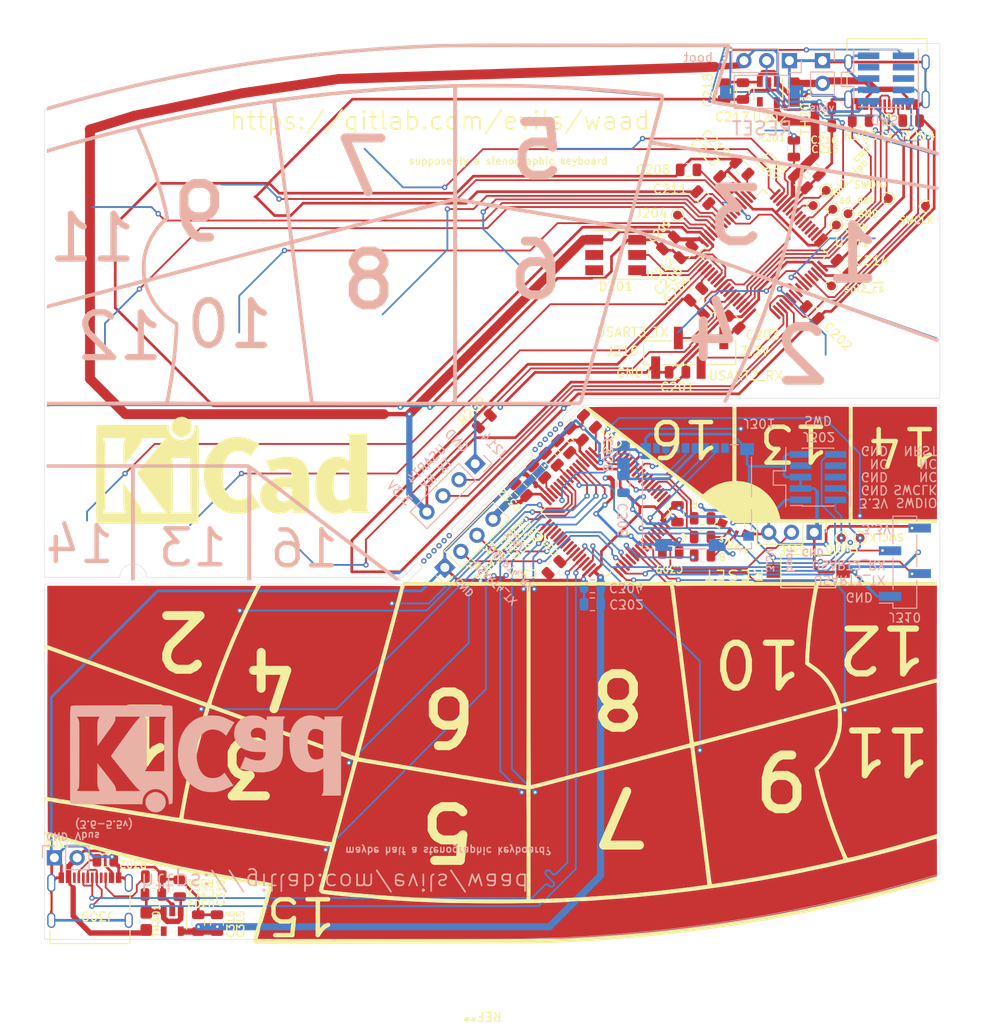
<source format=kicad_pcb>
(kicad_pcb (version 20200724) (host pcbnew "5.99.0-ff3d5f0de6")
  (layers (0 "F.Cu" signal) (31 "B.Cu" signal) (34 "B.Paste" user) (35 "F.Paste" user) (36 "B.SilkS" user) (37 "F.SilkS" user) (38 "B.Mask" user) (39 "F.Mask" user) (44 "Edge.Cuts" user))
  (net 0 "")
  (net 1 "/left/P55")
  (net 2 "/left/P42")
  (net 3 "/left/P35")
  (net 4 "/left/P20")
  (net 5 "/left/P17")
  (net 6 "/left/P25")
  (net 7 "/left/APA_CI")
  (net 8 "/left/GND")
  (net 9 "/left/APA_DI")
  (net 10 "Net-(C217-Pad1)")
  (net 11 "Net-(C317-Pad1)")
  (net 12 "Net-(D201-Pad6)")
  (net 13 "Net-(D201-Pad5)")
  (net 14 "/left/SPI2_~CS")
  (net 15 "/left/SPI2_SCK")
  (net 16 "Net-(J208-Pad6)")
  (net 17 "Net-(J208-Pad7)")
  (net 18 "Net-(J208-Pad8)")
  (net 19 "/left/SD_DET")
  (net 20 "/left/SWDIO")
  (net 21 "/left/SWCLK")
  (net 22 "Net-(J215-PadB8)")
  (net 23 "Net-(J215-PadA5)")
  (net 24 "Net-(J215-PadA8)")
  (net 25 "Net-(U201-Pad61)")
  (net 26 "Net-(U201-Pad57)")
  (net 27 "Net-(U201-Pad54)")
  (net 28 "Net-(U201-Pad41)")
  (net 29 "Net-(U201-Pad40)")
  (net 30 "Net-(U201-Pad36)")
  (net 31 "Net-(U201-Pad9)")
  (net 32 "/left/NRST")
  (net 33 "/left/P26")
  (net 34 "/left/P58")
  (net 35 "/left/P56")
  (net 36 "/left/P21")
  (net 37 "/left/P59")
  (net 38 "/left/P15")
  (net 39 "/left/P16")
  (net 40 "/left/P23")
  (net 41 "/left/P22")
  (net 42 "Net-(U201-Pad8)")
  (net 43 "Net-(U201-Pad6)")
  (net 44 "/left/P30")
  (net 45 "/left/P14")
  (net 46 "/left/P27")
  (net 47 "/left/P28")
  (net 48 "/left/P43")
  (net 49 "/left/P34")
  (net 50 "/left/P33")
  (net 51 "/left/BOOT0")
  (net 52 "Net-(U201-Pad5)")
  (net 53 "/left/USART4_TX")
  (net 54 "/left/USART4_RX")
  (net 55 "/left/D-")
  (net 56 "Net-(U201-Pad4)")
  (net 57 "Net-(U202-Pad4)")
  (net 58 "/left/D+")
  (net 59 "/left/USART3_TX")
  (net 60 "/left/USART2_RX")
  (net 61 "/left/+3V3")
  (net 62 "/left/VBUS")
  (net 63 "Net-(J215-PadB5)")
  (net 64 "/right/GND")
  (net 65 "/right/+3V3")
  (net 66 "/left/SPI2_CIPO")
  (net 67 "Net-(U301-Pad9)")
  (net 68 "Net-(U301-Pad8)")
  (net 69 "Net-(D301-Pad3)")
  (net 70 "Net-(D301-Pad4)")
  (net 71 "Net-(D301-Pad1)")
  (net 72 "/right/SPI2_~CS")
  (net 73 "/right/SPI2_COPI")
  (net 74 "/right/SPI2_SCK")
  (net 75 "/right/SPI2_CIPO")
  (net 76 "/right/SD_DET")
  (net 77 "/right/NRST")
  (net 78 "Net-(J301-Pad1)")
  (net 79 "Net-(J301-Pad8)")
  (net 80 "/right/SWCLK")
  (net 81 "/right/SWDIO")
  (net 82 "Net-(J302-Pad6)")
  (net 83 "Net-(J302-Pad7)")
  (net 84 "Net-(J302-Pad8)")
  (net 85 "Net-(J309-PadA5)")
  (net 86 "/right/VBUS")
  (net 87 "/right/BOOT0")
  (net 88 "/right/USART4_RX")
  (net 89 "/right/USART4_TX")
  (net 90 "/right/D+")
  (net 91 "/right/D-")
  (net 92 "/right/USART3_TX")
  (net 93 "/right/USART2_RX")
  (net 94 "/right/P59")
  (net 95 "/right/P58")
  (net 96 "Net-(U301-Pad57)")
  (net 97 "/right/P56")
  (net 98 "/right/P55")
  (net 99 "Net-(U301-Pad2)")
  (net 100 "Net-(U301-Pad53)")
  (net 101 "/right/P43")
  (net 102 "/right/P42")
  (net 103 "Net-(U301-Pad41)")
  (net 104 "Net-(U301-Pad40)")
  (net 105 "Net-(U301-Pad39)")
  (net 106 "/right/P35")
  (net 107 "/right/P34")
  (net 108 "/right/P33")
  (net 109 "/right/P30")
  (net 110 "/right/P28")
  (net 111 "/right/P27")
  (net 112 "/right/P26")
  (net 113 "/right/P25")
  (net 114 "/right/P23")
  (net 115 "/right/P22")
  (net 116 "/right/P21")
  (net 117 "/right/P20")
  (net 118 "/right/P17")
  (net 119 "/right/P16")
  (net 120 "/right/P15")
  (net 121 "/right/P14")
  (net 122 "Net-(U301-Pad38)")
  (net 123 "Net-(U301-Pad37)")
  (net 124 "Net-(U301-Pad3)")
  (net 125 "Net-(U301-Pad4)")
  (net 126 "Net-(J309-PadA8)")
  (net 127 "Net-(U302-Pad4)")
  (net 128 "Net-(J309-PadB5)")
  (net 129 "Net-(J309-PadB8)")
  (net 130 "Net-(U301-Pad36)")
  (net 131 "/right/LED_R")
  (net 132 "/right/LED_G")
  (net 133 "/right/LED_B")
  (net 134 "/left/SPI2_COPI")
  (module "Connector_USB:USB_C_Receptacle_Palconn_UTC16-G" (layer "F.Cu") (at 194.1 54.3 180)
    (fp_text reference "J215" (at 0 -5.2 270) (layer "F.SilkS"))
    (fp_text value "USB_C_Receptacle_USB2.0")
    (pad "" np_thru_hole circle (at -2.89 -1.45) (size 0.6 0.6) (drill 0.6) (layers *.Cu *.Mask))
    (pad "" np_thru_hole circle (at 2.89 -1.45) (size 0.6 0.6) (drill 0.6) (layers *.Cu *.Mask))
    (pad "A1" smd rect (at -3.2 -2.51 180) (size 0.6 1.16) (layers "F.Cu" "F.Paste" "F.Mask") (net 8 "/left/GND"))
    (pad "A4" smd rect (at -2.4 -2.51 180) (size 0.6 1.16) (layers "F.Cu" "F.Paste" "F.Mask") (net 62 "/left/VBUS"))
    (pad "A5" smd rect (at -1.25 -2.51) (size 0.3 1.16) (layers "F.Cu" "F.Paste" "F.Mask") (net 23 "Net-(J215-PadA5)"))
    (pad "A6" smd rect (at -0.25 -2.51) (size 0.3 1.16) (layers "F.Cu" "F.Paste" "F.Mask") (net 58 "/left/D+"))
    (pad "A7" smd rect (at 0.25 -2.51) (size 0.3 1.16) (layers "F.Cu" "F.Paste" "F.Mask") (net 55 "/left/D-"))
    (pad "A8" smd rect (at 1.25 -2.51) (size 0.3 1.16) (layers "F.Cu" "F.Paste" "F.Mask") (net 24 "Net-(J215-PadA8)"))
    (pad "A9" smd rect (at 2.4 -2.51 180) (size 0.6 1.16) (layers "F.Cu" "F.Paste" "F.Mask") (net 62 "/left/VBUS"))
    (pad "A12" smd rect (at 3.2 -2.51 180) (size 0.6 1.16) (layers "F.Cu" "F.Paste" "F.Mask") (net 8 "/left/GND"))
    (pad "B1" smd rect (at 3.2 -2.51 180) (size 0.6 1.16) (layers "F.Cu" "F.Paste" "F.Mask") (net 8 "/left/GND"))
    (pad "B4" smd rect (at 2.4 -2.51 180) (size 0.6 1.16) (layers "F.Cu" "F.Paste" "F.Mask") (net 62 "/left/VBUS"))
    (pad "B5" smd rect (at 1.75 -2.51) (size 0.3 1.16) (layers "F.Cu" "F.Paste" "F.Mask") (net 63 "Net-(J215-PadB5)"))
    (pad "B6" smd rect (at 0.75 -2.51) (size 0.3 1.16) (layers "F.Cu" "F.Paste" "F.Mask") (net 58 "/left/D+"))
    (pad "B7" smd rect (at -0.75 -2.51) (size 0.3 1.16) (layers "F.Cu" "F.Paste" "F.Mask") (net 55 "/left/D-"))
    (pad "B8" smd rect (at -1.75 -2.51) (size 0.3 1.16) (layers "F.Cu" "F.Paste" "F.Mask") (net 22 "Net-(J215-PadB8)"))
    (pad "B9" smd rect (at -2.4 -2.51 180) (size 0.6 1.16) (layers "F.Cu" "F.Paste" "F.Mask") (net 62 "/left/VBUS"))
    (pad "B12" smd rect (at -3.2 -2.51 180) (size 0.6 1.16) (layers "F.Cu" "F.Paste" "F.Mask") (net 8 "/left/GND"))
    (pad "S1" thru_hole oval (at -4.32 2.24 270) (size 1.7 0.9) (drill oval 1.4 0.6) (layers *.Cu *.Mask) (net 8 "/left/GND"))
    (pad "S1" thru_hole oval (at -4.32 -1.93 270) (size 2 0.9) (drill oval 1.7 0.6) (layers *.Cu *.Mask) (net 8 "/left/GND"))
    (pad "S1" thru_hole oval (at 4.32 -1.93 270) (size 2 0.9) (drill oval 1.7 0.6) (layers *.Cu *.Mask) (net 8 "/left/GND"))
    (pad "S1" thru_hole oval (at 4.32 2.24 270) (size 1.7 0.9) (drill oval 1.4 0.6) (layers *.Cu *.Mask) (net 8 "/left/GND"))
  )
  (module "Fuse:Fuse_0805_2012Metric_Castellated" (layer "F.Cu") (at 183.7 55.4 90)
    (fp_text reference "TH201" (at -2.525 1.3 90) (layer "F.SilkS"))
    (fp_text value "Thermistor_PTC")
    (pad "1" smd roundrect (at -0.9625 0 90) (size 1.325 1.3) (layers "F.Cu" "F.Paste" "F.Mask") (roundrect_rratio 0.192308) (net 10 "Net-(C217-Pad1)"))
    (pad "2" smd roundrect (at 0.9625 0 90) (size 1.325 1.3) (layers "F.Cu" "F.Paste" "F.Mask") (roundrect_rratio 0.192308) (net 62 "/left/VBUS"))
  )
  (module "Package_TO_SOT_SMD:SOT-23-5" (layer "F.Cu") (at 180.85 55.4 -90)
    (fp_text reference "U202" (at 2.9 -0.15 180) (layer "F.SilkS"))
    (fp_text value "TLV75533PDBV")
    (pad "1" smd rect (at -1.1 -0.95 270) (size 1.06 0.65) (layers "F.Cu" "F.Paste" "F.Mask") (net 10 "Net-(C217-Pad1)"))
    (pad "2" smd rect (at -1.1 0 270) (size 1.06 0.65) (layers "F.Cu" "F.Paste" "F.Mask") (net 8 "/left/GND"))
    (pad "3" smd rect (at -1.1 0.95 270) (size 1.06 0.65) (layers "F.Cu" "F.Paste" "F.Mask") (net 10 "Net-(C217-Pad1)"))
    (pad "4" smd rect (at 1.1 0.95 270) (size 1.06 0.65) (layers "F.Cu" "F.Paste" "F.Mask") (net 57 "Net-(U202-Pad4)"))
    (pad "5" smd rect (at 1.1 -0.95 270) (size 1.06 0.65) (layers "F.Cu" "F.Paste" "F.Mask") (net 61 "/left/+3V3"))
  )
  (module "Capacitor_SMD:C_0805_2012Metric" (layer "F.Cu") (at 175.9 55.3 -90)
    (fp_text reference "C218" (at -0.1 1.8 90) (layer "F.SilkS"))
    (fp_text value "100µF")
    (pad "1" smd roundrect (at -0.9375 0 270) (size 0.975 1.4) (layers "F.Cu" "F.Paste" "F.Mask") (net 10 "Net-(C217-Pad1)"))
    (pad "2" smd roundrect (at 0.9375 0 270) (size 0.975 1.4) (layers "F.Cu" "F.Paste" "F.Mask") (net 8 "/left/GND"))
  )
  (module "Capacitor_SMD:C_0805_2012Metric" (layer "F.Cu") (at 187 59.2)
    (fp_text reference "C215" (at 0.19 2.6) (layer "F.SilkS") (effects (font (size 0.8 0.8))))
    (fp_text value "100µF")
    (pad "1" smd roundrect (at -0.9375 0) (size 0.975 1.4) (layers "F.Cu" "F.Paste" "F.Mask") (net 61 "/left/+3V3"))
    (pad "2" smd roundrect (at 0.9375 0) (size 0.975 1.4) (layers "F.Cu" "F.Paste" "F.Mask") (net 8 "/left/GND"))
  )
  (module "Capacitor_SMD:C_0805_2012Metric" (layer "F.Cu") (at 178 55.3 -90)
    (fp_text reference "C217" (at 2.9 1.2 180) (layer "F.SilkS"))
    (fp_text value "10µF")
    (pad "1" smd roundrect (at -0.9375 0 270) (size 0.975 1.4) (layers "F.Cu" "F.Paste" "F.Mask") (net 10 "Net-(C217-Pad1)"))
    (pad "2" smd roundrect (at 0.9375 0 270) (size 0.975 1.4) (layers "F.Cu" "F.Paste" "F.Mask") (net 8 "/left/GND"))
  )
  (module "Capacitor_SMD:C_0805_2012Metric" (layer "F.Cu") (at 187 57.2)
    (fp_text reference "C216" (at 0.11 3.57) (layer "F.SilkS") (effects (font (size 0.8 0.8))))
    (fp_text value "10µF")
    (pad "1" smd roundrect (at -0.9375 0) (size 0.975 1.4) (layers "F.Cu" "F.Paste" "F.Mask") (net 61 "/left/+3V3"))
    (pad "2" smd roundrect (at 0.9375 0) (size 0.975 1.4) (layers "F.Cu" "F.Paste" "F.Mask") (net 8 "/left/GND"))
  )
  (module "LED_SMD:LED_RGB_5050-6" (layer "F.Cu") (at 163.8 73.6 180)
    (fp_text reference "D201" (at 0 -3.5 180) (layer "F.SilkS"))
    (fp_text value "APA102")
    (pad "1" smd rect (at -2.4 -1.7 270) (size 1.1 2) (layers "F.Cu" "F.Paste" "F.Mask") (net 9 "/left/APA_DI"))
    (pad "2" smd rect (at -2.4 0 270) (size 1.1 2) (layers "F.Cu" "F.Paste" "F.Mask") (net 7 "/left/APA_CI"))
    (pad "3" smd rect (at -2.4 1.7 270) (size 1.1 2) (layers "F.Cu" "F.Paste" "F.Mask") (net 8 "/left/GND"))
    (pad "4" smd rect (at 2.4 1.7 270) (size 1.1 2) (layers "F.Cu" "F.Paste" "F.Mask") (net 61 "/left/+3V3"))
    (pad "5" smd rect (at 2.4 0 270) (size 1.1 2) (layers "F.Cu" "F.Paste" "F.Mask") (net 13 "Net-(D201-Pad5)"))
    (pad "6" smd rect (at 2.4 -1.7 270) (size 1.1 2) (layers "F.Cu" "F.Paste" "F.Mask") (net 12 "Net-(D201-Pad6)"))
  )
  (module "TestPoint:TestPoint_Pad_D1.0mm" (layer "F.Cu") (at 198.4 68.15)
    (fp_text reference "J210" hide)
    (fp_text value "Conn_01x01_Male")
    (pad "1" smd circle (at 0 0) (size 1 1) (layers "F.Cu" "F.Mask") (net 21 "/left/SWCLK"))
  )
  (module "Capacitor_SMD:C_0805_2012Metric" (layer "F.Cu") (at 173.537087 67.2 135)
    (fp_text reference "C211" (at 3.250631 -1.907129 180) (layer "F.SilkS"))
    (fp_text value "C_Small")
    (pad "1" smd roundrect (at -0.9375 0 135) (size 0.975 1.4) (layers "F.Cu" "F.Paste" "F.Mask") (net 6 "/left/P25"))
    (pad "2" smd roundrect (at 0.9375 0 135) (size 0.975 1.4) (layers "F.Cu" "F.Paste" "F.Mask") (net 8 "/left/GND"))
  )
  (module "Resistor_SMD:R_0805_2012Metric" (layer "F.Cu") (at 173.501634 107.133163)
    (fp_text reference "R305" hide)
    (fp_text value "5")
    (pad "1" smd roundrect (at -0.9375 0) (size 0.975 1.4) (layers "F.Cu" "F.Paste" "F.Mask") (net 133 "/right/LED_B"))
    (pad "2" smd roundrect (at 0.9375 0) (size 0.975 1.4) (layers "F.Cu" "F.Paste" "F.Mask") (net 69 "Net-(D301-Pad3)"))
  )
  (module "Connector_PinHeader_2.54mm:PinHeader_1x04_P2.54mm_Vertical_SMD_Pin1Left" (layer "F.Cu") (at 172.069712 84.518533 90)
    (fp_text reference "J216" (at 0.175 -7.51 180) (layer "F.SilkS"))
    (fp_text value "Conn_01x04_Male")
    (pad "1" smd rect (at -1.655 -3.81 90) (size 2.51 1) (layers "F.Cu" "F.Paste" "F.Mask") (net 8 "/left/GND"))
    (pad "2" smd rect (at 1.655 -1.27 90) (size 2.51 1) (layers "F.Cu" "F.Paste" "F.Mask") (net 59 "/left/USART3_TX"))
    (pad "3" smd rect (at -1.655 1.27 90) (size 2.51 1) (layers "F.Cu" "F.Paste" "F.Mask") (net 60 "/left/USART2_RX"))
    (pad "4" smd rect (at 1.655 3.81 90) (size 2.51 1) (layers "F.Cu" "F.Paste" "F.Mask") (net 61 "/left/+3V3"))
  )
  (module "Resistor_SMD:R_0805_2012Metric" (layer "F.Cu") (at 173.499038 105.089713)
    (fp_text reference "R304" hide)
    (fp_text value "5")
    (pad "1" smd roundrect (at -0.9375 0) (size 0.975 1.4) (layers "F.Cu" "F.Paste" "F.Mask") (net 132 "/right/LED_G"))
    (pad "2" smd roundrect (at 0.9375 0) (size 0.975 1.4) (layers "F.Cu" "F.Paste" "F.Mask") (net 70 "Net-(D301-Pad4)"))
  )
  (module "Capacitor_SMD:C_0805_2012Metric" (layer "F.Cu") (at 189.19 74.85 -45)
    (fp_text reference "C214" (at 1.845549 -2.708219) (layer "F.SilkS"))
    (fp_text value "1µF")
    (pad "1" smd roundrect (at -0.9375 0 315) (size 0.975 1.4) (layers "F.Cu" "F.Paste" "F.Mask") (net 61 "/left/+3V3"))
    (pad "2" smd roundrect (at 0.9375 0 315) (size 0.975 1.4) (layers "F.Cu" "F.Paste" "F.Mask") (net 8 "/left/GND"))
  )
  (module "Connector_PinHeader_2.54mm:PinHeader_1x03_P2.54mm_Vertical" (layer "F.Cu") (at 185.972858 104.567571 -90)
    (fp_text reference "J307" hide)
    (fp_text value "Conn_01x03_Male")
    (pad "1" thru_hole rect (at 0 0 270) (size 1.7 1.7) (drill 1) (layers *.Cu *.Mask) (net 64 "/right/GND"))
    (pad "2" thru_hole oval (at 0 2.54 270) (size 1.7 1.7) (drill 1) (layers *.Cu *.Mask) (net 87 "/right/BOOT0"))
    (pad "3" thru_hole oval (at 0 5.08 270) (size 1.7 1.7) (drill 1) (layers *.Cu *.Mask) (net 65 "/right/+3V3"))
  )
  (module "waad:R_pads" (layer "F.Cu") (at 152.68 127.07 180)
    (fp_text reference "J305" hide)
    (fp_text value "cap_pads" hide)
    (pad "1" smd custom (at 45.5 -1.5) (size 1.524 1.524) (layers "F.Cu") (net 112 "/right/P26") (options (clearance outline) (anchor circle)) (primitives (gr_poly (pts (xy 7.842879 7.862396) (xy 7.86647 7.815828) (xy 7.899576 7.698563) (xy 7.939173 7.523634) (xy 7.982233 7.304077) (xy 8.013142 7.128881) (xy 8.264762 5.731274) (xy 8.556322 4.277424) (xy 8.883958 2.783541) (xy 9.243809 1.265839) (xy 9.632012 -0.259473) (xy 10.044703 -1.776182) (xy 10.478019 -3.268077) (xy 10.537854 -3.466592) (xy 10.619607 -3.742268) (xy 10.690162 -3.99118) (xy 10.746547 -4.201909) (xy 10.785791 -4.363034) (xy 10.804922 -4.463138) (xy 10.804453 -4.491147) (xy 10.755884 -4.516049) (xy 10.640988 -4.565129) (xy 10.472816 -4.633111) (xy 10.26442 -4.714716) (xy 10.030246 -4.804144) (xy 9.874181 -4.862471) (xy 9.649823 -4.945478) (xy 9.361643 -5.051542) (xy 9.014115 -5.17904) (xy 8.611711 -5.326349) (xy 8.158903 -5.491847) (xy 7.660163 -5.673909) (xy 7.119965 -5.870914) (xy 6.54278 -6.081239) (xy 5.933081 -6.30326) (xy 5.29534 -6.535354) (xy 4.63403 -6.775898) (xy 3.953623 -7.02327) (xy 3.258592 -7.275847) (xy 2.553409 -7.532005) (xy 1.842546 -7.790121) (xy 1.130476 -8.048574) (xy 0.421672 -8.305738) (xy -0.279395 -8.559993) (xy -0.968252 -8.809714) (xy -1.640426 -9.053279) (xy -2.291445 -9.289065) (xy -2.916837 -9.515448) (xy -3.512128 -9.730806) (xy -4.072848 -9.933516) (xy -4.594523 -10.121955) (xy -5.07268 -10.2945) (xy -5.502848 -10.449528) (xy -5.880555 -10.585416) (xy -6.201326 -10.700541) (xy -6.460691 -10.79328) (xy -6.654177 -10.86201) (xy -6.777311 -10.905108) (xy -6.825621 -10.920951) (xy -6.826032 -10.921) (xy -6.829517 -10.879344) (xy -6.832905 -10.757085) (xy -6.83618 -10.558289) (xy -6.839325 -10.28702) (xy -6.842322 -9.947341) (xy -6.845154 -9.543317) (xy -6.847805 -9.079013) (xy -6.850256 -8.558492) (xy -6.852492 -7.98582) (xy -6.854495 -7.36506) (xy -6.856247 -6.700278) (xy -6.857733 -5.995536) (xy -6.858934 -5.254901) (xy -6.859833 -4.482435) (xy -6.860414 -3.682203) (xy -6.860659 -2.85827) (xy -6.860666 -2.689084) (xy -6.860666 5.542831) (xy -6.723083 5.566885) (xy -6.65977 5.577312) (xy -6.517774 5.600262) (xy -6.302029 5.634946) (xy -6.017465 5.680579) (xy -5.669016 5.736372) (xy -5.261613 5.80154) (xy -4.800187 5.875295) (xy -4.289672 5.956851) (xy -3.735 6.04542) (xy -3.141101 6.140215) (xy -2.512909 6.24045) (xy -1.855355 6.345337) (xy -1.173372 6.45409) (xy -0.471891 6.565921) (xy 0.244156 6.680044) (xy 0.969836 6.795671) (xy 1.700217 6.912016) (xy 2.430368 7.028292) (xy 3.155357 7.143712) (xy 3.87025 7.257488) (xy 4.562045 7.36755) (xy 5.075053 7.448811) (xy 5.564214 7.52563) (xy 6.023034 7.597029) (xy 6.445018 7.662027) (xy 6.823671 7.719645) (xy 7.152498 7.768904) (xy 7.425003 7.808823) (xy 7.634692 7.838422) (xy 7.775071 7.856724) (xy 7.839643 7.862746) (xy 7.842879 7.862396)) (width 0.01))))
    (pad "2" smd custom (at 40 11.5) (size 1.524 1.524) (layers "F.Cu") (net 111 "/right/P27") (options (clearance outline) (anchor circle)) (primitives (gr_poly (pts (xy 5.502759 7.995657) (xy 5.542558 7.884932) (xy 5.602782 7.714647) (xy 5.679827 7.495037) (xy 5.770093 7.236338) (xy 5.869976 6.948786) (xy 5.885149 6.905) (xy 6.433125 5.359607) (xy 6.984542 3.879869) (xy 7.547354 2.446895) (xy 8.129517 1.041792) (xy 8.738984 -0.354329) (xy 9.38371 -1.760361) (xy 10.071648 -3.195195) (xy 10.514927 -4.090698) (xy 10.641247 -4.343941) (xy 10.753871 -4.571393) (xy 10.847561 -4.762337) (xy 10.917078 -4.906057) (xy 10.957184 -4.991835) (xy 10.965 -5.011448) (xy 10.923236 -5.013273) (xy 10.80022 -5.015058) (xy 10.599366 -5.016795) (xy 10.324089 -5.018478) (xy 9.977804 -5.020101) (xy 9.563926 -5.021658) (xy 9.085868 -5.023143) (xy 8.547047 -5.024548) (xy 7.950875 -5.025868) (xy 7.300768 -5.027097) (xy 6.60014 -5.028228) (xy 5.852406 -5.029254) (xy 5.060981 -5.03017) (xy 4.229279 -5.03097) (xy 3.360715 -5.031646) (xy 2.458704 -5.032192) (xy 1.526659 -5.032603) (xy 0.567996 -5.032872) (xy -0.413871 -5.032993) (xy -0.697833 -5.033) (xy -12.360666 -5.033) (xy -12.359892 -1.720416) (xy -12.359117 1.592167) (xy -8.094809 3.135043) (xy -7.472826 3.360099) (xy -6.841787 3.588462) (xy -6.21018 3.81706) (xy -5.58649 4.042818) (xy -4.979206 4.262665) (xy -4.396815 4.473526) (xy -3.847805 4.67233) (xy -3.340662 4.856002) (xy -2.883874 5.02147) (xy -2.485929 5.165661) (xy -2.155314 5.285501) (xy -2.031333 5.330461) (xy -1.18188 5.638441) (xy -0.369209 5.93287) (xy 0.40368 6.212667) (xy 1.133788 6.476753) (xy 1.818117 6.724048) (xy 2.453667 6.953473) (xy 3.037439 7.163949) (xy 3.566435 7.354396) (xy 4.037655 7.523734) (xy 4.4481 7.670885) (xy 4.794772 7.794768) (xy 5.074671 7.894305) (xy 5.284799 7.968416) (xy 5.422155 8.01602) (xy 5.483743 8.03604) (xy 5.486984 8.036585) (xy 5.502759 7.995657)) (width 0.01))))
    (pad "3" smd custom (at 28.5 -5.5) (size 1.524 1.524) (layers "F.Cu") (net 114 "/right/P23") (options (clearance outline) (anchor circle)) (primitives (gr_poly (pts (xy 7.946187 6.366258) (xy 8.000967 6.173415) (xy 8.072083 5.918495) (xy 8.157834 5.607849) (xy 8.256522 5.247828) (xy 8.366445 4.844784) (xy 8.485905 4.405067) (xy 8.613201 3.935029) (xy 8.746633 3.441022) (xy 8.884501 2.929396) (xy 9.025106 2.406502) (xy 9.166747 1.878692) (xy 9.307724 1.352317) (xy 9.446338 0.833728) (xy 9.580889 0.329276) (xy 9.709676 -0.154687) (xy 9.831 -0.61181) (xy 9.94316 -1.035742) (xy 10.044457 -1.420133) (xy 10.133192 -1.758629) (xy 10.207663 -2.044882) (xy 10.26617 -2.272538) (xy 10.307015 -2.435248) (xy 10.328497 -2.526659) (xy 10.331298 -2.544813) (xy 10.291447 -2.559773) (xy 10.176611 -2.601898) (xy 9.991409 -2.669512) (xy 9.740459 -2.76094) (xy 9.428381 -2.874508) (xy 9.059793 -3.00854) (xy 8.639313 -3.161361) (xy 8.17156 -3.331296) (xy 7.661154 -3.516669) (xy 7.112711 -3.715806) (xy 6.530852 -3.927032) (xy 5.920195 -4.148671) (xy 5.285358 -4.379048) (xy 4.630961 -4.616488) (xy 3.961621 -4.859316) (xy 3.281958 -5.105856) (xy 2.59659 -5.354435) (xy 1.910136 -5.603375) (xy 1.227214 -5.851003) (xy 0.552444 -6.095643) (xy -0.109557 -6.33562) (xy -0.75417 -6.569259) (xy -1.376775 -6.794885) (xy -1.972754 -7.010822) (xy -2.537489 -7.215396) (xy -3.066361 -7.406931) (xy -3.554751 -7.583753) (xy -3.99804 -7.744185) (xy -4.391611 -7.886553) (xy -4.730844 -8.009182) (xy -5.01112 -8.110397) (xy -5.227821 -8.188522) (xy -5.376329 -8.241882) (xy -5.39191 -8.247458) (xy -5.547619 -8.301401) (xy -5.642784 -8.327113) (xy -5.695955 -8.326567) (xy -5.725684 -8.301736) (xy -5.735905 -8.284036) (xy -5.758909 -8.223205) (xy -5.802317 -8.093163) (xy -5.862444 -7.905868) (xy -5.935606 -7.673277) (xy -6.018118 -7.407346) (xy -6.106295 -7.120034) (xy -6.196452 -6.823297) (xy -6.284905 -6.529092) (xy -6.367969 -6.249376) (xy -6.441959 -5.996107) (xy -6.456306 -5.946333) (xy -6.633846 -5.314568) (xy -6.821503 -4.621114) (xy -7.013801 -3.887501) (xy -7.205264 -3.135258) (xy -7.390415 -2.385914) (xy -7.56378 -1.661) (xy -7.719882 -0.982045) (xy -7.726871 -0.95087) (xy -7.823672 -0.511495) (xy -7.921197 -0.055619) (xy -8.018047 0.409209) (xy -8.112822 0.875439) (xy -8.204123 1.335524) (xy -8.290552 1.781913) (xy -8.370707 2.207059) (xy -8.443191 2.603413) (xy -8.506604 2.963426) (xy -8.559547 3.279549) (xy -8.60062 3.544234) (xy -8.628424 3.749931) (xy -8.64156 3.889092) (xy -8.638628 3.954168) (xy -8.636653 3.957131) (xy -8.628142 3.963083) (xy -8.612597 3.969663) (xy -8.585512 3.977615) (xy -8.542384 3.987685) (xy -8.478706 4.000615) (xy -8.389975 4.017151) (xy -8.271685 4.038037) (xy -8.119331 4.064018) (xy -7.928408 4.095839) (xy -7.694412 4.134243) (xy -7.412837 4.179975) (xy -7.079179 4.233781) (xy -6.688933 4.296403) (xy -6.237594 4.368587) (xy -5.720656 4.451078) (xy -5.133615 4.54462) (xy -4.471967 4.649956) (xy -3.731205 4.767833) (xy -3.731166 4.767839) (xy -3.304963 4.83558) (xy -2.83163 4.910683) (xy -2.317004 4.992229) (xy -1.76692 5.079298) (xy -1.187213 5.170974) (xy -0.58372 5.266336) (xy 0.037723 5.364467) (xy 0.671282 5.464446) (xy 1.31112 5.565357) (xy 1.951402 5.66628) (xy 2.586291 5.766297) (xy 3.209953 5.864488) (xy 3.816552 5.959935) (xy 4.400251 6.05172) (xy 4.955215 6.138923) (xy 5.475609 6.220627) (xy 5.955596 6.295912) (xy 6.389342 6.363859) (xy 6.771009 6.423551) (xy 7.094764 6.474068) (xy 7.354769 6.514491) (xy 7.545189 6.543903) (xy 7.660189 6.561384) (xy 7.684033 6.564868) (xy 7.880899 6.592682) (xy 7.946187 6.366258)) (width 0.01))))
    (pad "4" smd custom (at 23.5 9) (size 1.524 1.524) (layers "F.Cu") (net 110 "/right/P28") (options (clearance outline) (anchor circle)) (primitives (gr_poly (pts (xy 5.4468 11.466359) (xy 5.455438 11.462425) (xy 5.458064 11.460048) (xy 5.474199 11.415027) (xy 5.510004 11.296532) (xy 5.563147 11.112844) (xy 5.631297 10.872246) (xy 5.712121 10.583021) (xy 5.803288 10.253453) (xy 5.902466 9.891823) (xy 5.987084 9.581038) (xy 6.063733 9.298255) (xy 6.15937 8.944796) (xy 6.272458 8.526374) (xy 6.401458 8.048703) (xy 6.544833 7.517497) (xy 6.701044 6.938468) (xy 6.868552 6.31733) (xy 7.04582 5.659797) (xy 7.23131 4.971583) (xy 7.423483 4.258399) (xy 7.620801 3.525961) (xy 7.821726 2.779982) (xy 8.024719 2.026174) (xy 8.228243 1.270253) (xy 8.43076 0.51793) (xy 8.63073 -0.225081) (xy 8.826617 -0.953066) (xy 9.016881 -1.660311) (xy 9.199985 -2.341104) (xy 9.37439 -2.98973) (xy 9.538558 -3.600476) (xy 9.690952 -4.16763) (xy 9.830032 -4.685476) (xy 9.95426 -5.148303) (xy 10.062099 -5.550396) (xy 10.152011 -5.886042) (xy 10.222456 -6.149527) (xy 10.258349 -6.284166) (xy 10.338288 -6.583776) (xy 10.411816 -6.857822) (xy 10.475945 -7.095288) (xy 10.527686 -7.285157) (xy 10.564051 -7.416414) (xy 10.582051 -7.478043) (xy 10.582776 -7.480083) (xy 10.570467 -7.486774) (xy 10.526146 -7.492912) (xy 10.446745 -7.498516) (xy 10.329194 -7.503609) (xy 10.170424 -7.50821) (xy 9.967367 -7.51234) (xy 9.716954 -7.516021) (xy 9.416115 -7.519272) (xy 9.061781 -7.522115) (xy 8.650885 -7.524571) (xy 8.180355 -7.52666) (xy 7.647124 -7.528402) (xy 7.048123 -7.529819) (xy 6.380282 -7.530932) (xy 5.640533 -7.531761) (xy 4.825806 -7.532327) (xy 3.933033 -7.532651) (xy 2.959145 -7.532753) (xy 2.798613 -7.53275) (xy -5.005833 -7.532501) (xy -5.393951 -6.781333) (xy -5.846005 -5.887269) (xy -6.312374 -4.928646) (xy -6.785309 -3.922647) (xy -7.25706 -2.886456) (xy -7.719879 -1.837254) (xy -8.166015 -0.792224) (xy -8.58772 0.231451) (xy -8.825626 0.827834) (xy -9.011742 1.305346) (xy -9.196934 1.789453) (xy -9.378929 2.273589) (xy -9.555453 2.751183) (xy -9.724234 3.215668) (xy -9.882999 3.660475) (xy -10.029474 4.079034) (xy -10.161388 4.464778) (xy -10.276468 4.811138) (xy -10.372439 5.111545) (xy -10.44703 5.35943) (xy -10.497968 5.548225) (xy -10.52298 5.671362) (xy -10.519792 5.722271) (xy -10.519304 5.722577) (xy -10.466343 5.74433) (xy -10.337288 5.793415) (xy -10.135722 5.868532) (xy -9.86523 5.968381) (xy -9.529396 6.091664) (xy -9.131803 6.237081) (xy -8.676037 6.403332) (xy -8.165681 6.589118) (xy -7.604319 6.79314) (xy -6.995536 7.014098) (xy -6.342916 7.250693) (xy -5.650042 7.501624) (xy -4.920499 7.765594) (xy -4.157872 8.041302) (xy -3.365743 8.32745) (xy -2.547698 8.622737) (xy -1.707321 8.925864) (xy -0.848195 9.235531) (xy 0.026095 9.55044) (xy 0.911965 9.869291) (xy 1.725167 10.161783) (xy 2.351267 10.386884) (xy 2.902513 10.585) (xy 3.383716 10.757802) (xy 3.79969 10.906966) (xy 4.155248 11.034165) (xy 4.455202 11.141074) (xy 4.704367 11.229365) (xy 4.907554 11.300714) (xy 5.069578 11.356793) (xy 5.19525 11.399277) (xy 5.289384 11.429841) (xy 5.356793 11.450156) (xy 5.40229 11.461899) (xy 5.430688 11.466742) (xy 5.4468 11.466359)) (width 0.01))))
    (pad "5" smd custom (at 10 -11.5) (size 1.524 1.524) (layers "F.Cu") (net 116 "/right/P21") (options (clearance outline) (anchor circle)) (primitives (gr_poly (pts (xy 9.871282 6.977783) (xy 10.122084 6.977582) (xy 11.191 6.976667) (xy 11.191 3.258306) (xy 11.190637 2.630209) (xy 11.189585 1.972459) (xy 11.187903 1.297657) (xy 11.185647 0.618401) (xy 11.182876 -0.052708) (xy 11.179647 -0.703071) (xy 11.176017 -1.320089) (xy 11.172045 -1.891161) (xy 11.167788 -2.403689) (xy 11.163303 -2.845072) (xy 11.162967 -2.874245) (xy 11.134934 -5.288436) (xy 1.796717 -6.840916) (xy 0.918678 -6.986907) (xy 0.062327 -7.129322) (xy -0.768556 -7.267532) (xy -1.57019 -7.400907) (xy -2.338797 -7.528818) (xy -3.070596 -7.650635) (xy -3.761807 -7.765727) (xy -4.408651 -7.873466) (xy -5.007348 -7.97322) (xy -5.554118 -8.064361) (xy -6.045182 -8.146258) (xy -6.476759 -8.218282) (xy -6.845069 -8.279803) (xy -7.146334 -8.330191) (xy -7.376772 -8.368816) (xy -7.532605 -8.395048) (xy -7.610052 -8.408258) (xy -7.618008 -8.409702) (xy -7.69654 -8.388268) (xy -7.733338 -8.334087) (xy -7.746562 -8.292715) (xy -7.774413 -8.196195) (xy -7.817336 -8.042875) (xy -7.875777 -7.831104) (xy -7.950181 -7.559229) (xy -8.040995 -7.225599) (xy -8.148663 -6.828563) (xy -8.273632 -6.366468) (xy -8.416348 -5.837663) (xy -8.577255 -5.240496) (xy -8.7568 -4.573315) (xy -8.955429 -3.834469) (xy -9.173587 -3.022306) (xy -9.41172 -2.135174) (xy -9.670273 -1.171422) (xy -9.949693 -0.129397) (xy -10.250425 0.992552) (xy -10.294183 1.155834) (xy -10.462988 1.786319) (xy -10.624316 2.390025) (xy -10.776873 2.962048) (xy -10.919363 3.497486) (xy -11.050492 3.991437) (xy -11.168965 4.438999) (xy -11.273486 4.835269) (xy -11.362761 5.175344) (xy -11.435494 5.454323) (xy -11.490391 5.667303) (xy -11.526156 5.809382) (xy -11.541495 5.875658) (xy -11.542 5.879531) (xy -11.53367 5.891516) (xy -11.502788 5.903514) (xy -11.440518 5.916745) (xy -11.338023 5.932431) (xy -11.186468 5.951792) (xy -10.977016 5.97605) (xy -10.700829 6.006426) (xy -10.356666 6.043333) (xy -8.612102 6.219678) (xy -6.835413 6.381011) (xy -5.051314 6.525404) (xy -3.284522 6.650926) (xy -1.559753 6.755649) (xy -0.577666 6.806617) (xy -0.071134 6.830702) (xy 0.410108 6.85253) (xy 0.872435 6.872201) (xy 1.322218 6.889818) (xy 1.765833 6.905483) (xy 2.209651 6.919297) (xy 2.660046 6.931362) (xy 3.123392 6.94178) (xy 3.606062 6.950653) (xy 4.11443 6.958083) (xy 4.654868 6.964172) (xy 5.233751 6.96902) (xy 5.857451 6.972731) (xy 6.532342 6.975406) (xy 7.264797 6.977147) (xy 8.06119 6.978055) (xy 8.927894 6.978234) (xy 9.871282 6.977783)) (width 0.01))))
    (pad "6" smd custom (at 6.5 6.5) (size 1.524 1.524) (layers "F.Cu") (net 107 "/right/P34") (options (clearance outline) (anchor circle)) (primitives (gr_poly (pts (xy 7.691 -10.033) (xy -5.93707 -10.033) (xy -5.980392 -9.87425) (xy -6.0545 -9.602033) (xy -6.145631 -9.266192) (xy -6.252617 -8.871064) (xy -6.374297 -8.420984) (xy -6.509505 -7.920289) (xy -6.657077 -7.373317) (xy -6.815848 -6.784402) (xy -6.984655 -6.157882) (xy -7.162333 -5.498093) (xy -7.347719 -4.809372) (xy -7.539646 -4.096055) (xy -7.736952 -3.362479) (xy -7.938472 -2.612979) (xy -8.143042 -1.851894) (xy -8.349497 -1.083559) (xy -8.556674 -0.31231) (xy -8.763407 0.457516) (xy -8.968533 1.221581) (xy -9.170887 1.975551) (xy -9.369305 2.715088) (xy -9.562623 3.435856) (xy -9.749676 4.133519) (xy -9.929301 4.803739) (xy -10.100333 5.44218) (xy -10.261607 6.044507) (xy -10.411959 6.606382) (xy -10.550226 7.123468) (xy -10.675242 7.59143) (xy -10.785843 8.005931) (xy -10.880866 8.362635) (xy -10.959146 8.657204) (xy -11.019518 8.885303) (xy -11.060819 9.042595) (xy -11.081884 9.124743) (xy -11.08445 9.136328) (xy -11.042017 9.144458) (xy -10.919823 9.16583) (xy -10.721629 9.199815) (xy -10.451196 9.245782) (xy -10.112285 9.3031) (xy -9.708657 9.371139) (xy -9.244074 9.44927) (xy -8.722296 9.536861) (xy -8.147085 9.633282) (xy -7.522201 9.737903) (xy -6.851407 9.850093) (xy -6.138462 9.969223) (xy -5.387128 10.094661) (xy -4.601167 10.225778) (xy -3.784339 10.361943) (xy -2.940405 10.502526) (xy -2.073127 10.646897) (xy -1.806334 10.691288) (xy -0.931218 10.836889) (xy -0.077478 10.978947) (xy 0.75107 11.116827) (xy 1.550607 11.249894) (xy 2.317319 11.37751) (xy 3.047388 11.499042) (xy 3.736997 11.613852) (xy 4.38233 11.721307) (xy 4.97957 11.820769) (xy 5.524901 11.911604) (xy 6.014505 11.993175) (xy 6.444567 12.064847) (xy 6.811268 12.125985) (xy 7.110794 12.175952) (xy 7.339326 12.214114) (xy 7.493048 12.239834) (xy 7.568145 12.252477) (xy 7.574584 12.253591) (xy 7.691 12.27455) (xy 7.691 -10.033)) (width 0.01))))
    (pad "7" smd custom (at -11.5 -11.5) (size 1.524 1.524) (layers "F.Cu") (net 108 "/right/P33") (options (clearance outline) (anchor circle)) (primitives (gr_poly (pts (xy -9.38825 6.957217) (xy -9.21492 6.949388) (xy -8.973211 6.939506) (xy -8.679371 6.928182) (xy -8.349645 6.916025) (xy -8.00028 6.903646) (xy -7.647523 6.891654) (xy -7.599666 6.89007) (xy -5.893102 6.822374) (xy -4.123604 6.730388) (xy -2.308901 6.615559) (xy -0.466719 6.479335) (xy 1.385214 6.323164) (xy 3.229173 6.148492) (xy 5.047429 5.956768) (xy 6.822256 5.74944) (xy 7.6615 5.643778) (xy 8.184591 5.575829) (xy 8.6277 5.517239) (xy 8.994925 5.467415) (xy 9.290364 5.425761) (xy 9.518114 5.391684) (xy 9.682274 5.364588) (xy 9.786941 5.34388) (xy 9.836213 5.328965) (xy 9.837774 5.328073) (xy 9.838047 5.283121) (xy 9.827875 5.157239) (xy 9.807627 4.953471) (xy 9.777675 4.67486) (xy 9.73839 4.324451) (xy 9.690143 3.905285) (xy 9.633304 3.420406) (xy 9.568244 2.872859) (xy 9.495334 2.265685) (xy 9.414944 1.60193) (xy 9.327447 0.884635) (xy 9.233211 0.116844) (xy 9.132609 -0.698398) (xy 9.02601 -1.55805) (xy 8.913787 -2.459066) (xy 8.796309 -3.398405) (xy 8.673947 -4.373023) (xy 8.547073 -5.379876) (xy 8.416056 -6.41592) (xy 8.281268 -7.478114) (xy 8.192122 -8.178666) (xy 8.145404 -8.546682) (xy 8.102224 -8.889293) (xy 8.06373 -9.19721) (xy 8.031069 -9.461146) (xy 8.005389 -9.671813) (xy 7.987835 -9.819924) (xy 7.979556 -9.896189) (xy 7.979052 -9.90375) (xy 7.970203 -9.931365) (xy 7.937784 -9.945895) (xy 7.872884 -9.945787) (xy 7.766595 -9.929489) (xy 7.610009 -9.895448) (xy 7.394215 -9.842112) (xy 7.110305 -9.767928) (xy 6.941834 -9.723018) (xy 6.827666 -9.692659) (xy 6.63588 -9.641909) (xy 6.370743 -9.571892) (xy 6.036525 -9.48373) (xy 5.637495 -9.378547) (xy 5.17792 -9.257465) (xy 4.662071 -9.121607) (xy 4.094216 -8.972097) (xy 3.478623 -8.810056) (xy 2.819562 -8.636608) (xy 2.121301 -8.452876) (xy 1.38811 -8.259982) (xy 0.624256 -8.05905) (xy -0.165991 -7.851202) (xy -0.978362 -7.637562) (xy -1.808588 -7.419252) (xy -2.652401 -7.197394) (xy -3.505532 -6.973113) (xy -4.363712 -6.74753) (xy -5.222672 -6.521769) (xy -6.078144 -6.296953) (xy -6.925858 -6.074204) (xy -7.761546 -5.854645) (xy -8.580938 -5.639399) (xy -9.379767 -5.42959) (xy -9.726916 -5.338424) (xy -9.885666 -5.296736) (xy -9.885666 6.981768) (xy -9.38825 6.957217)) (width 0.01))))
    (pad "8" smd custom (at -9.5 7) (size 1.524 1.524) (layers "F.Cu") (net 106 "/right/P35") (options (clearance outline) (anchor circle)) (primitives (gr_poly (pts (xy -7.802485 12.703263) (xy -7.681357 12.676748) (xy -7.492474 12.631993) (xy -7.24287 12.570761) (xy -6.939576 12.494816) (xy -6.589625 12.405922) (xy -6.200051 12.305844) (xy -5.777885 12.196345) (xy -5.330161 12.079189) (xy -5.234742 12.054092) (xy -4.230624 11.789719) (xy -3.234784 11.527442) (xy -2.250542 11.268139) (xy -1.281218 11.012687) (xy -0.330133 10.761964) (xy 0.599391 10.516849) (xy 1.504034 10.278218) (xy 2.380474 10.046949) (xy 3.225392 9.82392) (xy 4.035466 9.610009) (xy 4.807376 9.406093) (xy 5.5378 9.213051) (xy 6.223418 9.031759) (xy 6.860908 8.863095) (xy 7.446951 8.707938) (xy 7.978225 8.567164) (xy 8.451409 8.441652) (xy 8.863182 8.33228) (xy 9.210224 8.239924) (xy 9.489214 8.165463) (xy 9.696831 8.109774) (xy 9.829753 8.073735) (xy 9.884661 8.058224) (xy 9.88599 8.057701) (xy 9.88236 8.014954) (xy 9.868764 7.892965) (xy 9.845796 7.696501) (xy 9.814049 7.430326) (xy 9.774118 7.099206) (xy 9.726594 6.707905) (xy 9.672071 6.261188) (xy 9.611142 5.763821) (xy 9.544401 5.220569) (xy 9.472441 4.636196) (xy 9.395854 4.015467) (xy 9.315235 3.363148) (xy 9.231177 2.684003) (xy 9.144272 1.982799) (xy 9.055113 1.264298) (xy 8.964295 0.533268) (xy 8.872411 -0.205528) (xy 8.780053 -0.947324) (xy 8.687814 -1.687355) (xy 8.596289 -2.420857) (xy 8.50607 -3.143063) (xy 8.417751 -3.84921) (xy 8.331924 -4.534532) (xy 8.249183 -5.194264) (xy 8.170122 -5.823641) (xy 8.095332 -6.417899) (xy 8.025409 -6.972271) (xy 7.960944 -7.481993) (xy 7.902532 -7.9423) (xy 7.850764 -8.348427) (xy 7.806236 -8.695609) (xy 7.769539 -8.979081) (xy 7.741267 -9.194077) (xy 7.722013 -9.335834) (xy 7.713141 -9.395416) (xy 7.689164 -9.533) (xy -7.885666 -9.533) (xy -7.885666 1.577002) (xy -7.885528 2.576764) (xy -7.885119 3.548939) (xy -7.884451 4.490274) (xy -7.883534 5.397513) (xy -7.882379 6.267402) (xy -7.880998 7.096688) (xy -7.879399 7.882115) (xy -7.877596 8.620429) (xy -7.875597 9.308376) (xy -7.873415 9.942702) (xy -7.871059 10.520152) (xy -7.868541 11.037472) (xy -7.865872 11.491408) (xy -7.863061 11.878704) (xy -7.86012 12.196107) (xy -7.85706 12.440363) (xy -7.853891 12.608217) (xy -7.850624 12.696414) (xy -7.848825 12.709773) (xy -7.802485 12.703263)) (width 0.01))))
    (pad "9" smd custom (at -27.5 -7.5) (size 1.524 1.524) (layers "F.Cu") (net 101 "/right/P43") (options (clearance outline) (anchor circle)) (primitives (gr_poly (pts (xy -4.676666 9.132986) (xy -3.860926 9.010269) (xy -2.978982 8.870822) (xy -2.047009 8.717482) (xy -1.081179 8.553082) (xy -0.097664 8.380459) (xy 0.887363 8.202447) (xy 1.857728 8.021882) (xy 2.79726 7.8416) (xy 3.622215 7.678079) (xy 4.049235 7.59124) (xy 4.499889 7.498247) (xy 4.966477 7.400786) (xy 5.441298 7.300547) (xy 5.91665 7.199216) (xy 6.384832 7.098482) (xy 6.838143 7.000031) (xy 7.268881 6.905553) (xy 7.669345 6.816735) (xy 8.031835 6.735263) (xy 8.348648 6.662827) (xy 8.612084 6.601114) (xy 8.814441 6.551811) (xy 8.948018 6.516607) (xy 9.001251 6.499251) (xy 9.018853 6.479594) (xy 9.020839 6.437035) (xy 9.004203 6.362596) (xy 8.965936 6.247299) (xy 8.903031 6.082165) (xy 8.812481 5.858218) (xy 8.691279 5.566478) (xy 8.678867 5.536834) (xy 8.204883 4.373414) (xy 7.776981 3.253904) (xy 7.387553 2.156747) (xy 7.028991 1.060386) (xy 6.693687 -0.056734) (xy 6.646893 -0.2205) (xy 6.552164 -0.561118) (xy 6.450312 -0.93972) (xy 6.345284 -1.340595) (xy 6.241024 -1.748032) (xy 6.141478 -2.146319) (xy 6.050591 -2.519747) (xy 5.97231 -2.852603) (xy 5.910579 -3.129176) (xy 5.882892 -3.262753) (xy 5.808493 -3.638006) (xy 6.255683 -4.067086) (xy 6.668452 -4.484644) (xy 7.017125 -4.887365) (xy 7.315388 -5.293859) (xy 7.576926 -5.722736) (xy 7.809747 -6.180459) (xy 8.091827 -6.868142) (xy 8.29348 -7.55844) (xy 8.416639 -8.261844) (xy 8.463239 -8.988842) (xy 8.444692 -9.624539) (xy 8.430476 -9.8363) (xy 8.418507 -10.021824) (xy 8.409959 -10.162378) (xy 8.406008 -10.239224) (xy 8.405906 -10.242916) (xy 8.389673 -10.303945) (xy 8.372584 -10.313404) (xy 8.328389 -10.30235) (xy 8.207359 -10.270998) (xy 8.014517 -10.220668) (xy 7.754887 -10.152681) (xy 7.433493 -10.068359) (xy 7.055359 -9.969023) (xy 6.62551 -9.855992) (xy 6.148968 -9.730589) (xy 5.630759 -9.594134) (xy 5.075905 -9.447949) (xy 4.489432 -9.293353) (xy 3.876363 -9.131669) (xy 3.387834 -9.002775) (xy 2.683857 -8.817022) (xy 1.953434 -8.624321) (xy 1.206513 -8.427297) (xy 0.45304 -8.228572) (xy -0.297037 -8.030769) (xy -1.033771 -7.836509) (xy -1.747215 -7.648417) (xy -2.427421 -7.469114) (xy -3.064443 -7.301223) (xy -3.648333 -7.147368) (xy -4.169143 -7.01017) (xy -4.570833 -6.904388) (xy -5.059179 -6.775743) (xy -5.52319 -6.653371) (xy -5.956436 -6.538977) (xy -6.352489 -6.434266) (xy -6.704918 -6.340941) (xy -7.007295 -6.260705) (xy -7.25319 -6.195264) (xy -7.436175 -6.146321) (xy -7.549819 -6.115581) (xy -7.587702 -6.104787) (xy -7.587991 -6.084181) (xy -7.583084 -6.024432) (xy -7.572611 -5.922537) (xy -7.556202 -5.775495) (xy -7.533487 -5.580302) (xy -7.504098 -5.333957) (xy -7.467664 -5.033456) (xy -7.423816 -4.675798) (xy -7.372185 -4.257981) (xy -7.3124 -3.777001) (xy -7.244093 -3.229856) (xy -7.166893 -2.613544) (xy -7.080432 -1.925063) (xy -6.984339 -1.16141) (xy -6.878245 -0.319583) (xy -6.769597 0.5415) (xy -6.643217 1.542528) (xy -6.52698 2.462942) (xy -6.42045 3.306131) (xy -6.32319 4.075486) (xy -6.234764 4.774396) (xy -6.154738 5.40625) (xy -6.082675 5.974438) (xy -6.018138 6.482349) (xy -5.960694 6.933374) (xy -5.909904 7.330901) (xy -5.865334 7.67832) (xy -5.826548 7.97902) (xy -5.79311 8.236391) (xy -5.764584 8.453823) (xy -5.740534 8.634705) (xy -5.720525 8.782427) (xy -5.70412 8.900378) (xy -5.690883 8.991948) (xy -5.68038 9.060526) (xy -5.672173 9.109501) (xy -5.665827 9.142264) (xy -5.661191 9.161232) (xy -5.629166 9.271963) (xy -4.676666 9.132986)) (width 0.01))))
    (pad "10" smd custom (at -25.5 9) (size 1.524 1.524) (layers "F.Cu") (net 98 "/right/P55") (options (clearance outline) (anchor circle)) (primitives (gr_poly (pts (xy -5.520849 9.905552) (xy -5.391799 9.873004) (xy -5.191119 9.821491) (xy -4.923628 9.752283) (xy -4.594146 9.666649) (xy -4.207493 9.56586) (xy -3.768489 9.451185) (xy -3.281953 9.323894) (xy -2.752705 9.185257) (xy -2.185564 9.036543) (xy -1.58535 8.879022) (xy -0.956884 8.713964) (xy -0.304984 8.542638) (xy 0.36553 8.366315) (xy 1.049839 8.186263) (xy 1.743121 8.003753) (xy 2.440559 7.820055) (xy 3.137332 7.636438) (xy 3.82862 7.454172) (xy 4.509604 7.274526) (xy 5.175464 7.098771) (xy 5.821381 6.928176) (xy 6.442534 6.76401) (xy 7.034105 6.607545) (xy 7.591273 6.460048) (xy 8.109219 6.322791) (xy 8.583123 6.197042) (xy 9.008166 6.084072) (xy 9.379528 5.98515) (xy 9.692389 5.901546) (xy 9.941929 5.834529) (xy 10.123329 5.78537) (xy 10.23177 5.755339) (xy 10.262989 5.745789) (xy 10.262858 5.693738) (xy 10.234871 5.578447) (xy 10.184223 5.414625) (xy 10.116109 5.216982) (xy 10.035725 5.000228) (xy 9.948265 4.779071) (xy 9.858924 4.568221) (xy 9.805557 4.450596) (xy 9.451981 3.794546) (xy 9.026798 3.18176) (xy 8.533236 2.615899) (xy 7.974526 2.100628) (xy 7.353895 1.639612) (xy 7.292834 1.599422) (xy 7.121538 1.483459) (xy 6.973914 1.375356) (xy 6.866408 1.287688) (xy 6.816803 1.235447) (xy 6.799301 1.157384) (xy 6.791003 1.003148) (xy 6.79135 0.780668) (xy 6.799784 0.497872) (xy 6.815746 0.162689) (xy 6.838677 -0.216953) (xy 6.868019 -0.633124) (xy 6.903213 -1.077896) (xy 6.943702 -1.543341) (xy 6.988925 -2.021528) (xy 7.038325 -2.504531) (xy 7.091343 -2.984419) (xy 7.146743 -3.447833) (xy 7.210248 -3.930928) (xy 7.285058 -4.455038) (xy 7.367837 -4.999414) (xy 7.455245 -5.543308) (xy 7.543946 -6.065972) (xy 7.630602 -6.546657) (xy 7.711876 -6.964616) (xy 7.714593 -6.977904) (xy 7.755184 -7.17723) (xy 7.788748 -7.344227) (xy 7.812056 -7.462673) (xy 7.821881 -7.516345) (xy 7.822 -7.517654) (xy 7.780361 -7.519237) (xy 7.658223 -7.520774) (xy 7.459751 -7.522258) (xy 7.189114 -7.523681) (xy 6.850478 -7.525034) (xy 6.448009 -7.52631) (xy 5.985876 -7.527499) (xy 5.468244 -7.528595) (xy 4.899281 -7.529589) (xy 4.283154 -7.530472) (xy 3.624029 -7.531236) (xy 2.926074 -7.531874) (xy 2.193455 -7.532378) (xy 1.430339 -7.532738) (xy 0.640894 -7.532947) (xy -0.009666 -7.533) (xy -0.968791 -7.53296) (xy -1.8468 -7.53282) (xy -2.647244 -7.532548) (xy -3.373673 -7.532113) (xy -4.02964 -7.531484) (xy -4.618693 -7.530629) (xy -5.144385 -7.529516) (xy -5.610265 -7.528115) (xy -6.019886 -7.526393) (xy -6.376797 -7.52432) (xy -6.684549 -7.521864) (xy -6.946693 -7.518994) (xy -7.166781 -7.515678) (xy -7.348362 -7.511885) (xy -7.494988 -7.507583) (xy -7.610209 -7.502741) (xy -7.697576 -7.497328) (xy -7.76064 -7.491312) (xy -7.802952 -7.484662) (xy -7.828063 -7.477346) (xy -7.839522 -7.469333) (xy -7.841333 -7.463732) (xy -7.836146 -7.417181) (xy -7.820989 -7.291476) (xy -7.796472 -7.091471) (xy -7.763202 -6.822015) (xy -7.721788 -6.48796) (xy -7.672839 -6.094157) (xy -7.616964 -5.645457) (xy -7.554769 -5.14671) (xy -7.486865 -4.602769) (xy -7.41386 -4.018483) (xy -7.336361 -3.398704) (xy -7.254978 -2.748283) (xy -7.170318 -2.072071) (xy -7.082991 -1.374919) (xy -6.993605 -0.661678) (xy -6.902769 0.062801) (xy -6.81109 0.793667) (xy -6.719177 1.526069) (xy -6.627639 2.255157) (xy -6.537085 2.976077) (xy -6.448122 3.683981) (xy -6.361359 4.374017) (xy -6.277404 5.041334) (xy -6.196867 5.68108) (xy -6.120356 6.288405) (xy -6.048478 6.858458) (xy -5.981843 7.386388) (xy -5.921059 7.867344) (xy -5.866734 8.296474) (xy -5.819477 8.668928) (xy -5.779896 8.979855) (xy -5.748601 9.224404) (xy -5.731365 9.358) (xy -5.700667 9.587399) (xy -5.676068 9.745376) (xy -5.653987 9.844622) (xy -5.630846 9.897829) (xy -5.603064 9.917685) (xy -5.57345 9.917866) (xy -5.520849 9.905552)) (width 0.01))))
    (pad "11" smd custom (at -42 -5) (size 1.524 1.524) (layers "F.Cu") (net 97 "/right/P56") (options (clearance outline) (anchor circle)) (primitives (gr_poly (pts (xy -4.876323 8.841692) (xy -4.73834 8.817674) (xy -4.530693 8.77376) (xy -4.25929 8.711512) (xy -3.930037 8.632495) (xy -3.54884 8.538273) (xy -3.121605 8.430409) (xy -2.654239 8.310468) (xy -2.152648 8.180014) (xy -1.622739 8.04061) (xy -1.070417 7.89382) (xy -0.50159 7.741209) (xy 0.077837 7.58434) (xy 0.661957 7.424778) (xy 1.244864 7.264085) (xy 1.820651 7.103827) (xy 2.383412 6.945567) (xy 2.927241 6.790869) (xy 3.446231 6.641297) (xy 3.934476 6.498415) (xy 4.05375 6.46312) (xy 4.995667 6.183704) (xy 4.995667 -2.277148) (xy 4.995511 -3.116892) (xy 4.995052 -3.933769) (xy 4.994305 -4.723774) (xy 4.993286 -5.482901) (xy 4.992009 -6.207143) (xy 4.99049 -6.892496) (xy 4.988744 -7.534952) (xy 4.986785 -8.130506) (xy 4.984628 -8.675152) (xy 4.98229 -9.164884) (xy 4.979784 -9.595696) (xy 4.977126 -9.963582) (xy 4.974331 -10.264536) (xy 4.971413 -10.494552) (xy 4.968389 -10.649625) (xy 4.965272 -10.725747) (xy 4.963917 -10.733211) (xy 4.916122 -10.721464) (xy 4.797487 -10.690776) (xy 4.61898 -10.644028) (xy 4.391566 -10.584103) (xy 4.126211 -10.513883) (xy 3.833882 -10.436248) (xy 3.8315 -10.435615) (xy 3.486456 -10.343895) (xy 3.091991 -10.239163) (xy 2.654442 -10.123095) (xy 2.180148 -9.997364) (xy 1.675446 -9.863647) (xy 1.146675 -9.723619) (xy 0.600172 -9.578954) (xy 0.042275 -9.431329) (xy -0.520677 -9.282418) (xy -1.082347 -9.133896) (xy -1.636396 -8.987438) (xy -2.176487 -8.84472) (xy -2.696282 -8.707417) (xy -3.189443 -8.577205) (xy -3.649631 -8.455757) (xy -4.070509 -8.34475) (xy -4.445739 -8.245858) (xy -4.768983 -8.160757) (xy -5.033902 -8.091122) (xy -5.23416 -8.038628) (xy -5.363417 -8.00495) (xy -5.408642 -7.993373) (xy -5.674118 -7.927347) (xy -5.641476 -7.54409) (xy -5.61877 -7.180459) (xy -5.608898 -6.791218) (xy -5.611275 -6.396178) (xy -5.625315 -6.015146) (xy -5.650433 -5.667932) (xy -5.686044 -5.374345) (xy -5.709405 -5.245197) (xy -5.898052 -4.523029) (xy -6.152842 -3.820141) (xy -6.467298 -3.150311) (xy -6.834947 -2.527312) (xy -7.249313 -1.964919) (xy -7.253985 -1.959267) (xy -7.374807 -1.821167) (xy -7.534547 -1.649453) (xy -7.710285 -1.468343) (xy -7.843857 -1.336002) (xy -8.218971 -0.972171) (xy -8.063717 -0.298835) (xy -7.778749 0.86471) (xy -7.454292 2.060444) (xy -7.100666 3.252089) (xy -6.72819 4.403365) (xy -6.716289 4.4385) (xy -6.572582 4.854694) (xy -6.419288 5.285117) (xy -6.259419 5.722303) (xy -6.095988 6.158787) (xy -5.932008 6.587102) (xy -5.77049 6.999781) (xy -5.614448 7.389357) (xy -5.466893 7.748365) (xy -5.330838 8.069337) (xy -5.209296 8.344808) (xy -5.105278 8.567311) (xy -5.021798 8.72938) (xy -4.961867 8.823547) (xy -4.938737 8.844248) (xy -4.876323 8.841692)) (width 0.01))))
    (pad "12" smd custom (at -40.5 11) (size 1.524 1.524) (layers "F.Cu") (net 95 "/right/P58") (options (clearance outline) (anchor circle)) (primitives (gr_poly (pts (xy -4.173721 7.611281) (xy -4.120162 7.597693) (xy -3.989692 7.563835) (xy -3.787274 7.511011) (xy -3.51787 7.440524) (xy -3.186441 7.353675) (xy -2.797949 7.251769) (xy -2.357356 7.136106) (xy -1.869624 7.00799) (xy -1.339716 6.868725) (xy -0.772592 6.719611) (xy -0.173216 6.561952) (xy 0.453451 6.397051) (xy 1.102447 6.22621) (xy 1.204 6.199472) (xy 6.4745 4.811736) (xy 6.485251 -0.360632) (xy 6.496003 -5.533) (xy -6.70907 -5.533) (xy -6.750658 -5.37425) (xy -6.792723 -5.195423) (xy -6.844665 -4.945224) (xy -6.904337 -4.636085) (xy -6.969592 -4.280442) (xy -7.038284 -3.890729) (xy -7.108267 -3.479382) (xy -7.177395 -3.058836) (xy -7.24352 -2.641525) (xy -7.304497 -2.239885) (xy -7.35818 -1.866349) (xy -7.366272 -1.807666) (xy -7.415555 -1.427243) (xy -7.465579 -1.00324) (xy -7.515256 -0.548032) (xy -7.563502 -0.073993) (xy -7.60923 0.406502) (xy -7.651355 0.881079) (xy -7.68879 1.337364) (xy -7.72045 1.762982) (xy -7.745249 2.14556) (xy -7.762101 2.472721) (xy -7.769921 2.732093) (xy -7.77034 2.797087) (xy -7.767092 2.935951) (xy -7.748669 3.018702) (xy -7.701347 3.073885) (xy -7.611397 3.130043) (xy -7.60977 3.130971) (xy -7.459085 3.225878) (xy -7.263793 3.361722) (xy -7.04326 3.523981) (xy -6.816853 3.698132) (xy -6.603939 3.869654) (xy -6.451303 3.999651) (xy -6.051869 4.394091) (xy -5.6659 4.856405) (xy -5.304059 5.369849) (xy -4.977009 5.917676) (xy -4.695413 6.483141) (xy -4.469934 7.049498) (xy -4.426877 7.178928) (xy -4.36293 7.375897) (xy -4.316395 7.505094) (xy -4.279604 7.579616) (xy -4.244889 7.612557) (xy -4.204581 7.617013) (xy -4.173721 7.611281)) (width 0.01))))
    (pad "13" smd custom (at -31 30.5) (size 1.524 1.524) (layers "F.Cu") (net 120 "/right/P15") (options (clearance outline) (anchor circle)) (primitives (gr_poly (pts (xy 6.174334 -6.014333) (xy -6.398666 -6.014333) (xy -6.398666 6.516334) (xy 6.174334 6.516334) (xy 6.174334 -6.014333)) (width 0.01))))
    (pad "14" smd custom (at -42.5 30) (size 1.524 1.524) (layers "F.Cu") (net 121 "/right/P14") (options (clearance outline) (anchor circle)) (primitives (gr_poly (pts (xy 4.495667 -6.514333) (xy -4.902333 -6.514333) (xy -4.902333 6.016334) (xy 4.495667 6.016334) (xy 4.495667 -6.514333)) (width 0.01))))
    (pad "15" smd custom (at 4.5 -21) (size 1.524 1.524) (layers "F.Cu") (net 115 "/right/P22") (options (clearance outline) (anchor circle)) (primitives (gr_poly (pts (xy -13.019779 1.915135) (xy -12.023606 1.914874) (xy -11.011634 1.914426) (xy -9.987307 1.913792) (xy -8.954069 1.912978) (xy -7.915363 1.911985) (xy -6.874631 1.910819) (xy -5.835319 1.909483) (xy -4.800868 1.90798) (xy -3.774723 1.906314) (xy -2.760326 1.904488) (xy -1.761122 1.902507) (xy -0.780553 1.900373) (xy 0.177937 1.89809) (xy 1.110904 1.895663) (xy 2.014906 1.893094) (xy 2.886499 1.890387) (xy 3.722239 1.887546) (xy 4.518683 1.884575) (xy 5.272388 1.881476) (xy 5.97991 1.878254) (xy 6.637806 1.874912) (xy 7.242632 1.871454) (xy 7.790946 1.867884) (xy 8.279303 1.864204) (xy 8.70426 1.860419) (xy 9.062375 1.856533) (xy 9.350203 1.852548) (xy 9.564301 1.848469) (xy 9.701226 1.844298) (xy 9.712667 1.843775) (xy 11.849738 1.730611) (xy 13.917325 1.601227) (xy 15.929297 1.454248) (xy 17.899524 1.288303) (xy 19.841877 1.102018) (xy 21.770224 0.894023) (xy 23.698437 0.662943) (xy 25.640385 0.407406) (xy 27.609937 0.12604) (xy 28.635667 -0.02879) (xy 31.213306 -0.443109) (xy 33.749083 -0.88848) (xy 36.257462 -1.36806) (xy 38.752908 -1.885007) (xy 41.249885 -2.442478) (xy 43.762858 -3.043631) (xy 46.306292 -3.691622) (xy 48.894651 -4.38961) (xy 49.897584 -4.6699) (xy 51.495667 -5.120715) (xy 51.495667 -7.208691) (xy 51.494867 -7.695006) (xy 51.492525 -8.125416) (xy 51.488725 -8.495516) (xy 51.483551 -8.800907) (xy 51.477088 -9.037184) (xy 51.469421 -9.199948) (xy 51.460635 -9.284794) (xy 51.455533 -9.296666) (xy 51.405663 -9.285138) (xy 51.285741 -9.252658) (xy 51.106877 -9.202379) (xy 50.88018 -9.137455) (xy 50.61676 -9.061042) (xy 50.344283 -8.98117) (xy 46.688523 -7.948207) (xy 43.016864 -6.998265) (xy 39.329019 -6.131296) (xy 35.624699 -5.347253) (xy 31.903618 -4.646091) (xy 28.165487 -4.027762) (xy 24.410019 -3.49222) (xy 20.636926 -3.039417) (xy 16.845919 -2.669308) (xy 13.036712 -2.381846) (xy 9.209017 -2.176983) (xy 8.146334 -2.134872) (xy 7.828535 -2.125227) (xy 7.434258 -2.116571) (xy 6.971686 -2.108905) (xy 6.449003 -2.102228) (xy 5.874391 -2.09654) (xy 5.256034 -2.091843) (xy 4.602114 -2.088135) (xy 3.920815 -2.085418) (xy 3.220319 -2.083691) (xy 2.50881 -2.082953) (xy 1.794471 -2.083207) (xy 1.085485 -2.08445) (xy 0.390034 -2.086685) (xy -0.283697 -2.08991) (xy -0.927526 -2.094126) (xy -1.53327 -2.099332) (xy -2.092746 -2.10553) (xy -2.597771 -2.11272) (xy -3.040162 -2.1209) (xy -3.411735 -2.130072) (xy -3.558833 -2.1347) (xy -5.172401 -2.196363) (xy -6.737157 -2.269532) (xy -8.272321 -2.355547) (xy -9.79711 -2.455747) (xy -11.330744 -2.571471) (xy -12.892442 -2.704058) (xy -14.501422 -2.854847) (xy -15.856666 -2.991678) (xy -16.260629 -3.034633) (xy -16.587936 -3.072078) (xy -16.846299 -3.105613) (xy -17.04343 -3.13684) (xy -17.187041 -3.167357) (xy -17.284844 -3.198767) (xy -17.34455 -3.23267) (xy -17.373871 -3.270666) (xy -17.380666 -3.307989) (xy -17.409731 -3.363656) (xy -17.433583 -3.370648) (xy -17.472852 -3.372658) (xy -17.503975 -3.381909) (xy -17.525776 -3.404812) (xy -17.537075 -3.447776) (xy -17.536697 -3.517212) (xy -17.523463 -3.619531) (xy -17.496197 -3.761141) (xy -17.453721 -3.948455) (xy -17.394857 -4.187881) (xy -17.318428 -4.48583) (xy -17.223257 -4.848712) (xy -17.108166 -5.282938) (xy -17.024705 -5.596757) (xy -16.877946 -6.149104) (xy -16.751963 -6.625193) (xy -16.645408 -7.030493) (xy -16.556934 -7.370472) (xy -16.485196 -7.650597) (xy -16.428846 -7.876337) (xy -16.386538 -8.05316) (xy -16.356924 -8.186534) (xy -16.338658 -8.281926) (xy -16.330394 -8.344805) (xy -16.330784 -8.38064) (xy -16.335993 -8.393104) (xy -16.355455 -8.399755) (xy -16.406304 -8.411266) (xy -16.490165 -8.427899) (xy -16.608661 -8.449917) (xy -16.763416 -8.477582) (xy -16.956054 -8.511157) (xy -17.188198 -8.550904) (xy -17.461473 -8.597088) (xy -17.777501 -8.649969) (xy -18.137908 -8.709811) (xy -18.544316 -8.776876) (xy -18.99835 -8.851427) (xy -19.501633 -8.933727) (xy -20.05579 -9.024038) (xy -20.662443 -9.122623) (xy -21.323216 -9.229745) (xy -22.039735 -9.345666) (xy -22.813621 -9.47065) (xy -23.646499 -9.604958) (xy -24.539994 -9.748853) (xy -25.495728 -9.902598) (xy -26.515325 -10.066456) (xy -27.600409 -10.240689) (xy -28.752605 -10.42556) (xy -29.973535 -10.621332) (xy -31.264824 -10.828267) (xy -32.628095 -11.046628) (xy -34.064973 -11.276678) (xy -35.57708 -11.518679) (xy -37.166041 -11.772894) (xy -38.83348 -12.039585) (xy -40.58102 -12.319016) (xy -42.410285 -12.611449) (xy -42.717166 -12.660502) (xy -43.352586 -12.762125) (xy -43.965676 -12.860287) (xy -44.551138 -12.954132) (xy -45.103673 -13.042807) (xy -45.617983 -13.125459) (xy -46.08877 -13.201233) (xy -46.510735 -13.269275) (xy -46.87858 -13.328732) (xy -47.187006 -13.378748) (xy -47.430715 -13.418471) (xy -47.604409 -13.447046) (xy -47.702789 -13.46362) (xy -47.723083 -13.467357) (xy -47.818333 -13.489279) (xy -47.818333 -11.773973) (xy -47.817995 -11.40219) (xy -47.817031 -11.058126) (xy -47.815513 -10.750684) (xy -47.813517 -10.488768) (xy -47.811114 -10.281282) (xy -47.80838 -10.137129) (xy -47.805387 -10.065213) (xy -47.804146 -10.058666) (xy -47.760918 -10.046948) (xy -47.650882 -10.014606) (xy -47.488168 -9.965861) (xy -47.286908 -9.904936) (xy -47.158563 -9.865827) (xy -46.079213 -9.5422) (xy -44.93082 -9.209095) (xy -43.727961 -8.870306) (xy -42.485214 -8.529625) (xy -41.217157 -8.190846) (xy -39.938366 -7.857761) (xy -38.663419 -7.534164) (xy -37.406893 -7.223847) (xy -36.183366 -6.930603) (xy -35.007415 -6.658226) (xy -33.893617 -6.410509) (xy -33.806 -6.391516) (xy -32.979381 -6.21557) (xy -32.105086 -6.034792) (xy -31.195794 -5.851555) (xy -30.264181 -5.668238) (xy -29.322927 -5.487215) (xy -28.384709 -5.310862) (xy -27.462205 -5.141556) (xy -26.568093 -4.981671) (xy -25.715052 -4.833585) (xy -24.915759 -4.699673) (xy -24.182892 -4.58231) (xy -24.005833 -4.554959) (xy -23.639878 -4.497133) (xy -23.349471 -4.445953) (xy -23.126089 -4.398039) (xy -22.961208 -4.350012) (xy -22.846305 -4.298494) (xy -22.772856 -4.240103) (xy -22.73234 -4.171461) (xy -22.716232 -4.089188) (xy -22.714666 -4.043006) (xy -22.726662 -3.961198) (xy -22.761707 -3.803478) (xy -22.818384 -3.574988) (xy -22.89528 -3.280871) (xy -22.990978 -2.926269) (xy -23.104064 -2.516325) (xy -23.233122 -2.056182) (xy -23.376738 -1.550983) (xy -23.533496 -1.00587) (xy -23.70198 -0.425986) (xy -23.834186 0.025244) (xy -23.944544 0.401624) (xy -24.047152 0.753533) (xy -24.139594 1.072543) (xy -24.219456 1.350229) (xy -24.284322 1.578164) (xy -24.331777 1.747922) (xy -24.359405 1.851076) (xy -24.365666 1.879492) (xy -24.323907 1.883497) (xy -24.200925 1.887244) (xy -24.000164 1.890738) (xy -23.725066 1.893982) (xy -23.379076 1.89698) (xy -22.965636 1.899736) (xy -22.48819 1.902253) (xy -21.950182 1.904534) (xy -21.355055 1.906584) (xy -20.706252 1.908406) (xy -20.007217 1.910003) (xy -19.261393 1.91138) (xy -18.472223 1.912539) (xy -17.643152 1.913485) (xy -16.777621 1.91422) (xy -15.879075 1.914749) (xy -14.950957 1.915076) (xy -13.996711 1.915203) (xy -13.019779 1.915135)) (width 0.01))))
    (pad "16" smd custom (at -19.5 32.5) (size 1.524 1.524) (layers "F.Cu") (net 119 "/right/P16") (options (clearance outline) (anchor circle)) (primitives (gr_poly (pts (xy 4.678 -4.014333) (xy -3.3738 -4.014333) (xy -4.239344 -4.014141) (xy -5.072986 -4.013578) (xy -5.871128 -4.01266) (xy -6.630171 -4.011403) (xy -7.346515 -4.009824) (xy -8.016564 -4.00794) (xy -8.636718 -4.005768) (xy -9.203378 -4.003323) (xy -9.712946 -4.000623) (xy -10.161822 -3.997684) (xy -10.54641 -3.994522) (xy -10.863109 -3.991155) (xy -11.108322 -3.9876) (xy -11.278449 -3.983872) (xy -11.369892 -3.979988) (xy -11.385383 -3.977337) (xy -11.34847 -3.948562) (xy -11.247254 -3.870688) (xy -11.084726 -3.746) (xy -10.863873 -3.576786) (xy -10.587686 -3.365329) (xy -10.259153 -3.113915) (xy -9.881264 -2.82483) (xy -9.457007 -2.500359) (xy -8.989372 -2.142788) (xy -8.481348 -1.754403) (xy -7.935924 -1.337487) (xy -7.356089 -0.894328) (xy -6.744833 -0.427211) (xy -6.105144 0.061579) (xy -5.440012 0.569757) (xy -4.752425 1.095037) (xy -4.045374 1.635133) (xy -3.598166 1.976714) (xy -2.877287 2.52733) (xy -2.172264 3.065869) (xy -1.486203 3.589958) (xy -0.822209 4.097223) (xy -0.183387 4.585291) (xy 0.427158 5.051789) (xy 1.00632 5.494344) (xy 1.550995 5.910582) (xy 2.058077 6.298131) (xy 2.524461 6.654617) (xy 2.947043 6.977667) (xy 3.322718 7.264908) (xy 3.648379 7.513966) (xy 3.920922 7.722469) (xy 4.137243 7.888043) (xy 4.294235 8.008315) (xy 4.388794 8.080912) (xy 4.413417 8.099933) (xy 4.678 8.306096) (xy 4.678 -4.014333)) (width 0.01))))
  )
  (module "Capacitor_SMD:C_0805_2012Metric" (layer "F.Cu") (at 155.2 97.8 135)
    (fp_text reference "C311" (at -3.676955 -8.34386 135 unlocked) (layer "F.SilkS") (effects (font (size 0.8 0.8))))
    (fp_text value "C_Small")
    (pad "1" smd roundrect (at -0.9375 0 135) (size 0.975 1.4) (layers "F.Cu" "F.Paste" "F.Mask") (net 109 "/right/P30"))
    (pad "2" smd roundrect (at 0.9375 0 135) (size 0.975 1.4) (layers "F.Cu" "F.Paste" "F.Mask") (net 64 "/right/GND"))
  )
  (module "Resistor_SMD:R_0805_2012Metric" (layer "F.Cu") (at 149.125 92.15 45)
    (fp_text reference "R202" (at -0.141421 -1.767767 45) (layer "F.SilkS"))
    (fp_text value "1k")
    (pad "1" smd roundrect (at -0.9375 0 45) (size 0.975 1.4) (layers "F.Cu" "F.Paste" "F.Mask") (net 48 "/left/P43"))
    (pad "2" smd roundrect (at 0.9375 0 45) (size 0.975 1.4) (layers "F.Cu" "F.Paste" "F.Mask") (net 48 "/left/P43"))
  )
  (module "TestPoint:TestPoint_Pad_D1.0mm" (layer "F.Cu") (at 187.9 77.05)
    (fp_text reference "J201" hide)
    (fp_text value "Conn_01x01_Male")
    (pad "1" smd circle (at 0 0) (size 1 1) (layers "F.Cu" "F.Mask") (net 14 "/left/SPI2_~CS"))
  )
  (module "Resistor_SMD:R_0805_2012Metric" (layer "F.Cu") (at 183.7 61.725 90)
    (fp_text reference "R201" (at 1.235 -2.49 180) (layer "F.SilkS") (effects (font (size 0.8 0.8))))
    (fp_text value "1k")
    (pad "1" smd roundrect (at -0.9375 0 90) (size 0.975 1.4) (layers "F.Cu" "F.Paste" "F.Mask") (net 45 "/left/P14"))
    (pad "2" smd roundrect (at 0.9375 0 90) (size 0.975 1.4) (layers "F.Cu" "F.Paste" "F.Mask") (net 45 "/left/P14"))
  )
  (module "TestPoint:TestPoint_Pad_D1.0mm" (layer "F.Cu") (at 170.7 69.15)
    (fp_text reference "J204" (at -2.92 -0.19) (layer "F.SilkS"))
    (fp_text value "Conn_01x01_Male")
    (pad "1" smd circle (at 0 0) (size 1 1) (layers "F.Cu" "F.Mask") (net 15 "/left/SPI2_SCK"))
  )
  (module "Capacitor_SMD:C_0805_2012Metric" (layer "F.Cu") (at 176.079002 65.509152 135)
    (fp_text reference "C213" (at 4.036274 0.714284 135) (layer "F.SilkS"))
    (fp_text value "1µF")
    (pad "1" smd roundrect (at -0.9375 0 135) (size 0.975 1.4) (layers "F.Cu" "F.Paste" "F.Mask") (net 61 "/left/+3V3"))
    (pad "2" smd roundrect (at 0.9375 0 135) (size 0.975 1.4) (layers "F.Cu" "F.Paste" "F.Mask") (net 8 "/left/GND"))
  )
  (module "Capacitor_SMD:C_0805_2012Metric" (layer "F.Cu") (at 158 95 135)
    (fp_text reference "C303" (at -3.747666 -10.111627 135 unlocked) (layer "F.SilkS") (effects (font (size 0.8 0.8))))
    (fp_text value "C_Small")
    (pad "1" smd roundrect (at -0.9375 0 135) (size 0.975 1.4) (layers "F.Cu" "F.Paste" "F.Mask") (net 117 "/right/P20"))
    (pad "2" smd roundrect (at 0.9375 0 135) (size 0.975 1.4) (layers "F.Cu" "F.Paste" "F.Mask") (net 64 "/right/GND"))
  )
  (module "Capacitor_SMD:C_0805_2012Metric" (layer "F.Cu") (at 169.948957 106.809359)
    (fp_text reference "C309" (at -0.149467 1.851876 180 unlocked) (layer "F.SilkS") (effects (font (size 0.8 0.8))))
    (fp_text value "C_Small")
    (pad "1" smd roundrect (at -0.9375 0) (size 0.975 1.4) (layers "F.Cu" "F.Paste" "F.Mask") (net 94 "/right/P59"))
    (pad "2" smd roundrect (at 0.9375 0) (size 0.975 1.4) (layers "F.Cu" "F.Paste" "F.Mask") (net 64 "/right/GND"))
  )
  (module "TestPoint:TestPoint_Pad_D1.0mm" (layer "F.Cu") (at 185.856499 68.090052 90)
    (fp_text reference "J206" hide)
    (fp_text value "Conn_01x01_Male")
    (pad "1" smd circle (at 0 0 90) (size 1 1) (layers "F.Cu" "F.Mask") (net 66 "/left/SPI2_CIPO"))
  )
  (module "Capacitor_SMD:C_0805_2012Metric" (layer "F.Cu") (at 185.8513 64.022873 -45)
    (fp_text reference "C205" (at -3.446561 2.537401 -45) (layer "F.SilkS") (effects (font (size 0.8 0.8))))
    (fp_text value "1µF")
    (pad "1" smd roundrect (at -0.9375 0 315) (size 0.975 1.4) (layers "F.Cu" "F.Paste" "F.Mask") (net 61 "/left/+3V3"))
    (pad "2" smd roundrect (at 0.9375 0 315) (size 0.975 1.4) (layers "F.Cu" "F.Paste" "F.Mask") (net 8 "/left/GND"))
  )
  (module "Resistor_SMD:R_0805_2012Metric" (layer "F.Cu") (at 191.1625 58.6 180)
    (fp_text reference "R203" (at 0 -1.65) (layer "F.SilkS"))
    (fp_text value "5k1")
    (pad "1" smd roundrect (at -0.9375 0 180) (size 0.975 1.4) (layers "F.Cu" "F.Paste" "F.Mask") (net 63 "Net-(J215-PadB5)"))
    (pad "2" smd roundrect (at 0.9375 0 180) (size 0.975 1.4) (layers "F.Cu" "F.Paste" "F.Mask") (net 8 "/left/GND"))
  )
  (module "Capacitor_SMD:C_0805_2012Metric" (layer "F.Cu") (at 119.2625 148.2 90)
    (fp_text reference "C315" (at -0.1 2.6375 90) (layer "F.SilkS") (effects (font (size 0.8 0.8))))
    (fp_text value "100µF")
    (pad "1" smd roundrect (at -0.9375 0 90) (size 0.975 1.4) (layers "F.Cu" "F.Paste" "F.Mask") (net 65 "/right/+3V3"))
    (pad "2" smd roundrect (at 0.9375 0 90) (size 0.975 1.4) (layers "F.Cu" "F.Paste" "F.Mask") (net 64 "/right/GND"))
  )
  (module "Capacitor_SMD:C_0805_2012Metric" (layer "F.Cu") (at 159.402913 93.602913 135)
    (fp_text reference "C310" (at -6.444694 -11.030866 135 unlocked) (layer "F.SilkS") (effects (font (size 0.8 0.8))))
    (fp_text value "10µF")
    (pad "1" smd roundrect (at -0.9375 0 135) (size 0.975 1.4) (layers "F.Cu" "F.Paste" "F.Mask") (net 65 "/right/+3V3"))
    (pad "2" smd roundrect (at 0.9375 0 135) (size 0.975 1.4) (layers "F.Cu" "F.Paste" "F.Mask") (net 64 "/right/GND"))
  )
  (module "Capacitor_SMD:C_0805_2012Metric" (layer "F.Cu") (at 171.9375 64.1 180)
    (fp_text reference "C208" (at 3.959798 0) (layer "F.SilkS"))
    (fp_text value "C_Small")
    (pad "1" smd roundrect (at -0.9375 0 180) (size 0.975 1.4) (layers "F.Cu" "F.Paste" "F.Mask") (net 4 "/left/P20"))
    (pad "2" smd roundrect (at 0.9375 0 180) (size 0.975 1.4) (layers "F.Cu" "F.Paste" "F.Mask") (net 8 "/left/GND"))
  )
  (module "Capacitor_SMD:C_0805_2012Metric" (layer "F.Cu") (at 184.437087 65.437087 -45)
    (fp_text reference "C207" (at -3.538485 1.661701 135) (layer "F.SilkS") (effects (font (size 0.8 0.8))))
    (fp_text value "10nF")
    (pad "1" smd roundrect (at -0.9375 0 315) (size 0.975 1.4) (layers "F.Cu" "F.Paste" "F.Mask") (net 61 "/left/+3V3"))
    (pad "2" smd roundrect (at 0.9375 0 315) (size 0.975 1.4) (layers "F.Cu" "F.Paste" "F.Mask") (net 8 "/left/GND"))
  )
  (module "TestPoint:TestPoint_Pad_D1.0mm" (layer "F.Cu") (at 194.25 67.3)
    (fp_text reference "J209" hide)
    (fp_text value "Conn_01x01_Male")
    (pad "1" smd circle (at 0 0) (size 1 1) (layers "F.Cu" "F.Mask") (net 20 "/left/SWDIO"))
  )
  (module "Capacitor_SMD:C_0805_2012Metric" (layer "F.Cu") (at 115.1 144.3 90)
    (fp_text reference "C318" (at -0.5 4.6 270) (layer "F.SilkS") (effects (font (size 0.8 0.8))))
    (fp_text value "100µF")
    (pad "1" smd roundrect (at -0.9375 0 90) (size 0.975 1.4) (layers "F.Cu" "F.Paste" "F.Mask") (net 11 "Net-(C317-Pad1)"))
    (pad "2" smd roundrect (at 0.9375 0 90) (size 0.975 1.4) (layers "F.Cu" "F.Paste" "F.Mask") (net 64 "/right/GND"))
  )
  (module "waad:R_borders" (layer "F.Cu") (at 148.68 125.95 180)
    (fp_text reference "REF**" (at -0.25 -32.675 180 unlocked) (layer "F.SilkS"))
    (fp_text value "R_borders")
  )
  (module "Connector_PinHeader_2.54mm:PinHeader_1x04_P2.54mm_Vertical" (layer "F.Cu") (at 144.711846 108.488154 135)
    (fp_text reference "J308" hide)
    (fp_text value "Conn_01x04_Male")
    (pad "1" thru_hole rect (at 0 0 135) (size 1.7 1.7) (drill 1) (layers *.Cu *.Mask) (net 64 "/right/GND"))
    (pad "2" thru_hole oval (at 0 2.54 135) (size 1.7 1.7) (drill 1) (layers *.Cu *.Mask) (net 89 "/right/USART4_TX"))
    (pad "3" thru_hole oval (at 0 5.08 135) (size 1.7 1.7) (drill 1) (layers *.Cu *.Mask) (net 88 "/right/USART4_RX"))
    (pad "4" thru_hole oval (at 0 7.62 135) (size 1.7 1.7) (drill 1) (layers *.Cu *.Mask) (net 65 "/right/+3V3"))
  )
  (module "Capacitor_SMD:C_0805_2012Metric" (layer "F.Cu") (at 185.722913 80.032913 -45)
    (fp_text reference "C202" (at 3.920323 -0.148492 135) (layer "F.SilkS"))
    (fp_text value "C_Small")
    (pad "1" smd roundrect (at -0.9375 0 315) (size 0.975 1.4) (layers "F.Cu" "F.Paste" "F.Mask") (net 1 "/left/P55"))
    (pad "2" smd roundrect (at 0.9375 0 315) (size 0.975 1.4) (layers "F.Cu" "F.Paste" "F.Mask") (net 8 "/left/GND"))
  )
  (module "TestPoint:TestPoint_Pad_D1.0mm" (layer "F.Cu") (at 187.312528 66.397028 90)
    (fp_text reference "J202" hide)
    (fp_text value "Conn_01x01_Male")
    (pad "1" smd circle (at 0 0 90) (size 1 1) (layers "F.Cu" "F.Mask") (net 134 "/left/SPI2_COPI"))
  )
  (module "Resistor_SMD:R_0805_2012Metric" (layer "F.Cu") (at 196.8 58.6)
    (fp_text reference "R204" (at 0.8 1.7) (layer "F.SilkS"))
    (fp_text value "5k1")
    (pad "1" smd roundrect (at -0.9375 0) (size 0.975 1.4) (layers "F.Cu" "F.Paste" "F.Mask") (net 23 "Net-(J215-PadA5)"))
    (pad "2" smd roundrect (at 0.9375 0) (size 0.975 1.4) (layers "F.Cu" "F.Paste" "F.Mask") (net 8 "/left/GND"))
  )
  (module "Package_QFP:LQFP-64_10x10mm_P0.5mm" (layer "F.Cu") (at 180.25 73.5 -135)
    (fp_text reference "U201" (at -7.954951 -6.116474) (layer "F.SilkS"))
    (fp_text value "STM32F072R8Tx")
    (pad "1" smd roundrect (at -5.675 -3.75 225) (size 1.55 0.3) (layers "F.Cu" "F.Paste" "F.Mask") (net 61 "/left/+3V3"))
    (pad "2" smd roundrect (at -5.675 -3.25 225) (size 1.55 0.3) (layers "F.Cu" "F.Paste" "F.Mask") (net 61 "/left/+3V3"))
    (pad "3" smd roundrect (at -5.675 -2.75 225) (size 1.55 0.3) (layers "F.Cu" "F.Paste" "F.Mask") (net 19 "/left/SD_DET"))
    (pad "4" smd roundrect (at -5.675 -2.25 225) (size 1.55 0.3) (layers "F.Cu" "F.Paste" "F.Mask") (net 56 "Net-(U201-Pad4)"))
    (pad "5" smd roundrect (at -5.675 -1.75 225) (size 1.55 0.3) (layers "F.Cu" "F.Paste" "F.Mask") (net 52 "Net-(U201-Pad5)"))
    (pad "6" smd roundrect (at -5.675 -1.25 225) (size 1.55 0.3) (layers "F.Cu" "F.Paste" "F.Mask") (net 43 "Net-(U201-Pad6)"))
    (pad "7" smd roundrect (at -5.675 -0.75 225) (size 1.55 0.3) (layers "F.Cu" "F.Paste" "F.Mask") (net 32 "/left/NRST"))
    (pad "8" smd roundrect (at -5.675 -0.25 225) (size 1.55 0.3) (layers "F.Cu" "F.Paste" "F.Mask") (net 42 "Net-(U201-Pad8)"))
    (pad "9" smd roundrect (at -5.675 0.25 225) (size 1.55 0.3) (layers "F.Cu" "F.Paste" "F.Mask") (net 31 "Net-(U201-Pad9)"))
    (pad "10" smd roundrect (at -5.675 0.75 225) (size 1.55 0.3) (layers "F.Cu" "F.Paste" "F.Mask") (net 66 "/left/SPI2_CIPO"))
    (pad "11" smd roundrect (at -5.675 1.25 225) (size 1.55 0.3) (layers "F.Cu" "F.Paste" "F.Mask") (net 134 "/left/SPI2_COPI"))
    (pad "12" smd roundrect (at -5.675 1.75 225) (size 1.55 0.3) (layers "F.Cu" "F.Paste" "F.Mask") (net 8 "/left/GND"))
    (pad "13" smd roundrect (at -5.675 2.25 225) (size 1.55 0.3) (layers "F.Cu" "F.Paste" "F.Mask") (net 61 "/left/+3V3"))
    (pad "14" smd roundrect (at -5.675 2.75 225) (size 1.55 0.3) (layers "F.Cu" "F.Paste" "F.Mask") (net 45 "/left/P14"))
    (pad "15" smd roundrect (at -5.675 3.25 225) (size 1.55 0.3) (layers "F.Cu" "F.Paste" "F.Mask") (net 38 "/left/P15"))
    (pad "16" smd roundrect (at -5.675 3.75 225) (size 1.55 0.3) (layers "F.Cu" "F.Paste" "F.Mask") (net 39 "/left/P16"))
    (pad "17" smd roundrect (at -3.75 5.675 225) (size 0.3 1.55) (layers "F.Cu" "F.Paste" "F.Mask") (net 5 "/left/P17"))
    (pad "18" smd roundrect (at -3.25 5.675 225) (size 0.3 1.55) (layers "F.Cu" "F.Paste" "F.Mask") (net 8 "/left/GND"))
    (pad "19" smd roundrect (at -2.75 5.675 225) (size 0.3 1.55) (layers "F.Cu" "F.Paste" "F.Mask") (net 61 "/left/+3V3"))
    (pad "20" smd roundrect (at -2.25 5.675 225) (size 0.3 1.55) (layers "F.Cu" "F.Paste" "F.Mask") (net 4 "/left/P20"))
    (pad "21" smd roundrect (at -1.75 5.675 225) (size 0.3 1.55) (layers "F.Cu" "F.Paste" "F.Mask") (net 36 "/left/P21"))
    (pad "22" smd roundrect (at -1.25 5.675 225) (size 0.3 1.55) (layers "F.Cu" "F.Paste" "F.Mask") (net 41 "/left/P22"))
    (pad "23" smd roundrect (at -0.75 5.675 225) (size 0.3 1.55) (layers "F.Cu" "F.Paste" "F.Mask") (net 40 "/left/P23"))
    (pad "24" smd roundrect (at -0.25 5.675 225) (size 0.3 1.55) (layers "F.Cu" "F.Paste" "F.Mask") (net 59 "/left/USART3_TX"))
    (pad "25" smd roundrect (at 0.25 5.675 225) (size 0.3 1.55) (layers "F.Cu" "F.Paste" "F.Mask") (net 6 "/left/P25"))
    (pad "26" smd roundrect (at 0.75 5.675 225) (size 0.3 1.55) (layers "F.Cu" "F.Paste" "F.Mask") (net 33 "/left/P26"))
    (pad "27" smd roundrect (at 1.25 5.675 225) (size 0.3 1.55) (layers "F.Cu" "F.Paste" "F.Mask") (net 46 "/left/P27"))
    (pad "28" smd roundrect (at 1.75 5.675 225) (size 0.3 1.55) (layers "F.Cu" "F.Paste" "F.Mask") (net 47 "/left/P28"))
    (pad "29" smd roundrect (at 2.25 5.675 225) (size 0.3 1.55) (layers "F.Cu" "F.Paste" "F.Mask") (net 15 "/left/SPI2_SCK"))
    (pad "30" smd roundrect (at 2.75 5.675 225) (size 0.3 1.55) (layers "F.Cu" "F.Paste" "F.Mask") (net 44 "/left/P30"))
    (pad "31" smd roundrect (at 3.25 5.675 225) (size 0.3 1.55) (layers "F.Cu" "F.Paste" "F.Mask") (net 8 "/left/GND"))
    (pad "32" smd roundrect (at 3.75 5.675 225) (size 0.3 1.55) (layers "F.Cu" "F.Paste" "F.Mask") (net 61 "/left/+3V3"))
    (pad "33" smd roundrect (at 5.675 3.75 225) (size 1.55 0.3) (layers "F.Cu" "F.Paste" "F.Mask") (net 50 "/left/P33"))
    (pad "34" smd roundrect (at 5.675 3.25 225) (size 1.55 0.3) (layers "F.Cu" "F.Paste" "F.Mask") (net 49 "/left/P34"))
    (pad "35" smd roundrect (at 5.675 2.75 225) (size 1.55 0.3) (layers "F.Cu" "F.Paste" "F.Mask") (net 3 "/left/P35"))
    (pad "36" smd roundrect (at 5.675 2.25 225) (size 1.55 0.3) (layers "F.Cu" "F.Paste" "F.Mask") (net 30 "Net-(U201-Pad36)"))
    (pad "37" smd roundrect (at 5.675 1.75 225) (size 1.55 0.3) (layers "F.Cu" "F.Paste" "F.Mask") (net 9 "/left/APA_DI"))
    (pad "38" smd roundrect (at 5.675 1.25 225) (size 1.55 0.3) (layers "F.Cu" "F.Paste" "F.Mask") (net 7 "/left/APA_CI"))
    (pad "39" smd roundrect (at 5.675 0.75 225) (size 1.55 0.3) (layers "F.Cu" "F.Paste" "F.Mask") (net 59 "/left/USART3_TX"))
    (pad "40" smd roundrect (at 5.675 0.25 225) (size 1.55 0.3) (layers "F.Cu" "F.Paste" "F.Mask") (net 29 "Net-(U201-Pad40)"))
    (pad "41" smd roundrect (at 5.675 -0.25 225) (size 1.55 0.3) (layers "F.Cu" "F.Paste" "F.Mask") (net 28 "Net-(U201-Pad41)"))
    (pad "42" smd roundrect (at 5.675 -0.75 225) (size 1.55 0.3) (layers "F.Cu" "F.Paste" "F.Mask") (net 2 "/left/P42"))
    (pad "43" smd roundrect (at 5.675 -1.25 225) (size 1.55 0.3) (layers "F.Cu" "F.Paste" "F.Mask") (net 48 "/left/P43"))
    (pad "44" smd roundrect (at 5.675 -1.75 225) (size 1.55 0.3) (layers "F.Cu" "F.Paste" "F.Mask") (net 55 "/left/D-"))
    (pad "45" smd roundrect (at 5.675 -2.25 225) (size 1.55 0.3) (layers "F.Cu" "F.Paste" "F.Mask") (net 58 "/left/D+"))
    (pad "46" smd roundrect (at 5.675 -2.75 225) (size 1.55 0.3) (layers "F.Cu" "F.Paste" "F.Mask") (net 20 "/left/SWDIO"))
    (pad "47" smd roundrect (at 5.675 -3.25 225) (size 1.55 0.3) (layers "F.Cu" "F.Paste" "F.Mask") (net 8 "/left/GND"))
    (pad "48" smd roundrect (at 5.675 -3.75 225) (size 1.55 0.3) (layers "F.Cu" "F.Paste" "F.Mask") (net 61 "/left/+3V3"))
    (pad "49" smd roundrect (at 3.75 -5.675 225) (size 0.3 1.55) (layers "F.Cu" "F.Paste" "F.Mask") (net 21 "/left/SWCLK"))
    (pad "50" smd roundrect (at 3.25 -5.675 225) (size 0.3 1.55) (layers "F.Cu" "F.Paste" "F.Mask") (net 60 "/left/USART2_RX"))
    (pad "51" smd roundrect (at 2.75 -5.675 225) (size 0.3 1.55) (layers "F.Cu" "F.Paste" "F.Mask") (net 53 "/left/USART4_TX"))
    (pad "52" smd roundrect (at 2.25 -5.675 225) (size 0.3 1.55) (layers "F.Cu" "F.Paste" "F.Mask") (net 54 "/left/USART4_RX"))
    (pad "53" smd roundrect (at 1.75 -5.675 225) (size 0.3 1.55) (layers "F.Cu" "F.Paste" "F.Mask") (net 21 "/left/SWCLK"))
    (pad "54" smd roundrect (at 1.25 -5.675 225) (size 0.3 1.55) (layers "F.Cu" "F.Paste" "F.Mask") (net 27 "Net-(U201-Pad54)"))
    (pad "55" smd roundrect (at 0.75 -5.675 225) (size 0.3 1.55) (layers "F.Cu" "F.Paste" "F.Mask") (net 1 "/left/P55"))
    (pad "56" smd roundrect (at 0.25 -5.675 225) (size 0.3 1.55) (layers "F.Cu" "F.Paste" "F.Mask") (net 35 "/left/P56"))
    (pad "57" smd roundrect (at -0.25 -5.675 225) (size 0.3 1.55) (layers "F.Cu" "F.Paste" "F.Mask") (net 26 "Net-(U201-Pad57)"))
    (pad "58" smd roundrect (at -0.75 -5.675 225) (size 0.3 1.55) (layers "F.Cu" "F.Paste" "F.Mask") (net 34 "/left/P58"))
    (pad "59" smd roundrect (at -1.25 -5.675 225) (size 0.3 1.55) (layers "F.Cu" "F.Paste" "F.Mask") (net 37 "/left/P59"))
    (pad "60" smd roundrect (at -1.75 -5.675 225) (size 0.3 1.55) (layers "F.Cu" "F.Paste" "F.Mask") (net 51 "/left/BOOT0"))
    (pad "61" smd roundrect (at -2.25 -5.675 225) (size 0.3 1.55) (layers "F.Cu" "F.Paste" "F.Mask") (net 25 "Net-(U201-Pad61)"))
    (pad "62" smd roundrect (at -2.75 -5.675 225) (size 0.3 1.55) (layers "F.Cu" "F.Paste" "F.Mask") (net 14 "/left/SPI2_~CS"))
    (pad "63" smd roundrect (at -3.25 -5.675 225) (size 0.3 1.55) (layers "F.Cu" "F.Paste" "F.Mask") (net 8 "/left/GND"))
    (pad "64" smd roundrect (at -3.75 -5.675 225) (size 0.3 1.55) (layers "F.Cu" "F.Paste" "F.Mask") (net 61 "/left/+3V3"))
  )
  (module "Capacitor_SMD:C_0805_2012Metric" (layer "F.Cu") (at 160.858524 92.175854 135)
    (fp_text reference "C301" (at -2.94554 0.507229 135 unlocked) (layer "F.SilkS") (effects (font (size 0.8 0.8))))
    (fp_text value "C_Small")
    (pad "1" smd roundrect (at -0.9375 0 135) (size 0.975 1.4) (layers "F.Cu" "F.Paste" "F.Mask") (net 118 "/right/P17"))
    (pad "2" smd roundrect (at 0.9375 0 135) (size 0.975 1.4) (layers "F.Cu" "F.Paste" "F.Mask") (net 64 "/right/GND"))
  )
  (module "Capacitor_SMD:C_0805_2012Metric" (layer "F.Cu") (at 176.9 81.1 135)
    (fp_text reference "C203" (at -3.358757 1.308148) (layer "F.SilkS"))
    (fp_text value "1µF")
    (pad "1" smd roundrect (at -0.9375 0 135) (size 0.975 1.4) (layers "F.Cu" "F.Paste" "F.Mask") (net 61 "/left/+3V3"))
    (pad "2" smd roundrect (at 0.9375 0 135) (size 0.975 1.4) (layers "F.Cu" "F.Paste" "F.Mask") (net 8 "/left/GND"))
  )
  (module "Button_Switch_SMD:SW_SPST_CK_RS282G05A3" (layer "F.Cu") (at 185.304094 108.899435 180)
    (fp_text reference "SW301" hide)
    (fp_text value "SW_Push")
    (pad "1" smd rect (at -3.9 0 180) (size 1.5 1.5) (layers "F.Cu" "F.Paste" "F.Mask") (net 64 "/right/GND"))
    (pad "2" smd rect (at 3.9 0 180) (size 1.5 1.5) (layers "F.Cu" "F.Paste" "F.Mask") (net 77 "/right/NRST"))
  )
  (module "Capacitor_SMD:C_0805_2012Metric" (layer "F.Cu") (at 174.25 79.5 -135)
    (fp_text reference "C204" (at 1.088944 3.959798 -135) (layer "F.SilkS"))
    (fp_text value "C_Small")
    (pad "1" smd roundrect (at -0.9375 0 225) (size 0.975 1.4) (layers "F.Cu" "F.Paste" "F.Mask") (net 2 "/left/P42"))
    (pad "2" smd roundrect (at 0.9375 0 225) (size 0.975 1.4) (layers "F.Cu" "F.Paste" "F.Mask") (net 8 "/left/GND"))
  )
  (module "Capacitor_SMD:C_0805_2012Metric" (layer "F.Cu") (at 117.1625 148.2 90)
    (fp_text reference "C316" (at -0.1 3.6375 90) (layer "F.SilkS") (effects (font (size 0.8 0.8))))
    (fp_text value "10µF")
    (pad "1" smd roundrect (at -0.9375 0 90) (size 0.975 1.4) (layers "F.Cu" "F.Paste" "F.Mask") (net 65 "/right/+3V3"))
    (pad "2" smd roundrect (at 0.9375 0 90) (size 0.975 1.4) (layers "F.Cu" "F.Paste" "F.Mask") (net 64 "/right/GND"))
  )
  (module "Symbol:KiCad-Logo_12mm_SilkScreen" (layer "F.Cu") (at 121 97.6)
    (fp_text reference "REF**" hide)
    (fp_text value "KiCad-Logo_12mm_SilkScreen" hide)
  )
  (module "Capacitor_SMD:C_0805_2012Metric" (layer "F.Cu") (at 156.9 108.5 -135)
    (fp_text reference "C307" (at 2.870854 1.951615 180 unlocked) (layer "F.SilkS") (effects (font (size 0.8 0.8))))
    (fp_text value "C_Small")
    (pad "1" smd roundrect (at -0.9375 0 225) (size 0.975 1.4) (layers "F.Cu" "F.Paste" "F.Mask") (net 102 "/right/P42"))
    (pad "2" smd roundrect (at 0.9375 0 225) (size 0.975 1.4) (layers "F.Cu" "F.Paste" "F.Mask") (net 64 "/right/GND"))
  )
  (module "Capacitor_SMD:C_0805_2012Metric" (layer "F.Cu") (at 177.9 63.9 135)
    (fp_text reference "C210" (at 4.012247 -0.141421 135) (layer "F.SilkS"))
    (fp_text value "C_Small")
    (pad "1" smd roundrect (at -0.9375 0 135) (size 0.975 1.4) (layers "F.Cu" "F.Paste" "F.Mask") (net 5 "/left/P17"))
    (pad "2" smd roundrect (at 0.9375 0 135) (size 0.975 1.4) (layers "F.Cu" "F.Paste" "F.Mask") (net 8 "/left/GND"))
  )
  (module "TestPoint:TestPoint_Pad_D1.0mm" (layer "F.Cu") (at 191.1 105.2)
    (fp_text reference "J304" hide)
    (fp_text value "Conn_01x01_Male")
    (pad "1" smd circle (at 0 0) (size 1 1) (layers "F.Cu" "F.Mask") (net 80 "/right/SWCLK"))
  )
  (module "Package_QFP:LQFP-64_10x10mm_P0.5mm" (layer "F.Cu") (at 162.7 102.3 -135)
    (fp_text reference "U301" hide)
    (fp_text value "STM32F072R8Tx")
    (pad "1" smd roundrect (at -5.675 -3.75 225) (size 1.55 0.3) (layers "F.Cu" "F.Paste" "F.Mask") (net 65 "/right/+3V3"))
    (pad "2" smd roundrect (at -5.675 -3.25 225) (size 1.55 0.3) (layers "F.Cu" "F.Paste" "F.Mask") (net 99 "Net-(U301-Pad2)"))
    (pad "3" smd roundrect (at -5.675 -2.75 225) (size 1.55 0.3) (layers "F.Cu" "F.Paste" "F.Mask") (net 124 "Net-(U301-Pad3)"))
    (pad "4" smd roundrect (at -5.675 -2.25 225) (size 1.55 0.3) (layers "F.Cu" "F.Paste" "F.Mask") (net 125 "Net-(U301-Pad4)"))
    (pad "5" smd roundrect (at -5.675 -1.75 225) (size 1.55 0.3) (layers "F.Cu" "F.Paste" "F.Mask") (net 132 "/right/LED_G"))
    (pad "6" smd roundrect (at -5.675 -1.25 225) (size 1.55 0.3) (layers "F.Cu" "F.Paste" "F.Mask") (net 131 "/right/LED_R"))
    (pad "7" smd roundrect (at -5.675 -0.75 225) (size 1.55 0.3) (layers "F.Cu" "F.Paste" "F.Mask") (net 77 "/right/NRST"))
    (pad "8" smd roundrect (at -5.675 -0.25 225) (size 1.55 0.3) (layers "F.Cu" "F.Paste" "F.Mask") (net 68 "Net-(U301-Pad8)"))
    (pad "9" smd roundrect (at -5.675 0.25 225) (size 1.55 0.3) (layers "F.Cu" "F.Paste" "F.Mask") (net 67 "Net-(U301-Pad9)"))
    (pad "10" smd roundrect (at -5.675 0.75 225) (size 1.55 0.3) (layers "F.Cu" "F.Paste" "F.Mask") (net 75 "/right/SPI2_CIPO"))
    (pad "11" smd roundrect (at -5.675 1.25 225) (size 1.55 0.3) (layers "F.Cu" "F.Paste" "F.Mask") (net 73 "/right/SPI2_COPI"))
    (pad "12" smd roundrect (at -5.675 1.75 225) (size 1.55 0.3) (layers "F.Cu" "F.Paste" "F.Mask") (net 64 "/right/GND"))
    (pad "13" smd roundrect (at -5.675 2.25 225) (size 1.55 0.3) (layers "F.Cu" "F.Paste" "F.Mask") (net 65 "/right/+3V3"))
    (pad "14" smd roundrect (at -5.675 2.75 225) (size 1.55 0.3) (layers "F.Cu" "F.Paste" "F.Mask") (net 121 "/right/P14"))
    (pad "15" smd roundrect (at -5.675 3.25 225) (size 1.55 0.3) (layers "F.Cu" "F.Paste" "F.Mask") (net 120 "/right/P15"))
    (pad "16" smd roundrect (at -5.675 3.75 225) (size 1.55 0.3) (layers "F.Cu" "F.Paste" "F.Mask") (net 119 "/right/P16"))
    (pad "17" smd roundrect (at -3.75 5.675 225) (size 0.3 1.55) (layers "F.Cu" "F.Paste" "F.Mask") (net 118 "/right/P17"))
    (pad "18" smd roundrect (at -3.25 5.675 225) (size 0.3 1.55) (layers "F.Cu" "F.Paste" "F.Mask") (net 64 "/right/GND"))
    (pad "19" smd roundrect (at -2.75 5.675 225) (size 0.3 1.55) (layers "F.Cu" "F.Paste" "F.Mask") (net 65 "/right/+3V3"))
    (pad "20" smd roundrect (at -2.25 5.675 225) (size 0.3 1.55) (layers "F.Cu" "F.Paste" "F.Mask") (net 117 "/right/P20"))
    (pad "21" smd roundrect (at -1.75 5.675 225) (size 0.3 1.55) (layers "F.Cu" "F.Paste" "F.Mask") (net 116 "/right/P21"))
    (pad "22" smd roundrect (at -1.25 5.675 225) (size 0.3 1.55) (layers "F.Cu" "F.Paste" "F.Mask") (net 115 "/right/P22"))
    (pad "23" smd roundrect (at -0.75 5.675 225) (size 0.3 1.55) (layers "F.Cu" "F.Paste" "F.Mask") (net 114 "/right/P23"))
    (pad "24" smd roundrect (at -0.25 5.675 225) (size 0.3 1.55) (layers "F.Cu" "F.Paste" "F.Mask") (net 92 "/right/USART3_TX"))
    (pad "25" smd roundrect (at 0.25 5.675 225) (size 0.3 1.55) (layers "F.Cu" "F.Paste" "F.Mask") (net 113 "/right/P25"))
    (pad "26" smd roundrect (at 0.75 5.675 225) (size 0.3 1.55) (layers "F.Cu" "F.Paste" "F.Mask") (net 112 "/right/P26"))
    (pad "27" smd roundrect (at 1.25 5.675 225) (size 0.3 1.55) (layers "F.Cu" "F.Paste" "F.Mask") (net 111 "/right/P27"))
    (pad "28" smd roundrect (at 1.75 5.675 225) (size 0.3 1.55) (layers "F.Cu" "F.Paste" "F.Mask") (net 110 "/right/P28"))
    (pad "29" smd roundrect (at 2.25 5.675 225) (size 0.3 1.55) (layers "F.Cu" "F.Paste" "F.Mask") (net 74 "/right/SPI2_SCK"))
    (pad "30" smd roundrect (at 2.75 5.675 225) (size 0.3 1.55) (layers "F.Cu" "F.Paste" "F.Mask") (net 109 "/right/P30"))
    (pad "31" smd roundrect (at 3.25 5.675 225) (size 0.3 1.55) (layers "F.Cu" "F.Paste" "F.Mask") (net 64 "/right/GND"))
    (pad "32" smd roundrect (at 3.75 5.675 225) (size 0.3 1.55) (layers "F.Cu" "F.Paste" "F.Mask") (net 65 "/right/+3V3"))
    (pad "33" smd roundrect (at 5.675 3.75 225) (size 1.55 0.3) (layers "F.Cu" "F.Paste" "F.Mask") (net 108 "/right/P33"))
    (pad "34" smd roundrect (at 5.675 3.25 225) (size 1.55 0.3) (layers "F.Cu" "F.Paste" "F.Mask") (net 107 "/right/P34"))
    (pad "35" smd roundrect (at 5.675 2.75 225) (size 1.55 0.3) (layers "F.Cu" "F.Paste" "F.Mask") (net 106 "/right/P35"))
    (pad "36" smd roundrect (at 5.675 2.25 225) (size 1.55 0.3) (layers "F.Cu" "F.Paste" "F.Mask") (net 130 "Net-(U301-Pad36)"))
    (pad "37" smd roundrect (at 5.675 1.75 225) (size 1.55 0.3) (layers "F.Cu" "F.Paste" "F.Mask") (net 123 "Net-(U301-Pad37)"))
    (pad "38" smd roundrect (at 5.675 1.25 225) (size 1.55 0.3) (layers "F.Cu" "F.Paste" "F.Mask") (net 122 "Net-(U301-Pad38)"))
    (pad "39" smd roundrect (at 5.675 0.75 225) (size 1.55 0.3) (layers "F.Cu" "F.Paste" "F.Mask") (net 105 "Net-(U301-Pad39)"))
    (pad "40" smd roundrect (at 5.675 0.25 225) (size 1.55 0.3) (layers "F.Cu" "F.Paste" "F.Mask") (net 104 "Net-(U301-Pad40)"))
    (pad "41" smd roundrect (at 5.675 -0.25 225) (size 1.55 0.3) (layers "F.Cu" "F.Paste" "F.Mask") (net 103 "Net-(U301-Pad41)"))
    (pad "42" smd roundrect (at 5.675 -0.75 225) (size 1.55 0.3) (layers "F.Cu" "F.Paste" "F.Mask") (net 102 "/right/P42"))
    (pad "43" smd roundrect (at 5.675 -1.25 225) (size 1.55 0.3) (layers "F.Cu" "F.Paste" "F.Mask") (net 101 "/right/P43"))
    (pad "44" smd roundrect (at 5.675 -1.75 225) (size 1.55 0.3) (layers "F.Cu" "F.Paste" "F.Mask") (net 91 "/right/D-"))
    (pad "45" smd roundrect (at 5.675 -2.25 225) (size 1.55 0.3) (layers "F.Cu" "F.Paste" "F.Mask") (net 90 "/right/D+"))
    (pad "46" smd roundrect (at 5.675 -2.75 225) (size 1.55 0.3) (layers "F.Cu" "F.Paste" "F.Mask") (net 81 "/right/SWDIO"))
    (pad "47" smd roundrect (at 5.675 -3.25 225) (size 1.55 0.3) (layers "F.Cu" "F.Paste" "F.Mask") (net 64 "/right/GND"))
    (pad "48" smd roundrect (at 5.675 -3.75 225) (size 1.55 0.3) (layers "F.Cu" "F.Paste" "F.Mask") (net 65 "/right/+3V3"))
    (pad "49" smd roundrect (at 3.75 -5.675 225) (size 0.3 1.55) (layers "F.Cu" "F.Paste" "F.Mask") (net 80 "/right/SWCLK"))
    (pad "50" smd roundrect (at 3.25 -5.675 225) (size 0.3 1.55) (layers "F.Cu" "F.Paste" "F.Mask") (net 93 "/right/USART2_RX"))
    (pad "51" smd roundrect (at 2.75 -5.675 225) (size 0.3 1.55) (layers "F.Cu" "F.Paste" "F.Mask") (net 89 "/right/USART4_TX"))
    (pad "52" smd roundrect (at 2.25 -5.675 225) (size 0.3 1.55) (layers "F.Cu" "F.Paste" "F.Mask") (net 88 "/right/USART4_RX"))
    (pad "53" smd roundrect (at 1.75 -5.675 225) (size 0.3 1.55) (layers "F.Cu" "F.Paste" "F.Mask") (net 100 "Net-(U301-Pad53)"))
    (pad "54" smd roundrect (at 1.25 -5.675 225) (size 0.3 1.55) (layers "F.Cu" "F.Paste" "F.Mask") (net 133 "/right/LED_B"))
    (pad "55" smd roundrect (at 0.75 -5.675 225) (size 0.3 1.55) (layers "F.Cu" "F.Paste" "F.Mask") (net 98 "/right/P55"))
    (pad "56" smd roundrect (at 0.25 -5.675 225) (size 0.3 1.55) (layers "F.Cu" "F.Paste" "F.Mask") (net 97 "/right/P56"))
    (pad "57" smd roundrect (at -0.25 -5.675 225) (size 0.3 1.55) (layers "F.Cu" "F.Paste" "F.Mask") (net 96 "Net-(U301-Pad57)"))
    (pad "58" smd roundrect (at -0.75 -5.675 225) (size 0.3 1.55) (layers "F.Cu" "F.Paste" "F.Mask") (net 95 "/right/P58"))
    (pad "59" smd roundrect (at -1.25 -5.675 225) (size 0.3 1.55) (layers "F.Cu" "F.Paste" "F.Mask") (net 94 "/right/P59"))
    (pad "60" smd roundrect (at -1.75 -5.675 225) (size 0.3 1.55) (layers "F.Cu" "F.Paste" "F.Mask") (net 87 "/right/BOOT0"))
    (pad "61" smd roundrect (at -2.25 -5.675 225) (size 0.3 1.55) (layers "F.Cu" "F.Paste" "F.Mask") (net 76 "/right/SD_DET"))
    (pad "62" smd roundrect (at -2.75 -5.675 225) (size 0.3 1.55) (layers "F.Cu" "F.Paste" "F.Mask") (net 72 "/right/SPI2_~CS"))
    (pad "63" smd roundrect (at -3.25 -5.675 225) (size 0.3 1.55) (layers "F.Cu" "F.Paste" "F.Mask") (net 64 "/right/GND"))
    (pad "64" smd roundrect (at -3.75 -5.675 225) (size 0.3 1.55) (layers "F.Cu" "F.Paste" "F.Mask") (net 65 "/right/+3V3"))
  )
  (module "Capacitor_SMD:C_0805_2012Metric" (layer "F.Cu") (at 170.7 86.7 180)
    (fp_text reference "C201" (at 0 -1.65) (layer "F.SilkS"))
    (fp_text value "10µF")
    (pad "1" smd roundrect (at -0.9375 0 180) (size 0.975 1.4) (layers "F.Cu" "F.Paste" "F.Mask") (net 61 "/left/+3V3"))
    (pad "2" smd roundrect (at 0.9375 0 180) (size 0.975 1.4) (layers "F.Cu" "F.Paste" "F.Mask") (net 8 "/left/GND"))
  )
  (module "TestPoint:TestPoint_Pad_D1.0mm" (layer "F.Cu") (at 188.45 70.25)
    (fp_text reference "J203" hide)
    (fp_text value "Conn_01x01_Male")
    (pad "1" smd circle (at 0 0) (size 1 1) (layers "F.Cu" "F.Mask") (net 61 "/left/+3V3"))
  )
  (module "Resistor_SMD:R_0805_2012Metric" (layer "F.Cu") (at 112.2 143)
    (fp_text reference "R301" (at 5.2 0.7 180 unlocked) (layer "F.SilkS") (effects (font (size 0.8 0.8))))
    (fp_text value "5k1")
    (pad "1" smd roundrect (at -0.9375 0) (size 0.975 1.4) (layers "F.Cu" "F.Paste" "F.Mask") (net 128 "Net-(J309-PadB5)"))
    (pad "2" smd roundrect (at 0.9375 0) (size 0.975 1.4) (layers "F.Cu" "F.Paste" "F.Mask") (net 64 "/right/GND"))
  )
  (module "TestPoint:TestPoint_Pad_D1.0mm" (layer "F.Cu") (at 189 105.2)
    (fp_text reference "J303" hide)
    (fp_text value "Conn_01x01_Male")
    (pad "1" smd circle (at 0 0) (size 1 1) (layers "F.Cu" "F.Mask") (net 81 "/right/SWDIO"))
  )
  (module "Package_TO_SOT_SMD:SOT-23-5" (layer "F.Cu") (at 114.2625 148 -90)
    (fp_text reference "U302" (at -2 -3.2375 180 unlocked) (layer "F.SilkS") (effects (font (size 0.8 0.8))))
    (fp_text value "TLV75533PDBV")
    (pad "1" smd rect (at -1.1 -0.95 270) (size 1.06 0.65) (layers "F.Cu" "F.Paste" "F.Mask") (net 11 "Net-(C317-Pad1)"))
    (pad "2" smd rect (at -1.1 0 270) (size 1.06 0.65) (layers "F.Cu" "F.Paste" "F.Mask") (net 64 "/right/GND"))
    (pad "3" smd rect (at -1.1 0.95 270) (size 1.06 0.65) (layers "F.Cu" "F.Paste" "F.Mask") (net 11 "Net-(C317-Pad1)"))
    (pad "4" smd rect (at 1.1 0.95 270) (size 1.06 0.65) (layers "F.Cu" "F.Paste" "F.Mask") (net 127 "Net-(U302-Pad4)"))
    (pad "5" smd rect (at 1.1 -0.95 270) (size 1.06 0.65) (layers "F.Cu" "F.Paste" "F.Mask") (net 65 "/right/+3V3"))
  )
  (module "LED_SMD:LED_Kingbright_APFA3010_3x1.5mm_Horizontal" (layer "F.Cu") (at 177.05 104.17 -25)
    (fp_text reference "D301" hide)
    (fp_text value "LED_RABG")
    (pad "1" smd rect (at -1.5 0 335) (size 1 0.9) (layers "F.Cu" "F.Paste" "F.Mask") (net 71 "Net-(D301-Pad1)"))
    (pad "2" smd rect (at 1.5 0 335) (size 1 0.9) (layers "F.Cu" "F.Paste" "F.Mask") (net 65 "/right/+3V3"))
    (pad "3" smd rect (at 0.4 0.45 335) (size 0.4 0.8) (layers "F.Cu" "F.Paste" "F.Mask") (net 69 "Net-(D301-Pad3)"))
    (pad "4" smd rect (at -0.4 0.45 335) (size 0.4 0.8) (layers "F.Cu" "F.Paste" "F.Mask") (net 70 "Net-(D301-Pad4)"))
  )
  (module "Resistor_SMD:R_0805_2012Metric" (layer "F.Cu") (at 173.500224 103.004626)
    (fp_text reference "R303" hide)
    (fp_text value "50")
    (pad "1" smd roundrect (at -0.9375 0) (size 0.975 1.4) (layers "F.Cu" "F.Paste" "F.Mask") (net 131 "/right/LED_R"))
    (pad "2" smd roundrect (at 0.9375 0) (size 0.975 1.4) (layers "F.Cu" "F.Paste" "F.Mask") (net 71 "Net-(D301-Pad1)"))
  )
  (module "Connector_USB:USB_C_Receptacle_Palconn_UTC16-G" (layer "F.Cu") (at 105.08 145.64)
    (fp_text reference "J309" (at 0.82 1.76 180 unlocked) (layer "F.SilkS"))
    (fp_text value "USB_C_Receptacle_USB2.0")
    (pad "" np_thru_hole circle (at -2.89 -1.45 180) (size 0.6 0.6) (drill 0.6) (layers *.Cu *.Mask))
    (pad "" np_thru_hole circle (at 2.89 -1.45 180) (size 0.6 0.6) (drill 0.6) (layers *.Cu *.Mask))
    (pad "A1" smd rect (at -3.2 -2.51) (size 0.6 1.16) (layers "F.Cu" "F.Paste" "F.Mask") (net 64 "/right/GND"))
    (pad "A4" smd rect (at -2.4 -2.51) (size 0.6 1.16) (layers "F.Cu" "F.Paste" "F.Mask") (net 86 "/right/VBUS"))
    (pad "A5" smd rect (at -1.25 -2.51 180) (size 0.3 1.16) (layers "F.Cu" "F.Paste" "F.Mask") (net 85 "Net-(J309-PadA5)"))
    (pad "A6" smd rect (at -0.25 -2.51 180) (size 0.3 1.16) (layers "F.Cu" "F.Paste" "F.Mask") (net 90 "/right/D+"))
    (pad "A7" smd rect (at 0.25 -2.51 180) (size 0.3 1.16) (layers "F.Cu" "F.Paste" "F.Mask") (net 91 "/right/D-"))
    (pad "A8" smd rect (at 1.25 -2.51 180) (size 0.3 1.16) (layers "F.Cu" "F.Paste" "F.Mask") (net 126 "Net-(J309-PadA8)"))
    (pad "A9" smd rect (at 2.4 -2.51) (size 0.6 1.16) (layers "F.Cu" "F.Paste" "F.Mask") (net 86 "/right/VBUS"))
    (pad "A12" smd rect (at 3.2 -2.51) (size 0.6 1.16) (layers "F.Cu" "F.Paste" "F.Mask") (net 64 "/right/GND"))
    (pad "B1" smd rect (at 3.2 -2.51) (size 0.6 1.16) (layers "F.Cu" "F.Paste" "F.Mask") (net 64 "/right/GND"))
    (pad "B4" smd rect (at 2.4 -2.51) (size 0.6 1.16) (layers "F.Cu" "F.Paste" "F.Mask") (net 86 "/right/VBUS"))
    (pad "B5" smd rect (at 1.75 -2.51 180) (size 0.3 1.16) (layers "F.Cu" "F.Paste" "F.Mask") (net 128 "Net-(J309-PadB5)"))
    (pad "B6" smd rect (at 0.75 -2.51 180) (size 0.3 1.16) (layers "F.Cu" "F.Paste" "F.Mask") (net 90 "/right/D+"))
    (pad "B7" smd rect (at -0.75 -2.51 180) (size 0.3 1.16) (layers "F.Cu" "F.Paste" "F.Mask") (net 91 "/right/D-"))
    (pad "B8" smd rect (at -1.75 -2.51 180) (size 0.3 1.16) (layers "F.Cu" "F.Paste" "F.Mask") (net 129 "Net-(J309-PadB8)"))
    (pad "B9" smd rect (at -2.4 -2.51) (size 0.6 1.16) (layers "F.Cu" "F.Paste" "F.Mask") (net 86 "/right/VBUS"))
    (pad "B12" smd rect (at -3.2 -2.51) (size 0.6 1.16) (layers "F.Cu" "F.Paste" "F.Mask") (net 64 "/right/GND"))
    (pad "S1" thru_hole oval (at 4.32 2.24 90) (size 1.7 0.9) (drill oval 1.4 0.6) (layers *.Cu *.Mask) (net 64 "/right/GND"))
    (pad "S1" thru_hole oval (at -4.32 2.24 90) (size 1.7 0.9) (drill oval 1.4 0.6) (layers *.Cu *.Mask) (net 64 "/right/GND"))
    (pad "S1" thru_hole oval (at -4.32 -1.93 90) (size 2 0.9) (drill oval 1.7 0.6) (layers *.Cu *.Mask) (net 64 "/right/GND"))
    (pad "S1" thru_hole oval (at 4.32 -1.93 90) (size 2 0.9) (drill oval 1.7 0.6) (layers *.Cu *.Mask) (net 64 "/right/GND"))
  )
  (module "Capacitor_SMD:C_0805_2012Metric" (layer "F.Cu") (at 159.402913 93.602913 135)
    (fp_text reference "C313" (at -3.828399 -11.045008 135 unlocked) (layer "F.SilkS") (effects (font (size 0.8 0.8))))
    (fp_text value "1µF")
    (pad "1" smd roundrect (at -0.9375 0 135) (size 0.975 1.4) (layers "F.Cu" "F.Paste" "F.Mask") (net 65 "/right/+3V3"))
    (pad "2" smd roundrect (at 0.9375 0 135) (size 0.975 1.4) (layers "F.Cu" "F.Paste" "F.Mask") (net 64 "/right/GND"))
  )
  (module "Capacitor_SMD:C_0805_2012Metric" (layer "F.Cu") (at 156.6 96.4 135)
    (fp_text reference "C305" (at -3.747666 -9.263099 135 unlocked) (layer "F.SilkS") (effects (font (size 0.8 0.8))))
    (fp_text value "C_Small")
    (pad "1" smd roundrect (at -0.9375 0 135) (size 0.975 1.4) (layers "F.Cu" "F.Paste" "F.Mask") (net 113 "/right/P25"))
    (pad "2" smd roundrect (at 0.9375 0 135) (size 0.975 1.4) (layers "F.Cu" "F.Paste" "F.Mask") (net 64 "/right/GND"))
  )
  (module "Capacitor_SMD:C_0805_2012Metric" (layer "F.Cu") (at 153.2 99.8 135)
    (fp_text reference "C312" (at 0 -1.65 135 unlocked) (layer "F.SilkS") (effects (font (size 0.8 0.8))))
    (fp_text value "1µF")
    (pad "1" smd roundrect (at -0.9375 0 135) (size 0.975 1.4) (layers "F.Cu" "F.Paste" "F.Mask") (net 65 "/right/+3V3"))
    (pad "2" smd roundrect (at 0.9375 0 135) (size 0.975 1.4) (layers "F.Cu" "F.Paste" "F.Mask") (net 64 "/right/GND"))
  )
  (module "Capacitor_SMD:C_0805_2012Metric" (layer "F.Cu") (at 171.645923 73.241489 -135)
    (fp_text reference "C212" (at 3.27704 0.507287 45) (layer "F.SilkS") (effects (font (size 0.8 0.8))))
    (fp_text value "1µF")
    (pad "1" smd roundrect (at -0.9375 0 225) (size 0.975 1.4) (layers "F.Cu" "F.Paste" "F.Mask") (net 61 "/left/+3V3"))
    (pad "2" smd roundrect (at 0.9375 0 225) (size 0.975 1.4) (layers "F.Cu" "F.Paste" "F.Mask") (net 8 "/left/GND"))
  )
  (module "TestPoint:TestPoint_Pad_D1.0mm" (layer "F.Cu") (at 189.75 69)
    (fp_text reference "J205" hide)
    (fp_text value "Conn_01x01_Male")
    (pad "1" smd circle (at 0 0) (size 1 1) (layers "F.Cu" "F.Mask") (net 8 "/left/GND"))
  )
  (module "Capacitor_SMD:C_0805_2012Metric" (layer "F.Cu") (at 112.1625 145)
    (fp_text reference "C317" (at 5.3375 -0.2 180 unlocked) (layer "F.SilkS") (effects (font (size 0.8 0.8))))
    (fp_text value "10µF")
    (pad "1" smd roundrect (at -0.9375 0) (size 0.975 1.4) (layers "F.Cu" "F.Paste" "F.Mask") (net 11 "Net-(C317-Pad1)"))
    (pad "2" smd roundrect (at 0.9375 0) (size 0.975 1.4) (layers "F.Cu" "F.Paste" "F.Mask") (net 64 "/right/GND"))
  )
  (module "Resistor_SMD:R_0805_2012Metric" (layer "F.Cu") (at 106.7925 141.19)
    (fp_text reference "R302" (at 3.1075 0.41 180 unlocked) (layer "F.SilkS") (effects (font (size 0.8 0.8))))
    (fp_text value "5k1")
    (pad "1" smd roundrect (at -0.9375 0) (size 0.975 1.4) (layers "F.Cu" "F.Paste" "F.Mask") (net 85 "Net-(J309-PadA5)"))
    (pad "2" smd roundrect (at 0.9375 0) (size 0.975 1.4) (layers "F.Cu" "F.Paste" "F.Mask") (net 64 "/right/GND"))
  )
  (module "Capacitor_SMD:C_0805_2012Metric" (layer "F.Cu") (at 169.700529 72.264549 -135)
    (fp_text reference "C209" (at -0.243259 1.629936 45) (layer "F.SilkS") (effects (font (size 0.8 0.8))))
    (fp_text value "10µF")
    (pad "1" smd roundrect (at -0.9375 0 225) (size 0.975 1.4) (layers "F.Cu" "F.Paste" "F.Mask") (net 61 "/left/+3V3"))
    (pad "2" smd roundrect (at 0.9375 0 225) (size 0.975 1.4) (layers "F.Cu" "F.Paste" "F.Mask") (net 8 "/left/GND"))
  )
  (module "Capacitor_SMD:C_0805_2012Metric" (layer "F.Cu") (at 170.7 102.5 -90)
    (fp_text reference "C314" hide)
    (fp_text value "1µF")
    (pad "1" smd roundrect (at -0.9375 0 270) (size 0.975 1.4) (layers "F.Cu" "F.Paste" "F.Mask") (net 65 "/right/+3V3"))
    (pad "2" smd roundrect (at 0.9375 0 270) (size 0.975 1.4) (layers "F.Cu" "F.Paste" "F.Mask") (net 64 "/right/GND"))
  )
  (module "Fuse:Fuse_0805_2012Metric_Castellated" (layer "F.Cu") (at 111.3625 148 -90)
    (fp_text reference "TH301" (at -0.1 -1.1375 90) (layer "F.SilkS") (effects (font (size 0.8 0.8))))
    (fp_text value "Thermistor_PTC")
    (pad "1" smd roundrect (at -0.9625 0 270) (size 1.325 1.3) (layers "F.Cu" "F.Paste" "F.Mask") (roundrect_rratio 0.192308) (net 11 "Net-(C317-Pad1)"))
    (pad "2" smd roundrect (at 0.9625 0 270) (size 1.325 1.3) (layers "F.Cu" "F.Paste" "F.Mask") (roundrect_rratio 0.192308) (net 86 "/right/VBUS"))
  )
  (module "TestPoint:TestPoint_Pad_D1.0mm" (layer "F.Cu") (at 188.05 68.5 90)
    (fp_text reference "J207" hide)
    (fp_text value "Conn_01x01_Male")
    (pad "1" smd circle (at 0 0 90) (size 1 1) (layers "F.Cu" "F.Mask") (net 19 "/left/SD_DET"))
  )
  (module "Capacitor_SMD:C_0805_2012Metric" (layer "F.Cu") (at 172.75 78 -135)
    (fp_text reference "C206" (at 1.096016 3.259762 45) (layer "F.SilkS"))
    (fp_text value "C_Small")
    (pad "1" smd roundrect (at -0.9375 0 225) (size 0.975 1.4) (layers "F.Cu" "F.Paste" "F.Mask") (net 3 "/left/P35"))
    (pad "2" smd roundrect (at 0.9375 0 225) (size 0.975 1.4) (layers "F.Cu" "F.Paste" "F.Mask") (net 8 "/left/GND"))
  )
  (module "Connector_PinHeader_2.54mm:PinHeader_1x02_P2.54mm_Vertical" (layer "B.Cu") (at 186.9 51.9 180)
    (fp_text reference "J212" hide)
    (fp_text value "Conn_01x02_Male")
    (pad "1" thru_hole rect (at 0 0 180) (size 1.7 1.7) (drill 1) (layers *.Cu *.Mask) (net 8 "/left/GND"))
    (pad "2" thru_hole oval (at 0 -2.54 180) (size 1.7 1.7) (drill 1) (layers *.Cu *.Mask) (net 62 "/left/VBUS"))
  )
  (module "Connector_Card:microSD_HC_Molex_104031-0811" (layer "B.Cu") (at 172.9 100.6 180)
    (fp_text reference "J301" (at -6.92 8.2 180 unlocked) (layer "B.SilkS") (effects (justify mirror)))
    (fp_text value "Micro_SD_Card_Det")
    (pad "1" smd rect (at -3.105 5.45 180) (size 0.85 1.1) (layers "B.Cu" "B.Paste" "B.Mask") (net 78 "Net-(J301-Pad1)"))
    (pad "2" smd rect (at -2.005 5.45 180) (size 0.85 1.1) (layers "B.Cu" "B.Paste" "B.Mask") (net 72 "/right/SPI2_~CS"))
    (pad "3" smd rect (at -0.905 5.45 180) (size 0.85 1.1) (layers "B.Cu" "B.Paste" "B.Mask") (net 73 "/right/SPI2_COPI"))
    (pad "4" smd rect (at 0.195 5.45 180) (size 0.85 1.1) (layers "B.Cu" "B.Paste" "B.Mask") (net 65 "/right/+3V3"))
    (pad "5" smd rect (at 1.295 5.45 180) (size 0.85 1.1) (layers "B.Cu" "B.Paste" "B.Mask") (net 74 "/right/SPI2_SCK"))
    (pad "6" smd rect (at 2.395 5.45 180) (size 0.85 1.1) (layers "B.Cu" "B.Paste" "B.Mask") (net 64 "/right/GND"))
    (pad "7" smd rect (at 3.495 5.45 180) (size 0.85 1.1) (layers "B.Cu" "B.Paste" "B.Mask") (net 75 "/right/SPI2_CIPO"))
    (pad "8" smd rect (at 4.545 5.45 180) (size 0.75 1.1) (layers "B.Cu" "B.Paste" "B.Mask") (net 79 "Net-(J301-Pad8)"))
    (pad "9" smd rect (at -5.74 -0.7 180) (size 1.2 1) (layers "B.Cu" "B.Paste" "B.Mask") (net 64 "/right/GND"))
    (pad "10" smd rect (at -5.74 -4.4 180) (size 1.2 1) (layers "B.Cu" "B.Paste" "B.Mask") (net 76 "/right/SD_DET"))
    (pad "11" smd rect (at 3.73 -5.375 180) (size 1.9 1.35) (layers "B.Cu" "B.Paste" "B.Mask") (net 64 "/right/GND"))
    (pad "11" smd rect (at -2.24 -5.375 180) (size 1.9 1.35) (layers "B.Cu" "B.Paste" "B.Mask") (net 64 "/right/GND"))
    (pad "11" smd rect (at -5.565 5.325 180) (size 1.55 1.35) (layers "B.Cu" "B.Paste" "B.Mask") (net 64 "/right/GND"))
    (pad "11" smd rect (at 5.755 5.1 180) (size 1.17 1.8) (layers "B.Cu" "B.Paste" "B.Mask") (net 64 "/right/GND"))
  )
  (module "Connector_PinHeader_2.54mm:PinHeader_1x04_P2.54mm_Vertical" (layer "B.Cu") (at 148.1 96.9 135)
    (fp_text reference "J214" (at -0.070711 2.899138 315) (layer "B.SilkS") (effects (justify mirror)))
    (fp_text value "Conn_01x04_Male")
    (pad "1" thru_hole rect (at 0 0 135) (size 1.7 1.7) (drill 1) (layers *.Cu *.Mask) (net 8 "/left/GND"))
    (pad "2" thru_hole oval (at 0 -2.54 135) (size 1.7 1.7) (drill 1) (layers *.Cu *.Mask) (net 53 "/left/USART4_TX"))
    (pad "3" thru_hole oval (at 0 -5.08 135) (size 1.7 1.7) (drill 1) (layers *.Cu *.Mask) (net 54 "/left/USART4_RX"))
    (pad "4" thru_hole oval (at 0 -7.62 135) (size 1.7 1.7) (drill 1) (layers *.Cu *.Mask) (net 61 "/left/+3V3"))
  )
  (module "Connector_PinHeader_2.54mm:PinHeader_1x04_P2.54mm_Vertical_SMD_Pin1Left" (layer "B.Cu") (at 196.1 107.9)
    (fp_text reference "J310" (at 0 6.14 180 unlocked) (layer "B.SilkS") (effects (justify mirror)))
    (fp_text value "Conn_01x04_Male")
    (pad "1" smd rect (at -1.655 3.81) (size 2.51 1) (layers "B.Cu" "B.Paste" "B.Mask") (net 64 "/right/GND"))
    (pad "2" smd rect (at 1.655 1.27) (size 2.51 1) (layers "B.Cu" "B.Paste" "B.Mask") (net 92 "/right/USART3_TX"))
    (pad "3" smd rect (at -1.655 -1.27) (size 2.51 1) (layers "B.Cu" "B.Paste" "B.Mask") (net 93 "/right/USART2_RX"))
    (pad "4" smd rect (at 1.655 -3.81) (size 2.51 1) (layers "B.Cu" "B.Paste" "B.Mask") (net 65 "/right/+3V3"))
  )
  (module "Capacitor_SMD:C_0805_2012Metric" (layer "B.Cu") (at 164.672189 99.205151 -90)
    (fp_text reference "C306" (at 3.984849 0.062189 90) (layer "B.SilkS") (effects (justify mirror)))
    (fp_text value "1µF")
    (pad "1" smd roundrect (at -0.9375 0 270) (size 0.975 1.4) (layers "B.Cu" "B.Paste" "B.Mask") (net 65 "/right/+3V3"))
    (pad "2" smd roundrect (at 0.9375 0 270) (size 0.975 1.4) (layers "B.Cu" "B.Paste" "B.Mask") (net 64 "/right/GND"))
  )
  (module "Capacitor_SMD:C_0805_2012Metric" (layer "B.Cu") (at 161.2 112.6 180)
    (fp_text reference "C302" (at -3.81 0.02 180 unlocked) (layer "B.SilkS") (effects (justify mirror)))
    (fp_text value "10µF")
    (pad "1" smd roundrect (at -0.9375 0 180) (size 0.975 1.4) (layers "B.Cu" "B.Paste" "B.Mask") (net 65 "/right/+3V3"))
    (pad "2" smd roundrect (at 0.9375 0 180) (size 0.975 1.4) (layers "B.Cu" "B.Paste" "B.Mask") (net 64 "/right/GND"))
  )
  (module "Connector_PinHeader_1.27mm:PinHeader_2x05_P1.27mm_Vertical_SMD" (layer "B.Cu") (at 186.4 98.4)
    (fp_text reference "J302" (at 0.1 -4.5 180 unlocked) (layer "B.SilkS") (effects (justify mirror)))
    (fp_text value "Conn_ARM_JTAG_SWD_10")
    (pad "1" smd rect (at -1.95 2.54) (size 2.4 0.74) (layers "B.Cu" "B.Paste" "B.Mask") (net 65 "/right/+3V3"))
    (pad "2" smd rect (at 1.95 2.54) (size 2.4 0.74) (layers "B.Cu" "B.Paste" "B.Mask") (net 81 "/right/SWDIO"))
    (pad "3" smd rect (at -1.95 1.27) (size 2.4 0.74) (layers "B.Cu" "B.Paste" "B.Mask") (net 64 "/right/GND"))
    (pad "4" smd rect (at 1.95 1.27) (size 2.4 0.74) (layers "B.Cu" "B.Paste" "B.Mask") (net 80 "/right/SWCLK"))
    (pad "5" smd rect (at -1.95 0) (size 2.4 0.74) (layers "B.Cu" "B.Paste" "B.Mask") (net 64 "/right/GND"))
    (pad "6" smd rect (at 1.95 0) (size 2.4 0.74) (layers "B.Cu" "B.Paste" "B.Mask") (net 82 "Net-(J302-Pad6)"))
    (pad "7" smd rect (at -1.95 -1.27) (size 2.4 0.74) (layers "B.Cu" "B.Paste" "B.Mask") (net 83 "Net-(J302-Pad7)"))
    (pad "8" smd rect (at 1.95 -1.27) (size 2.4 0.74) (layers "B.Cu" "B.Paste" "B.Mask") (net 84 "Net-(J302-Pad8)"))
    (pad "9" smd rect (at -1.95 -2.54) (size 2.4 0.74) (layers "B.Cu" "B.Paste" "B.Mask") (net 64 "/right/GND"))
    (pad "10" smd rect (at 1.95 -2.54) (size 2.4 0.74) (layers "B.Cu" "B.Paste" "B.Mask") (net 77 "/right/NRST"))
  )
  (module "Connector_PinHeader_1.27mm:PinHeader_2x05_P1.27mm_Vertical_SMD" (layer "B.Cu") (at 194 53.9)
    (fp_text reference "J208" hide)
    (fp_text value "Conn_ARM_JTAG_SWD_10")
    (pad "1" smd rect (at -1.95 2.54) (size 2.4 0.74) (layers "B.Cu" "B.Paste" "B.Mask") (net 61 "/left/+3V3"))
    (pad "2" smd rect (at 1.95 2.54) (size 2.4 0.74) (layers "B.Cu" "B.Paste" "B.Mask") (net 20 "/left/SWDIO"))
    (pad "3" smd rect (at -1.95 1.27) (size 2.4 0.74) (layers "B.Cu" "B.Paste" "B.Mask") (net 8 "/left/GND"))
    (pad "4" smd rect (at 1.95 1.27) (size 2.4 0.74) (layers "B.Cu" "B.Paste" "B.Mask") (net 21 "/left/SWCLK"))
    (pad "5" smd rect (at -1.95 0) (size 2.4 0.74) (layers "B.Cu" "B.Paste" "B.Mask") (net 8 "/left/GND"))
    (pad "6" smd rect (at 1.95 0) (size 2.4 0.74) (layers "B.Cu" "B.Paste" "B.Mask") (net 16 "Net-(J208-Pad6)"))
    (pad "7" smd rect (at -1.95 -1.27) (size 2.4 0.74) (layers "B.Cu" "B.Paste" "B.Mask") (net 17 "Net-(J208-Pad7)"))
    (pad "8" smd rect (at 1.95 -1.27) (size 2.4 0.74) (layers "B.Cu" "B.Paste" "B.Mask") (net 18 "Net-(J208-Pad8)"))
    (pad "9" smd rect (at -1.95 -2.54) (size 2.4 0.74) (layers "B.Cu" "B.Paste" "B.Mask") (net 8 "/left/GND"))
    (pad "10" smd rect (at 1.95 -2.54) (size 2.4 0.74) (layers "B.Cu" "B.Paste" "B.Mask") (net 32 "/left/NRST"))
  )
  (module "Capacitor_SMD:C_0805_2012Metric" (layer "B.Cu") (at 164.66708 95.756683 90)
    (fp_text reference "C308" (at -0.153317 -1.67708 90) (layer "B.SilkS") (effects (justify mirror)))
    (fp_text value "10nF")
    (pad "1" smd roundrect (at -0.9375 0 90) (size 0.975 1.4) (layers "B.Cu" "B.Paste" "B.Mask") (net 65 "/right/+3V3"))
    (pad "2" smd roundrect (at 0.9375 0 90) (size 0.975 1.4) (layers "B.Cu" "B.Paste" "B.Mask") (net 64 "/right/GND"))
  )
  (module "Connector_PinHeader_2.54mm:PinHeader_1x03_P2.54mm_Vertical" (layer "B.Cu") (at 183.2 51.9 90)
    (fp_text reference "J213" hide)
    (fp_text value "Conn_01x03_Male")
    (pad "1" thru_hole rect (at 0 0 90) (size 1.7 1.7) (drill 1) (layers *.Cu *.Mask) (net 8 "/left/GND"))
    (pad "2" thru_hole oval (at 0 -2.54 90) (size 1.7 1.7) (drill 1) (layers *.Cu *.Mask) (net 51 "/left/BOOT0"))
    (pad "3" thru_hole oval (at 0 -5.08 90) (size 1.7 1.7) (drill 1) (layers *.Cu *.Mask) (net 61 "/left/+3V3"))
  )
  (module "Capacitor_SMD:C_0805_2012Metric" (layer "B.Cu") (at 161.2 110.6 180)
    (fp_text reference "C304" (at -3.77 -0.16 180 unlocked) (layer "B.SilkS") (effects (justify mirror)))
    (fp_text value "1µF")
    (pad "1" smd roundrect (at -0.9375 0 180) (size 0.975 1.4) (layers "B.Cu" "B.Paste" "B.Mask") (net 65 "/right/+3V3"))
    (pad "2" smd roundrect (at 0.9375 0 180) (size 0.975 1.4) (layers "B.Cu" "B.Paste" "B.Mask") (net 64 "/right/GND"))
  )
  (module "Connector_PinHeader_2.54mm:PinHeader_1x02_P2.54mm_Vertical" (layer "B.Cu") (at 101.1 140.9 -90)
    (fp_text reference "J306" (at -1.6 -0.4 180 unlocked) (layer "F.SilkS") (effects (font (size 0.8 0.8))))
    (fp_text value "Conn_01x02_Male")
    (pad "1" thru_hole rect (at 0 0 270) (size 1.7 1.7) (drill 1) (layers *.Cu *.Mask) (net 64 "/right/GND"))
    (pad "2" thru_hole oval (at 0 -2.54 270) (size 1.7 1.7) (drill 1) (layers *.Cu *.Mask) (net 86 "/right/VBUS"))
  )
  (module "waad:L_borders" (layer "B.Cu") (at 149.88 73.26 180)
    (fp_text reference "J211" hide)
    (fp_text value "cap_pads" hide)
  )
  (module "Button_Switch_SMD:SW_SPST_CK_RS282G05A3" (layer "B.Cu") (at 180.1 55.4 180)
    (fp_text reference "SW201" hide)
    (fp_text value "SW_Push")
    (pad "1" smd rect (at -3.9 0 180) (size 1.5 1.5) (layers "B.Cu" "B.Paste" "B.Mask") (net 8 "/left/GND"))
    (pad "2" smd rect (at 3.9 0 180) (size 1.5 1.5) (layers "B.Cu" "B.Paste" "B.Mask") (net 32 "/left/NRST"))
  )
  (module "Symbol:KiCad-Logo_12mm_SilkScreen" (layer "B.Cu") (at 118.1 129.9)
    (fp_text reference "REF**" hide)
    (fp_text value "KiCad-Logo_12mm_SilkScreen" hide)
  )
  (gr_line (start 182.8 97.7) (end 181.4 97.7) (layer "B.SilkS") (width 0.12))
  (gr_line (start 182.8 97.7) (end 182.8 95.1) (layer "B.SilkS") (width 0.12))
  (gr_line (start 182.8 99.3) (end 182.8 101.7) (layer "B.SilkS") (width 0.12))
  (gr_line (start 190.4 54.8) (end 190.4 57.2) (layer "B.SilkS") (width 0.12))
  (gr_line (start 190.4 53.2) (end 190.4 50.6) (layer "B.SilkS") (width 0.12))
  (gr_line (start 189 53.2) (end 189 54.8) (layer "B.SilkS") (width 0.12))
  (gr_line (start 197.6 50.6) (end 197.6 57.2) (layer "B.SilkS") (width 0.12))
  (gr_line (start 189 54.8) (end 190.4 54.8) (layer "B.SilkS") (width 0.12))
  (gr_line (start 181.4 97.7) (end 181.4 99.3) (layer "B.SilkS") (width 0.12))
  (gr_line (start 181.4 99.3) (end 182.8 99.3) (layer "B.SilkS") (width 0.12))
  (gr_line (start 190.4 53.2) (end 189 53.2) (layer "B.SilkS") (width 0.12))
  (gr_line (start 190 95.1) (end 190 101.7) (layer "B.SilkS") (width 0.12))
  (gr_poly (pts (xy 178.31 99.05) (xy 179.34 99.41) (xy 180.15 99.92) (xy 180.91 100.59) (xy 181.44 101.34) (xy 181.87 102.25) (xy 182.16 103.44) (xy 177.05 103.45) (xy 173.38 100.66) (xy 174.45 99.72) (xy 175.71 99.13) (xy 177.06 98.91)) (layer "F.SilkS") (width 0.1))
  (gr_arc (start 177.17 103.912081) (end 173.38 100.61) (angle 133.4283993) (layer "F.SilkS") (width 0.12))
  (gr_line (start 159.88 89.72) (end 157.984953 91.614953) (layer "Edge.Cuts") (width 0.05))
  (gr_arc (start 140.13 109.96) (end 140.139999 110.359999) (angle -42.56295738) (layer "Edge.Cuts") (width 0.05))
  (gr_arc (start 141.72 108.41) (end 141.98 108.679999) (angle -179.9575154) (layer "Edge.Cuts") (width 0.05))
  (gr_line (start 100 150) (end 100 110.36) (layer "Edge.Cuts") (width 0.05))
  (gr_arc (start 158.25 91.88) (end 158.51 92.149999) (angle 178.9191818) (layer "Edge.Cuts") (width 0.05))
  (gr_line (start 99.998604 57.295318) (end 100 109.6) (layer "Edge.Cuts") (width 0.05))
  (gr_line (start 200 50) (end 150 50) (layer "Edge.Cuts") (width 0.05))
  (gr_line (start 111.4 109.6) (end 140 109.6) (layer "Edge.Cuts") (width 0.05))
  (gr_arc (start 150 -25) (end 150 150) (angle -16.60202653) (layer "Edge.Cuts") (width 0.05))
  (gr_arc (start 150 225) (end 150 50) (angle -16.60202653) (layer "Edge.Cuts") (width 0.05))
  (gr_line (start 140 109.6) (end 141.4602 108.139808) (layer "Edge.Cuts") (width 0.05))
  (gr_line (start 145.6 104) (end 153.9 95.7) (layer "Edge.Cuts") (width 0.05))
  (gr_line (start 108.4 109.6) (end 100 109.6) (layer "Edge.Cuts") (width 0.05))
  (gr_line (start 200 90.36) (end 160.3 90.36) (layer "Edge.Cuts") (width 0.05))
  (gr_arc (start 154.1598 95.970192) (end 154.4198 96.240191) (angle -179.9575154) (layer "Edge.Cuts") (width 0.05))
  (gr_line (start 200.001396 142.704682) (end 200 90.36) (layer "Edge.Cuts") (width 0.05))
  (gr_arc (start 160.17 90) (end 160.17 89.6) (angle -46.00508601) (layer "Edge.Cuts") (width 0.05))
  (gr_line (start 200 50) (end 200 89.6) (layer "Edge.Cuts") (width 0.05))
  (gr_line (start 100 150) (end 150 150) (layer "Edge.Cuts") (width 0.05))
  (gr_line (start 141.98 108.68) (end 140.41 110.25) (layer "Edge.Cuts") (width 0.05))
  (gr_line (start 140.41 110.25) (end 140.407924 110.24785) (layer "Edge.Cuts") (width 0.01))
  (gr_line (start 154.4198 96.240191) (end 146.125047 104.535046) (layer "Edge.Cuts") (width 0.05))
  (gr_arc (start 109.9 109.6) (end 108.4 109.6) (angle 180) (layer "Edge.Cuts") (width 0.05))
  (gr_line (start 159.882239 89.722162) (end 159.88 89.72) (layer "Edge.Cuts") (width 0.01))
  (gr_arc (start 145.865047 104.265047) (end 146.125047 104.535046) (angle 178.9191818) (layer "Edge.Cuts") (width 0.05))
  (gr_line (start 100 110.36) (end 140.14 110.36) (layer "Edge.Cuts") (width 0.05))
  (gr_line (start 160.3 90.36) (end 158.51 92.149999) (layer "Edge.Cuts") (width 0.05))
  (gr_line (start 200 89.6) (end 160.17 89.6) (layer "Edge.Cuts") (width 0.05))
  (gr_text "GND" (at 191 111.8 180) (layer "B.SilkS") (effects (font (size 1 1)) (justify mirror)))
  (gr_text "3.3V" (at 152.5 105.3 135) (layer "B.SilkS") (effects (font (size 0.8 0.8)) (justify mirror)))
  (gr_text "USART4_TX" (at 150.3 110.2 135) (layer "B.SilkS") (effects (font (size 0.8 0.8)) (justify mirror)))
  (gr_text "3.3V" (at 181 107.7 270) (layer "B.SilkS") (effects (font (size 0.8 0.8)) (justify mirror)))
  (gr_text "GND" (at 101.4 138.5 180) (layer "B.SilkS") (effects (font (size 0.8 0.8)) (justify mirror)))
  (gr_text "USART3_TX" (at 189.9 109.9 180) (layer "B.SilkS") (effects (font (size 1 1)) (justify mirror)))
  (gr_text "SWD" (at 193.84 58.61) (layer "B.SilkS") (effects (font (size 1 1)) (justify mirror)))
  (gr_text "10" (at 120.69 81.37) (layer "B.SilkS") (effects (font (size 5 5) (thickness 0.7)) (justify mirror)))
  (gr_text "3" (at 177.12 69.29) (layer "B.SilkS") (effects (font (size 6 6) (thickness 1)) (justify mirror)))
  (gr_text "GND" (at 146.9 110.7 135) (layer "B.SilkS") (effects (font (size 0.8 0.8)) (justify mirror)))
  (gr_text "6" (at 154.84 75.33) (layer "B.SilkS") (effects (font (size 6 6) (thickness 1)) (justify mirror)))
  (gr_text "boot" (at 173.03 51.54) (layer "B.SilkS") (effects (font (size 1 1)) (justify mirror)))
  (gr_text "2" (at 184.59 84.86) (layer "B.SilkS") (effects (font (size 6 6) (thickness 1)) (justify mirror)))
  (gr_text "NRST" (at 197.833333 95.45 180) (layer "B.SilkS") (effects (font (size 1 1)) (justify mirror)))
  (gr_text "GND" (at 147.17 95.49 315) (layer "B.SilkS") (effects (font (size 1 1)) (justify left mirror)))
  (gr_text "https://gitlab.com/evils/waad" (at 132.4 143.6 180) (layer "B.SilkS") (effects (font (size 1.85 1.85) (thickness 0.185)) (justify mirror)))
  (gr_text "SWDIO" (at 197.404762 101.25 180) (layer "B.SilkS") (effects (font (size 1 1)) (justify mirror)))
  (gr_text "3.3V" (at 192.9 104.2 180) (layer "B.SilkS") (effects (font (size 1 1)) (justify mirror)))
  (gr_text "SWD" (at 186.4 92.1 180) (layer "B.SilkS") (effects (font (size 1 1)) (justify mirror)))
  (gr_text "vbus" (at 186.849999 57.1705) (layer "B.SilkS") (effects (font (size 0.8 0.8)) (justify mirror)))
  (gr_text "14" (at 103.92 105.93) (layer "B.SilkS") (effects (font (size 4 4) (thickness 0.5)) (justify mirror)))
  (gr_text "7" (at 135.57 63.82) (layer "B.SilkS") (effects (font (size 6 6) (thickness 1)) (justify mirror)))
  (gr_text "13" (at 116.56 106.3) (layer "B.SilkS") (effects (font (size 4 4) (thickness 0.5)) (justify mirror)))
  (gr_text "9" (at 117.29 68.89) (layer "B.SilkS") (effects (font (size 6 6) (thickness 1)) (justify mirror)))
  (gr_text "4" (at 174.72 82.22) (layer "B.SilkS") (effects (font (size 6 6) (thickness 1)) (justify mirror)))
  (gr_text "1" (at 190.26 73.48) (layer "B.SilkS") (effects (font (size 6 6) (thickness 1)) (justify mirror)))
  (gr_text "GND" (at 192.695238 99.8375 180) (layer "B.SilkS") (effects (font (size 1 1)) (justify mirror)))
  (gr_text "NC" (at 198.690476 98.35 180) (layer "B.SilkS") (effects (font (size 1 1)) (justify mirror)))
  (gr_text "16" (at 129.02 106.41) (layer "B.SilkS") (effects (font (size 4 4) (thickness 0.5)) (justify mirror)))
  (gr_text "3.3V" (at 140.84 101.41 315) (layer "B.SilkS") (effects (font (size 1 1)) (justify left mirror)))
  (gr_text "USART4\nTX RX" (at 143.22 97.53 45) (layer "B.SilkS") (effects (font (size 1 1)) (justify mirror)))
  (gr_text "maybe half a stenographic keyboard?" (at 145.1 140.1 180) (layer "B.SilkS") (effects (font (size 0.8 0.8)) (justify mirror)))
  (gr_text "Vbus\n(3.6-5.5v)" (at 103.3 137.8 180) (layer "B.SilkS") (effects (font (size 0.8 0.8)) (justify left mirror)))
  (gr_text "11" (at 105.33 71.72) (layer "B.SilkS") (effects (font (size 5 5) (thickness 0.7)) (justify mirror)))
  (gr_text "NC" (at 193.195238 96.9125 180) (layer "B.SilkS") (effects (font (size 1 1)) (justify mirror)))
  (gr_text "5" (at 155.05 61.97) (layer "B.SilkS") (effects (font (size 6 6) (thickness 1)) (justify mirror)))
  (gr_text "12" (at 108.37 82.73) (layer "B.SilkS") (effects (font (size 5 5) (thickness 0.7)) (justify mirror)))
  (gr_text "RESET" (at 180.14 59.48) (layer "B.SilkS") (effects (font (size 1.5 1.5) (thickness 0.2)) (justify mirror)))
  (gr_text "GND" (at 192.695238 95.45 180) (layer "B.SilkS") (effects (font (size 1 1)) (justify mirror)))
  (gr_text "USART2_RX" (at 189.8 108.2 180) (layer "B.SilkS") (effects (font (size 1 1)) (justify mirror)))
  (gr_text "GND" (at 192.695238 98.375 180) (layer "B.SilkS") (effects (font (size 1 1)) (justify mirror)))
  (gr_text "GND" (at 185.8 106.8 180) (layer "B.SilkS") (effects (font (size 0.8 0.8)) (justify mirror)))
  (gr_text "3.3V" (at 192.6 101.3 180) (layer "B.SilkS") (effects (font (size 1 1)) (justify mirror)))
  (gr_text "boot" (at 183.3 107.7 270) (layer "B.SilkS") (effects (font (size 0.8 0.8)) (justify mirror)))
  (gr_text "USART4_RX" (at 152.1 108.5 135) (layer "B.SilkS") (effects (font (size 0.8 0.8)) (justify mirror)))
  (gr_text "SWCLK" (at 197.261905 99.8 180) (layer "B.SilkS") (effects (font (size 1 1)) (justify mirror)))
  (gr_text "NC" (at 198.690476 96.9 180) (layer "B.SilkS") (effects (font (size 1 1)) (justify mirror)))
  (gr_text "8" (at 136.2 76.45) (layer "B.SilkS") (effects (font (size 6 6) (thickness 1)) (justify mirror)))
  (gr_text "RESET" (at 177.1 109.3 180) (layer "F.SilkS") (effects (font (size 1.1 1.5))))
  (gr_text "GND" (at 165.39 86.78) (layer "F.SilkS") (effects (font (size 1 1))))
  (gr_text "9" (at 182.33 132.15 180) (layer "F.SilkS") (effects (font (size 6 6) (thickness 1))))
  (gr_text "3" (at 122.67 130.71 180) (layer "F.SilkS") (effects (font (size 6 6) (thickness 1))))
  (gr_text "2" (at 115.36 116.58 180) (layer "F.SilkS") (effects (font (size 6 6) (thickness 1))))
  (gr_text "SWDIO" (at 189.06 106.36 180) (layer "F.SilkS") (effects (font (size 0.8 0.8))))
  (gr_text "sd_det" (at 190.68 67.42) (layer "F.SilkS") (effects (font (size 0.8 0.8))))
  (gr_text "11" (at 194.01 128.96 180) (layer "F.SilkS") (effects (font (size 5 5) (thickness 0.7))))
  (gr_text "1" (at 111.21 127.02 180) (layer "F.SilkS") (effects (font (size 6 6) (thickness 1))))
  (gr_text "boot" (at 183.66 106.42 180) (layer "F.SilkS") (effects (font (size 0.8 0.8))))
  (gr_text "8" (at 164.06 123.06 180) (layer "F.SilkS") (effects (font (size 6 6) (thickness 1))))
  (gr_text "5" (at 145.01 137.92 180) (layer "F.SilkS") (effects (font (size 6 6) (thickness 1))))
  (gr_text "3.3V" (at 190.76 70.58) (layer "F.SilkS") (effects (font (size 0.8 0.8))))
  (gr_text "USART4" (at 149.7 108.2 225) (layer "F.SilkS") (effects (font (size 0.8 0.8))))
  (gr_text "GND" (at 191.99 69.03) (layer "F.SilkS") (effects (font (size 0.8 0.8))))
  (gr_text "R" (at 172.6 101.4 180) (layer "F.SilkS") (effects (font (size 0.8 0.8))))
  (gr_text "B" (at 175.71 107.26 180) (layer "F.SilkS") (effects (font (size 0.8 0.8))))
  (gr_text "SWCLK" (at 197.38 69.73) (layer "F.SilkS") (effects (font (size 0.8 0.8))))
  (gr_text "spi2_cipo" (at 189.78 65.07 45) (layer "F.SilkS") (effects (font (size 0.8 0.8))))
  (gr_text "4" (at 125.34 120.7 180) (layer "F.SilkS") (effects (font (size 6 6) (thickness 1))))
  (gr_text "7" (at 164.46 136.21 180) (layer "F.SilkS") (effects (font (size 6 6) (thickness 1))))
  (gr_text "https://gitlab.com/evils/waad" (at 144.2 58.6) (layer "F.SilkS") (effects (font (size 2 2) (thickness 0.2))))
  (gr_text "RX  TX" (at 148.8 107.2 225) (layer "F.SilkS") (effects (font (size 0.8 0.8))))
  (gr_text "3.3V" (at 179.33 84.35) (layer "F.SilkS") (effects (font (size 1 1))))
  (gr_text "10" (at 179.62 119.17 180) (layer "F.SilkS") (effects (font (size 5 5) (thickness 0.7))))
  (gr_text "supposedly a stenographic keyboard" (at 151.8 63.1) (layer "F.SilkS") (effects (font (size 0.8 0.8))))
  (gr_text "SWCLK" (at 194 105.1 180) (layer "F.SilkS") (effects (font (size 0.8 0.8))))
  (gr_text "status" (at 176.96 106.08 155) (layer "F.SilkS") (effects (font (size 0.8 0.8))))
  (gr_text "spi2_~cs" (at 191.54 77.35) (layer "F.SilkS") (effects (font (size 0.8 0.8))))
  (gr_text "15" (at 128.62 147.36 180) (layer "F.SilkS") (effects (font (size 4 4) (thickness 0.5))))
  (gr_text "SWDIO" (at 192.26 65.77) (layer "F.SilkS") (effects (font (size 0.8 0.8))))
  (gr_text "12" (at 193.52 117.59 180) (layer "F.SilkS") (effects (font (size 5 5) (thickness 0.7))))
  (gr_text "copi" (at 191.28 62.14 45) (layer "F.SilkS") (effects (font (size 0.8 0.8))))
  (gr_text "G" (at 171.38 105.1 180) (layer "F.SilkS") (effects (font (size 0.8 0.8))))
  (gr_text "USART2_RX" (at 178.33 87.09) (layer "F.SilkS") (effects (font (size 1 1))))
  (gr_text "16" (at 171.41 94.08 180) (layer "F.SilkS") (effects (font (size 4 4) (thickness 0.5))))
  (gr_text "14" (at 195.84 94.86 180) (layer "F.SilkS") (effects (font (size 4 4) (thickness 0.5))))
  (gr_text "USART3_TX" (at 165.68 82.22) (layer "F.SilkS") (effects (font (size 1 1))))
  (gr_text "6" (at 145.14 125.11 180) (layer "F.SilkS") (effects (font (size 6 6) (thickness 1))))
  (gr_text "13" (at 183.69 94.6 180) (layer "F.SilkS") (effects (font (size 4 4) (thickness 0.5))))
  (via (at 142.371572 107.762742) (size 0.6) (drill 0.3) (layers "F.Cu" "B.Cu") (net 0))
  (via (at 144.068629 106.065685) (size 0.6) (drill 0.3) (layers "F.Cu" "B.Cu") (net 0))
  (via (at 145.2 104.934314) (size 0.6) (drill 0.3) (layers "F.Cu" "B.Cu") (net 0))
  (via (at 155.365686 94.747056) (size 0.6) (drill 0.3) (layers "F.Cu" "B.Cu") (net 0))
  (via (at 143.502943 106.631371) (size 0.6) (drill 0.3) (layers "F.Cu" "B.Cu") (net 0))
  (via (at 155.931371 94.181371) (size 0.6) (drill 0.3) (layers "F.Cu" "B.Cu") (net 0))
  (via (at 144.634314 105.5) (size 0.6) (drill 0.3) (layers "F.Cu" "B.Cu") (net 0))
  (via (at 156.497057 93.615685) (size 0.6) (drill 0.3) (layers "F.Cu" "B.Cu") (net 0))
  (via (at 157.062742 93.05) (size 0.6) (drill 0.3) (layers "F.Cu" "B.Cu") (net 0))
  (via (at 142.937258 107.197056) (size 0.6) (drill 0.3) (layers "F.Cu" "B.Cu") (net 0))
  (via (at 157.628428 92.484314) (size 0.6) (drill 0.3) (layers "F.Cu" "B.Cu") (net 0))
  (via (at 154.8 95.312742) (size 0.6) (drill 0.3) (layers "F.Cu" "B.Cu") (net 0))
  (segment (start 185.05934 79.37) (end 183.732501 78.043161) (width 0.2) (layer "F.Cu") (net 1))
  (segment (start 175.973573 78.837087) (end 176.767499 78.043161) (width 0.2) (layer "F.Cu") (net 2))
  (segment (start 174.912913 78.837087) (end 175.973573 78.837087) (width 0.2) (layer "F.Cu") (net 2))
  (segment (start 173.412913 77.337087) (end 173.412913 76.447999) (width 0.2) (layer "F.Cu") (net 3))
  (segment (start 173.412913 76.447999) (end 174.292625 75.568287) (width 0.2) (layer "F.Cu") (net 3))
  (segment (start 177.828159 67.896179) (end 177.20198 67.27) (width 0.2) (layer "F.Cu") (net 4))
  (segment (start 176.353464 67.27) (end 173.183464 64.1) (width 0.2) (layer "F.Cu") (net 4))
  (segment (start 173.183464 64.1) (end 172.875 64.1) (width 0.2) (layer "F.Cu") (net 4))
  (segment (start 177.20198 67.27) (end 176.353464 67.27) (width 0.2) (layer "F.Cu") (net 4))
  (segment (start 178.562913 64.562913) (end 178.49 64.635826) (width 0.2) (layer "F.Cu") (net 5))
  (segment (start 178.49 64.635826) (end 178.49 66.4367) (width 0.2) (layer "F.Cu") (net 5))
  (segment (start 178.49 66.4367) (end 178.888819 66.835519) (width 0.2) (layer "F.Cu") (net 5))
  (segment (start 176.060392 69.663946) (end 174.259359 67.862913) (width 0.2) (layer "F.Cu") (net 6))
  (segment (start 171.8343 75.41) (end 173.707037 73.537263) (width 0.2) (layer "F.Cu") (net 7))
  (segment (start 174.607263 73.537263) (end 176.04 74.97) (width 0.2) (layer "F.Cu") (net 7))
  (segment (start 176.04 75.942234) (end 175.353286 76.628948) (width 0.2) (layer "F.Cu") (net 7))
  (segment (start 167.5 73.6) (end 169.31 75.41) (width 0.2) (layer "F.Cu") (net 7))
  (segment (start 166.2 73.6) (end 167.5 73.6) (width 0.2) (layer "F.Cu") (net 7))
  (segment (start 169.31 75.41) (end 171.8343 75.41) (width 0.2) (layer "F.Cu") (net 7))
  (segment (start 173.707037 73.537263) (end 174.607263 73.537263) (width 0.2) (layer "F.Cu") (net 7))
  (segment (start 176.04 74.97) (end 176.04 75.942234) (width 0.2) (layer "F.Cu") (net 7))
  (segment (start 168.5 86.7) (end 169.832878 86.7) (width 0.3) (layer "F.Cu") (net 8))
  (segment (start 190.729999 56.23) (end 190.9 56.400001) (width 0.3) (layer "F.Cu") (net 8))
  (segment (start 150.9 90.6) (end 154.790033 86.709967) (width 0.3) (layer "F.Cu") (net 8))
  (segment (start 183.047274 57.37501) (end 182.550011 56.877747) (width 0.3) (layer "F.Cu") (net 8))
  (segment (start 169.832878 86.7) (end 172.9 83.632878) (width 0.3) (layer "F.Cu") (net 8))
  (segment (start 125 65.6) (end 125 65.69) (width 0.3) (layer "F.Cu") (net 8))
  (segment (start 171 64.1) (end 171 64.3) (width 0.3) (layer "F.Cu") (net 8))
  (segment (start 196.8 60.512996) (end 196.8 68.6) (width 0.3) (layer "F.Cu") (net 8))
  (segment (start 187.181652 79.9) (end 187.868371 79.9) (width 0.3) (layer "F.Cu") (net 8))
  (segment (start 189.78 52.06) (end 187.06 52.06) (width 0.3) (layer "F.Cu") (net 8))
  (segment (start 185.14 66.269492) (end 185.14 66.14) (width 0.29) (layer "F.Cu") (net 8))
  (segment (start 190.17 56.23) (end 190.17 56.24) (width 0.2) (layer "F.Cu") (net 8))
  (segment (start 198.42 52.06) (end 189.78 52.06) (width 0.3) (layer "F.Cu") (net 8))
  (segment (start 180.9 55.2) (end 179.04499 55.2) (width 0.3) (layer "F.Cu") (net 8))
  (segment (start 125.69 69.2) (end 123.59 67.1) (width 0.3) (layer "F.Cu") (net 8))
  (segment (start 188 56.23) (end 189.78 56.23) (width 0.3) (layer "F.Cu") (net 8))
  (segment (start 185.77 55.77) (end 185.4 55.4) (width 0.3) (layer "F.Cu") (net 8))
  (segment (start 174.9975 56.2) (end 134.4 56.2) (width 0.3) (layer "F.Cu") (net 8))
  (segment (start 180.85 54.3) (end 180.85 55.15) (width 0.6) (layer "F.Cu") (net 8))
  (segment (start 171.944174 78.52) (end 173.587087 80.162913) (width 0.3) (layer "F.Cu") (net 8))
  (segment (start 179.774998 77.558512) (end 179.774998 78.571196) (width 0.3) (layer "F.Cu") (net 8))
  (segment (start 190.17 56.23) (end 190.729999 56.23) (width 0.3) (layer "F.Cu") (net 8))
  (segment (start 184.70001 57.027726) (end 184.352726 57.37501) (width 0.3) (layer "F.Cu") (net 8))
  (segment (start 170.148608 73.07) (end 170.98301 73.904402) (width 0.3) (layer "F.Cu") (net 8))
  (segment (start 190.9 56.400001) (end 190.9 56.81) (width 0.3) (layer "F.Cu") (net 8))
  (segment (start 184.70001 56.09999) (end 184.70001 57.027726) (width 0.3) (layer "F.Cu") (net 8))
  (segment (start 167.230033 86.709967) (end 168.39 85.55) (width 0.3) (layer "F.Cu") (net 8))
  (segment (start 125 65.6) (end 134.4 56.2) (width 0.3) (layer "F.Cu") (net 8))
  (segment (start 177.87 65.77) (end 177.87 66.52) (width 0.3) (layer "F.Cu") (net 8))
  (segment (start 171 64.3) (end 170.5 64.8) (width 0.3) (layer "F.Cu") (net 8))
  (segment (start 166.2 71.9) (end 168.010154 71.9) (width 0.3) (layer "F.Cu") (net 8))
  (segment (start 169.180154 73.07) (end 170.148608 73.07) (width 0.3) (layer "F.Cu") (net 8))
  (segment (start 160.100021 70.499979) (end 140.17 90.43) (width 0.3) (layer "F.Cu") (net 8))
  (segment (start 123.59 67.1) (end 123.5 67.1) (width 0.3) (layer "F.Cu") (net 8))
  (segment (start 189.9 56.56) (end 190.66 56.56) (width 0.4) (layer "F.Cu") (net 8))
  (segment (start 175.623761 64.846239) (end 177.23 63.24) (width 0.3) (layer "F.Cu") (net 8))
  (segment (start 163.33 75.41499) (end 162.54499 76.2) (width 0.3) (layer "F.Cu") (net 8))
  (segment (start 190.225 56.255) (end 190.22 56.25) (width 0.3) (layer "F.Cu") (net 8))
  (segment (start 197.5 57.1) (end 198.37 56.23) (width 0.3) (layer "F.Cu") (net 8))
  (segment (start 163.990055 85.809945) (end 153.980115 85.809945) (width 0.3) (layer "F.Cu") (net 8))
  (segment (start 197.7375 59.575496) (end 196.8 60.512996) (width 0.3) (layer "F.Cu") (net 8))
  (segment (start 169.037616 72.927462) (end 169.180154 73.07) (width 0.3) (layer "F.Cu") (net 8))
  (segment (start 176.99 80.5) (end 177.846194 80.5) (width 0.3) (layer "F.Cu") (net 8))
  (segment (start 128.880043 67.819957) (end 127.5 69.2) (width 0.3) (layer "F.Cu") (net 8))
  (segment (start 134.32 105.47006) (end 134.32 108.97) (width 0.3) (layer "F.Cu") (net 8))
  (segment (start 185.025826 66.025826) (end 185.14 66.14) (width 0.3) (layer "F.Cu") (net 8))
  (segment (start 162.54499 76.2) (end 157.3 76.2) (width 0.3) (layer "F.Cu") (net 8))
  (segment (start 187.868371 79.9) (end 199.375001 68.39337) (width 0.3) (layer "F.Cu") (net 8))
  (segment (start 140 90.6) (end 140.17 90.43) (width 0.2) (layer "F.Cu") (net 8))
  (segment (start 179.04499 55.2) (end 178.6 55.64499) (width 0.3) (layer "F.Cu") (net 8))
  (segment (start 177.237087 63.237087) (end 176.892373 62.892373) (width 0.3) (layer "F.Cu") (net 8))
  (segment (start 192.3 66.5) (end 192.3 62.6) (width 0.2) (layer "F.Cu") (net 8))
  (segment (start 176.29 64.19) (end 177.87 65.77) (width 0.3) (layer "F.Cu") (net 8))
  (segment (start 170.98301 73.904402) (end 172.703488 73.904402) (width 0.3) (layer "F.Cu") (net 8))
  (segment (start 183.030268 68.249732) (end 183.716969 67.563031) (width 0.29) (layer "F.Cu") (net 8))
  (segment (start 189.78 56.23) (end 190.17 56.23) (width 0.3) (layer "F.Cu") (net 8))
  (segment (start 198.225 58.6) (end 197.7375 58.6) (width 0.3) (layer "F.Cu") (net 8))
  (segment (start 182.550011 56.877747) (end 182.550011 55.900021) (width 0.3) (layer "F.Cu") (net 8))
  (segment (start 185.984174 80.695826) (end 186.385826 80.695826) (width 0.3) (layer "F.Cu") (net 8))
  (segment (start 159.609967 89.100033) (end 177.579967 89.100033) (width 0.3) (layer "F.Cu") (net 8))
  (segment (start 139.75 90.6) (end 140 90.6) (width 0.2) (layer "F.Cu") (net 8))
  (segment (start 134.32 108.97) (end 139.74 108.97) (width 0.3) (layer "F.Cu") (net 8))
  (segment (start 146 66.7) (end 126.2 66.7) (width 0.3) (layer "F.Cu") (net 8))
  (segment (start 173.939072 71.785266) (end 173.203861 71.050055) (width 0.3) (layer "F.Cu") (net 8))
  (segment (start 189.8 69) (end 192.3 66.5) (width 0.2) (layer "F.Cu") (net 8))
  (segment (start 178.58 67.24) (end 177.87 66.53) (width 0.29) (layer "F.Cu") (net 8))
  (segment (start 171.944174 78.52) (end 171.28 78.52) (width 0.3) (layer "F.Cu") (net 8))
  (segment (start 185.14 66.14) (end 187.9375 63.3425) (width 0.29) (layer "F.Cu") (net 8))
  (segment (start 187.9375 59.2) (end 187.9375 57.2375) (width 0.3) (layer "F.Cu") (net 8))
  (segment (start 190.225 58.6) (end 190.225 56.255) (width 0.3) (layer "F.Cu") (net 8))
  (segment (start 174.64 72.69) (end 174.64 72.486194) (width 0.3) (layer "F.Cu") (net 8))
  (segment (start 125 65.6) (end 112.5 65.6) (width 0.3) (layer "F.Cu") (net 8))
  (segment (start 175.4675 56.67) (end 174.9975 56.2) (width 0.3) (layer "F.Cu") (net 8))
  (segment (start 180.85 55.15) (end 180.9 55.2) (width 0.3) (layer "F.Cu") (net 8))
  (segment (start 112.5 65.6) (end 107.9 70.2) (width 0.3) (layer "F.Cu") (net 8))
  (segment (start 181.84999 55.2) (end 180.9 55.2) (width 0.3) (layer "F.Cu") (net 8))
  (segment (start 107.9 79.5) (end 118.83 90.43) (width 0.3) (layer "F.Cu") (net 8))
  (segment (start 148.362913 66.537087) (end 147.080043 67.819957) (width 0.3) (layer "F.Cu") (net 8))
  (segment (start 157.3 76.2) (end 143.47 90.03) (width 0.3) (layer "F.Cu") (net 8))
  (segment (start 184.352726 57.37501) (end 183.047274 57.37501) (width 0.3) (layer "F.Cu") (net 8))
  (segment (start 125 65.69) (end 123.59 67.1) (width 0.3) (layer "F.Cu") (net 8))
  (segment (start 189.5 75.9) (end 187.3 75.9) (width 0.3) (layer "F.Cu") (net 8))
  (segment (start 118.83 90.43) (end 140.17 90.43) (width 0.3) (layer "F.Cu") (net 8))
  (segment (start 172.874174 66.537087) (end 148.362913 66.537087) (width 0.3) (layer "F.Cu") (net 8))
  (segment (start 182.93351 74.4) (end 179.774998 77.558512) (width 0.3) (layer "F.Cu") (net 8))
  (segment (start 173.520636 73.087254) (end 173.762746 73.087254) (width 0.3) (layer "F.Cu") (net 8))
  (segment (start 197.5 58.3625) (end 197.5 57.1) (width 0.3) (layer "F.Cu") (net 8))
  (segment (start 171.763645 71.050055) (end 171.213569 70.499979) (width 0.3) (layer "F.Cu") (net 8))
  (segment (start 172.207627 62.892373) (end 171 64.1) (width 0.3) (layer "F.Cu") (net 8))
  (segment (start 143.47 90.03) (end 143.47 90.43) (width 0.3) (layer "F.Cu") (net 8))
  (segment (start 189.75 69) (end 189.8 69) (width 0.2) (layer "F.Cu") (net 8))
  (segment (start 171.213569 70.499979) (end 160.100021 70.499979) (width 0.3) (layer "F.Cu") (net 8))
  (segment (start 187.9375 57.2) (end 187.9375 56.2925) (width 0.3) (layer "F.Cu") (net 8))
  (segment (start 187.3 75.9) (end 187.246194 75.9) (width 0.29) (layer "F.Cu") (net 8))
  (segment (start 147.080043 67.819957) (end 128.880043 67.819957) (width 0.3) (layer "F.Cu") (net 8))
  (segment (start 176.237087 80.437087) (end 176.237087 80.862909) (width 0.3) (layer "F.Cu") (net 8))
  (segment (start 188.42 56.16) (end 189.71 56.16) (width 0.2) (layer "F.Cu") (net 8))
  (segment (start 172.9 83.632878) (end 172.9 83.499998) (width 0.3) (layer "F.Cu") (net 8))
  (segment (start 127.5 69.2) (end 125.69 69.2) (width 0.3) (layer "F.Cu") (net 8))
  (segment (start 187.9375 63.337626) (end 187.9375 59.2) (width 0.3) (layer "F.Cu") (net 8))
  (segment (start 176.892373 62.892373) (end 172.207627 62.892373) (width 0.3) (layer "F.Cu") (net 8))
  (segment (start 153.980115 85.809945) (end 134.32 105.47006) (width 0.3) (layer "F.Cu") (net 8))
  (segment (start 187.246194 75.9) (end 186.560928 75.214734) (width 0.29) (layer "F.Cu") (net 8))
  (segment (start 157.99 90.72) (end 159.609967 89.100033) (width 0.3) (layer "F.Cu") (net 8))
  (segment (start 190.225 60.525) (end 190.225 58.6) (width 0.2) (layer "F.Cu") (net 8))
  (segment (start 188.03 55.77) (end 185.77 55.77) (width 0.3) (layer "F.Cu") (net 8))
  (segment (start 172.703488 73.904402) (end 173.520636 73.087254) (width 0.3) (layer "F.Cu") (net 8))
  (segment (start 199.375001 59.750001) (end 198.225 58.6) (width 0.3) (layer "F.Cu") (net 8))
  (segment (start 143.3 90.6) (end 143.47 90.43) (width 0.2) (layer "F.Cu") (net 8))
  (segment (start 187.9375 63.3425) (end 187.9375 63.337626) (width 0.28) (layer "F.Cu") (net 8))
  (segment (start 192.3 62.6) (end 190.225 60.525) (width 0.2) (layer "F.Cu") (net 8))
  (segment (start 175.9 56.2375) (end 178 56.2375) (width 0.3) (layer "F.Cu") (net 8))
  (segment (start 182.550011 55.900021) (end 181.84999 55.2) (width 0.3) (layer "F.Cu") (net 8))
  (segment (start 188.42 56.16) (end 188.03 55.77) (width 0.3) (layer "F.Cu") (net 8))
  (segment (start 173.79 73.09) (end 174.24 73.09) (width 0.2) (layer "F.Cu") (net 8))
  (segment (start 185.4 55.4) (end 184.70001 56.09999) (width 0.3) (layer "F.Cu") (net 8))
  (segment (start 176.590002 80.899998) (end 176.99 80.5) (width 0.3) (layer "F.Cu") (net 8))
  (segment (start 185.746194 74.4) (end 182.93351 74.4) (width 0.3) (layer "F.Cu") (net 8))
  (segment (start 186.385826 80.695826) (end 187.181652 79.9) (width 0.3) (layer "F.Cu") (net 8))
  (segment (start 189.71 56.16) (end 189.78 56.23) (width 0.2) (layer "F.Cu") (net 8))
  (segment (start 170.5 64.8) (end 147.9 64.8) (width 0.3) (layer "F.Cu") (net 8))
  (segment (start 174.64 72.486194) (end 173.939072 71.785266) (width 0.3) (layer "F.Cu") (net 8))
  (segment (start 168.010154 71.9) (end 169.037616 72.927462) (width 0.3) (layer "F.Cu") (net 8))
  (segment (start 196.8 68.6) (end 189.5 75.9) (width 0.3) (layer "F.Cu") (net 8))
  (segment (start 177.579967 89.100033) (end 185.984174 80.695826) (width 0.3) (layer "F.Cu") (net 8))
  (segment (start 163.33 73.770001) (end 163.33 75.41499) (width 0.3) (layer "F.Cu") (net 8))
  (segment (start 147.9 64.8) (end 146 66.7) (width 0.3) (layer "F.Cu") (net 8))
  (segment (start 107.9 70.2) (end 107.9 79.5) (width 0.3) (layer "F.Cu") (net 8))
  (segment (start 143.05 90.6) (end 143.3 90.6) (width 0.2) (layer "F.Cu") (net 8))
  (segment (start 186.9 51.9) (end 183.2 51.9) (width 0.3) (layer "F.Cu") (net 8))
  (segment (start 197.7375 58.6) (end 197.7375 59.575496) (width 0.3) (layer "F.Cu") (net 8))
  (segment (start 171.28 78.52) (end 163.990055 85.809945) (width 0.3) (layer "F.Cu") (net 8))
  (segment (start 174.24 73.09) (end 174.64 72.69) (width 0.2) (layer "F.Cu") (net 8))
  (segment (start 139.74 108.97) (end 157.99 90.72) (width 0.3) (layer "F.Cu") (net 8))
  (segment (start 175.5 80.899998) (end 176.199998 80.899998) (width 0.3) (layer "F.Cu") (net 8))
  (segment (start 176.199998 80.899998) (end 176.590002 80.899998) (width 0.3) (layer "F.Cu") (net 8))
  (segment (start 190.66 56.56) (end 190.9 56.8) (width 0.4) (layer "F.Cu") (net 8))
  (segment (start 177.846194 80.5) (end 178.535266 79.810928) (width 0.3) (layer "F.Cu") (net 8))
  (segment (start 165.200001 71.9) (end 163.33 73.770001) (width 0.3) (layer "F.Cu") (net 8))
  (segment (start 178.59251 55.64499) (end 178 56.2375) (width 0.3) (layer "F.Cu") (net 8))
  (segment (start 183.716969 67.563031) (end 183.846461 67.563031) (width 0.29) (layer "F.Cu") (net 8))
  (segment (start 126.2 66.7) (end 125.1 65.6) (width 0.3) (layer "F.Cu") (net 8))
  (segment (start 154.790033 86.709967) (end 167.230033 86.709967) (width 0.3) (layer "F.Cu") (net 8))
  (segment (start 172.9 83.499998) (end 175.5 80.899998) (width 0.3) (layer "F.Cu") (net 8))
  (segment (start 179.774998 78.571196) (end 178.535266 79.810928) (width 0.3) (layer "F.Cu") (net 8))
  (segment (start 175.416089 64.846239) (end 175.623761 64.846239) (width 0.3) (layer "F.Cu") (net 8))
  (segment (start 183.846461 67.563031) (end 185.14 66.269492) (width 0.29) (layer "F.Cu") (net 8))
  (segment (start 186.560928 75.214734) (end 185.746194 74.4) (width 0.3) (layer "F.Cu") (net 8))
  (segment (start 197.3 56.81) (end 197.99 56.81) (width 0.3) (layer "F.Cu") (net 8))
  (segment (start 176.237087 80.862909) (end 176.199998 80.899998) (width 0.3) (layer "F.Cu") (net 8))
  (segment (start 173.203861 71.050055) (end 171.763645 71.050055) (width 0.3) (layer "F.Cu") (net 8))
  (segment (start 187.9375 56.2925) (end 188 56.23) (width 0.3) (layer "F.Cu") (net 8))
  (segment (start 199.375001 68.39337) (end 199.375001 59.750001) (width 0.3) (layer "F.Cu") (net 8))
  (via (at 148.1 90.6) (size 0.6) (drill 0.3) (layers "F.Cu" "B.Cu") (net 8))
  (via (at 185.4 55.4) (size 0.6) (drill 0.3) (layers "F.Cu" "B.Cu") (net 8))
  (via (at 175.9 51.65) (size 0.6) (drill 0.3) (layers "F.Cu" "B.Cu") (net 8))
  (via (at 157.99 90.72) (size 0.6) (drill 0.3) (layers "F.Cu" "B.Cu") (net 8))
  (via (at 150.909999 90.599999) (size 0.6) (drill 0.3) (layers "F.Cu" "B.Cu") (net 8))
  (via (at 143.05 90.6) (size 0.6) (drill 0.3) (layers "F.Cu" "B.Cu") (net 8))
  (via (at 139.75 90.6) (size 0.6) (drill 0.3) (layers "F.Cu" "B.Cu") (net 8))
  (segment (start 174.24 56.48) (end 175.97 50.44) (width 0.2) (layer "B.Cu") (net 8))
  (segment (start 111 75.06) (end 111.17 73.49) (width 0.2) (layer "B.Cu") (net 8))
  (segment (start 111.79 78.33) (end 111.12 76.54) (width 0.2) (layer "B.Cu") (net 8))
  (segment (start 182.95 71.88) (end 181.73 76.43) (width 0.2) (layer "B.Cu") (net 8))
  (segment (start 111.17 73.49) (end 111.89 71.66) (width 0.2) (layer "B.Cu") (net 8))
  (segment (start 109.9 97.2) (end 122.9 97.2) (width 0.2) (layer "B.Cu") (net 8))
  (segment (start 188.69 64.46) (end 191.37 64.91) (width 0.2) (layer "B.Cu") (net 8))
  (segment (start 183.2 51.9) (end 183.2 54.6) (width 0.3) (layer "B.Cu") (net 8))
  (segment (start 195.05 65.51) (end 197.33 65.85) (width 0.2) (layer "B.Cu") (net 8))
  (segment (start 148.87 54.76) (end 153.31 54.78) (width 0.2) (layer "B.Cu") (net 8))
  (segment (start 100.435 90.375) (end 143.415 90.375) (width 0.2) (layer "B.Cu") (net 8))
  (segment (start 185.4 55.4) (end 184 55.4) (width 0.3) (layer "B.Cu") (net 8))
  (segment (start 185.4 55.4) (end 185.77 55.77) (width 0.3) (layer "B.Cu") (net 8))
  (segment (start 178.86 57.33) (end 176.07 56.85) (width 0.2) (layer "B.Cu") (net 8))
  (segment (start 143.07 90.43) (end 143.47 90.43) (width 0.3) (layer "B.Cu") (net 8))
  (segment (start 143.125 90.375) (end 143.07 90.43) (width 0.2) (layer "B.Cu") (net 8))
  (segment (start 113.67 69.52) (end 113.43 68.4) (width 0.2) (layer "B.Cu") (net 8))
  (segment (start 100.38 62.06) (end 101.31 61.73) (width 0.2) (layer "B.Cu") (net 8))
  (segment (start 190.7 53.9) (end 191.22 53.9) (width 0.3) (layer "B.Cu") (net 8))
  (segment (start 192.05 53.9) (end 192.05 55.17) (width 0.3) (layer "B.Cu") (net 8))
  (segment (start 150.685 90.375) (end 158.7 90.375) (width 0.2) (layer "B.Cu") (net 8))
  (segment (start 189.71 56.16) (end 189.78 56.23) (width 0.2) (layer "B.Cu") (net 8))
  (segment (start 165.12 70.69) (end 145.8 67.45) (width 0.2) (layer "B.Cu") (net 8))
  (segment (start 148.1 90.46) (end 148.13 90.43) (width 0.2) (layer "B.Cu") (net 8))
  (segment (start 167.76 61.13) (end 178.47 62.82) (width 0.2) (layer "B.Cu") (net 8))
  (segment (start 112.91 66.36) (end 112.32 64.49) (width 0.2) (layer "B.Cu") (net 8))
  (segment (start 183.2 54.6) (end 184 55.4) (width 0.3) (layer "B.Cu") (net 8))
  (segment (start 153.31 54.78) (end 158.07 54.96) (width 0.2) (layer "B.Cu") (net 8))
  (segment (start 111.12 76.54) (end 111 75.06) (width 0.2) (layer "B.Cu") (net 8))
  (segment (start 181.47 57.82) (end 178.86 57.33) (width 0.2) (layer "B.Cu") (net 8))
  (segment (start 191.37 64.91) (end 193.02 65.18) (width 0.2) (layer "B.Cu") (net 8))
  (segment (start 189.78 52.98) (end 190.7 53.9) (width 0.3) (layer "B.Cu") (net 8))
  (segment (start 132.04 55.66) (end 125.59 56.45) (width 0.2) (layer "B.Cu") (net 8))
  (segment (start 150.909999 90.599999) (end 150.685 90.375) (width 0.2) (layer "B.Cu") (net 8))
  (segment (start 176.07 56.85) (end 174.24 56.48) (width 0.2) (layer "B.Cu") (net 8))
  (segment (start 180.91 78.89) (end 179.85 81.68) (width 0.2) (layer "B.Cu") (net 8))
  (segment (start 169.1 55.9) (end 160.16 89.25) (width 0.2) (layer "B.Cu") (net 8))
  (segment (start 138.5 109.1) (end 139.6 109.1) (width 0.3) (layer "B.Cu") (net 8))
  (segment (start 183.2 51.9) (end 189.62 51.9) (width 0.3) (layer "B.Cu") (net 8))
  (segment (start 150.685 90.375) (end 143.125 90.375) (width 0.2) (layer "B.Cu") (net 8))
  (segment (start 176.86 88.35) (end 176.38 89.27) (width 0.2) (layer "B.Cu") (net 8))
  (segment (start 158.07 54.96) (end 169.1 55.9) (width 0.2) (layer "B.Cu") (net 8))
  (segment (start 179.85 81.68) (end 178.46 84.94) (width 0.2) (layer "B.Cu") (net 8))
  (segment (start 184.66 63.81) (end 188.69 64.46) (width 0.2) (layer "B.Cu") (net 8))
  (segment (start 113.01 70.17) (end 113.67 69.52) (width 0.2) (layer "B.Cu") (net 8))
  (segment (start 183.84 68.53) (end 182.95 71.88) (width 0.2) (layer "B.Cu") (net 8))
  (segment (start 196.83 61.61) (end 194.45 60.97) (width 0.2) (layer "B.Cu") (net 8))
  (segment (start 189.78 56.23) (end 189.78 55.64) (width 0.3) (layer "B.Cu") (net 8))
  (segment (start 145.82 67.45) (end 100.38 79.32) (width 0.2) (layer "B.Cu") (net 8))
  (segment (start 113.43 68.4) (end 112.91 66.36) (width 0.2) (layer "B.Cu") (net 8))
  (segment (start 193.02 65.18) (end 195.05 65.51) (width 0.2) (layer "B.Cu") (net 8))
  (segment (start 184.69 63.82) (end 183.84 68.53) (width 0.2) (layer "B.Cu") (net 8))
  (segment (start 197.33 65.85) (end 199.6 66.21) (width 0.2) (layer "B.Cu") (net 8))
  (segment (start 139.6 109.1) (end 139.8 108.9) (width 0.3) (layer "B.Cu") (net 8))
  (segment (start 181.59 76.79) (end 180.91 78.89) (width 0.2) (layer "B.Cu") (net 8))
  (segment (start 137.97 55.18) (end 132.04 55.66) (width 0.2) (layer "B.Cu") (net 8))
  (segment (start 143.415 90.375) (end 143.47 90.43) (width 0.2) (layer "B.Cu") (net 8))
  (segment (start 189.78 52.46) (end 189.78 52.98) (width 0.3) (layer "B.Cu") (net 8))
  (segment (start 112.69 70.46) (end 113.01 70.17) (width 0.2) (layer "B.Cu") (net 8))
  (segment (start 143.3 90.6) (end 143.47 90.43) (width 0.2) (layer "B.Cu") (net 8))
  (segment (start 190.48 51.36) (end 189.78 52.06) (width 0.3) (layer "B.Cu") (net 8))
  (segment (start 188.34 59.35) (end 185.08 58.52) (width 0.2) (layer "B.Cu") (net 8))
  (segment (start 122.9 97.2) (end 122.9 109.2) (width 0.2) (layer "B.Cu") (net 8))
  (segment (start 118.44 57.65) (end 122.01 56.99) (width 0.2) (layer "B.Cu") (net 8))
  (segment (start 189.78 56.23) (end 189.78 56.17) (width 0.2) (layer "B.Cu") (net 8))
  (segment (start 101.31 61.73) (end 106.31 60.36) (width 0.2) (layer "B.Cu") (net 8))
  (segment (start 188.42 56.16) (end 189.71 56.16) (width 0.2) (layer "B.Cu") (net 8))
  (segment (start 112.32 64.49) (end 111.57 62.34) (width 0.2) (layer "B.Cu") (net 8))
  (segment (start 143.05 90.6) (end 143.3 90.6) (width 0.2) (layer "B.Cu") (net 8))
  (segment (start 165.13 70.69) (end 199.62 82.9) (width 0.2) (layer "B.Cu") (net 8))
  (segment (start 189.78 55.64) (end 190.295001 55.124999) (width 0.3) (layer "B.Cu") (net 8))
  (segment (start 194.45 60.97) (end 188.34 59.35) (width 0.2) (layer "B.Cu") (net 8))
  (segment (start 192.05 51.36) (end 190.48 51.36) (width 0.3) (layer "B.Cu") (net 8))
  (segment (start 113.29 80.29) (end 112.45 79.34) (width 0.2) (layer "B.Cu") (net 8))
  (segment (start 185.77 55.77) (end 188.03 55.77) (width 0.3) (layer "B.Cu") (net 8))
  (segment (start 106.31 60.36) (end 110.35 59.32) (width 0.2) (layer "B.Cu") (net 8))
  (segment (start 175.97 50.37) (end 175.97 50.33501) (width 0.3) (layer "B.Cu") (net 8))
  (segment (start 100.4 97.2) (end 109.9 97.2) (width 0.2) (layer "B.Cu") (net 8))
  (segment (start 110.35 59.32) (end 114.98 58.3) (width 0.2) (layer "B.Cu") (net 8))
  (segment (start 181.73 76.43) (end 181.59 76.79) (width 0.2) (layer "B.Cu") (net 8))
  (segment (start 122.9 97.2) (end 138.5 109.1) (width 0.2) (layer "B.Cu") (net 8))
  (segment (start 148.1 96.9) (end 148.1 90.760002) (width 0.3) (layer "B.Cu") (net 8))
  (segment (start 145.85 54.77) (end 148.87 54.76) (width 0.2) (layer "B.Cu") (net 8))
  (segment (start 181.42 63.32) (end 184.69 63.82) (width 0.2) (layer "B.Cu") (net 8))
  (segment (start 113.58 90.39) (end 113.8 89.44) (width 0.2) (layer "B.Cu") (net 8))
  (segment (start 113.8 89.44) (end 114.15 87.45) (width 0.2) (layer "B.Cu") (net 8))
  (segment (start 109.9 97.2) (end 109.9 107.7) (width 0.2) (layer "B.Cu") (net 8))
  (segment (start 114.98 58.3) (end 118.44 57.65) (width 0.2) (layer "B.Cu") (net 8))
  (segment (start 111.89 71.66) (end 112.69 70.46) (width 0.2) (layer "B.Cu") (net 8))
  (segment (start 145.86 90.32) (end 145.84 54.8) (width 0.2) (layer "B.Cu") (net 8))
  (segment (start 110.83 60.46) (end 110.35 59.34) (width 0.2) (layer "B.Cu") (net 8))
  (segment (start 112.45 79.34) (end 111.79 78.33) (width 0.2) (layer "B.Cu") (net 8))
  (segment (start 185.08 58.52) (end 181.47 57.82) (width 0.2) (layer "B.Cu") (net 8))
  (segment (start 178.46 84.94) (end 176.86 88.35) (width 0.2) (layer "B.Cu") (net 8))
  (segment (start 145.84 54.8) (end 137.97 55.18) (width 0.2) (layer "B.Cu") (net 8))
  (segment (start 176 50.4) (end 175.97 50.37) (width 0.3) (layer "B.Cu") (net 8))
  (segment (start 100.38 90.43) (end 100.435 90.375) (width 0.2) (layer "B.Cu") (net 8))
  (segment (start 114.52 84.59) (end 114.74 81.34) (width 0.2) (layer "B.Cu") (net 8))
  (segment (start 111.57 62.34) (end 110.83 60.46) (width 0.2) (layer "B.Cu") (net 8))
  (segment (start 188.03 55.77) (end 188.42 56.16) (width 0.3) (layer "B.Cu") (net 8))
  (segment (start 100.374669 97.174669) (end 100.4 97.2) (width 0.3) (layer "B.Cu") (net 8))
  (segment (start 148.1 90.6) (end 148.1 90.46) (width 0.2) (layer "B.Cu") (net 8))
  (segment (start 190.295001 55.124999) (end 190.885001 55.124999) (width 0.3) (layer "B.Cu") (net 8))
  (segment (start 178.47 62.82) (end 181.42 63.32) (width 0.2) (layer "B.Cu") (net 8))
  (segment (start 114.15 87.45) (end 114.52 84.59) (width 0.2) (layer "B.Cu") (net 8))
  (segment (start 140.17 90.43) (end 143.07 90.43) (width 0.3) (layer "B.Cu") (net 8))
  (segment (start 125.56 56.49) (end 129.86 90.41) (width 0.2) (layer "B.Cu") (net 8))
  (segment (start 199.58 62.4) (end 196.83 61.61) (width 0.2) (layer "B.Cu") (net 8))
  (segment (start 198.42 52.06) (end 198.42 56.23) (width 0.3) (layer "B.Cu") (net 8))
  (segment (start 114.74 81.34) (end 113.29 80.29) (width 0.2) (layer "B.Cu") (net 8))
  (segment (start 122.01 56.99) (end 125.66 56.45) (width 0.2) (layer "B.Cu") (net 8))
  (segment (start 175.63 75.645126) (end 174.999732 76.275394) (width 0.2) (layer "F.Cu") (net 9))
  (segment (start 175.63 75.28) (end 175.63 75.645126) (width 0.2) (layer "F.Cu") (net 9))
  (segment (start 171.960291 75.849999) (end 173.873016 73.937274) (width 0.2) (layer "F.Cu") (net 9))
  (segment (start 173.873016 73.937274) (end 174.287274 73.937274) (width 0.2) (layer "F.Cu") (net 9))
  (segment (start 174.287274 73.937274) (end 175.63 75.28) (width 0.2) (layer "F.Cu") (net 9))
  (segment (start 166.749999 75.849999) (end 171.960291 75.849999) (width 0.2) (layer "F.Cu") (net 9))
  (segment (start 166.2 75.3) (end 166.749999 75.849999) (width 0.2) (layer "F.Cu") (net 9))
  (segment (start 183.55 56.07) (end 181.93 54.45) (width 0.45) (layer "F.Cu") (net 10))
  (segment (start 183.55 56.192888) (end 183.55 56.07) (width 0.45) (layer "F.Cu") (net 10))
  (segment (start 181.45 53.25) (end 181.8 53.6) (width 0.6) (layer "F.Cu") (net 10))
  (segment (start 181.93 54.45) (end 181.807112 54.45) (width 0.45) (layer "F.Cu") (net 10))
  (segment (start 181.8 53.6) (end 181.8 54.3) (width 0.6) (layer "F.Cu") (net 10))
  (segment (start 179.9 53.63) (end 180.28 53.25) (width 0.6) (layer "F.Cu") (net 10))
  (segment (start 179.9 54.3) (end 175.9625 54.3) (width 0.3) (layer "F.Cu") (net 10))
  (segment (start 180.28 53.25) (end 181.45 53.25) (width 0.6) (layer "F.Cu") (net 10))
  (segment (start 179.9 54.3) (end 179.9 53.63) (width 0.6) (layer "F.Cu") (net 10))
  (segment (start 115.2125 147.29999) (end 115.2125 146.9) (width 0.3) (layer "F.Cu") (net 11))
  (segment (start 113.7 148) (end 114.912311 148) (width 0.6) (layer "F.Cu") (net 11))
  (segment (start 115.2125 146.9) (end 115.2125 145.35) (width 0.3) (layer "F.Cu") (net 11))
  (segment (start 113.3125 147.29999) (end 113.3125 147.6125) (width 0.6) (layer "F.Cu") (net 11))
  (segment (start 114.912311 148) (end 115.2125 147.699811) (width 0.6) (layer "F.Cu") (net 11))
  (segment (start 113.3125 147.6125) (end 113.7 148) (width 0.6) (layer "F.Cu") (net 11))
  (segment (start 111.3625 147.0375) (end 111.3625 145.1375) (width 0.3) (layer "F.Cu") (net 11))
  (segment (start 113.3125 146.9) (end 113.3125 147.29999) (width 0.3) (layer "F.Cu") (net 11))
  (segment (start 111.3625 145.1375) (end 111.225 145) (width 0.3) (layer "F.Cu") (net 11))
  (segment (start 115.2125 145.35) (end 115.1 145.2375) (width 0.2) (layer "F.Cu") (net 11))
  (segment (start 113.3125 146.9) (end 111.5 146.9) (width 0.64) (layer "F.Cu") (net 11))
  (segment (start 111.5 146.9) (end 111.3625 147.0375) (width 0.3) (layer "F.Cu") (net 11))
  (segment (start 115.2125 147.699811) (end 115.2125 147.29999) (width 0.6) (layer "F.Cu") (net 11))
  (segment (start 187.689088 77.05) (end 186.207375 75.568287) (width 0.2) (layer "F.Cu") (net 14))
  (segment (start 173.76802 70.2) (end 174.646179 71.078159) (width 0.2) (layer "F.Cu") (net 15))
  (segment (start 172.15 70.2) (end 173.76802 70.2) (width 0.2) (layer "F.Cu") (net 15))
  (segment (start 171.1 69.15) (end 172.15 70.2) (width 0.2) (layer "F.Cu") (net 15))
  (segment (start 187.2 70.439088) (end 186.207375 71.431713) (width 0.2) (layer "F.Cu") (net 19))
  (segment (start 187.2 69.35) (end 187.2 70.439088) (width 0.2) (layer "F.Cu") (net 19))
  (segment (start 188.05 68.5) (end 187.2 69.35) (width 0.2) (layer "F.Cu") (net 19))
  (segment (start 194.125 67.3) (end 194.049991 67.375009) (width 0.2) (layer "F.Cu") (net 20))
  (segment (start 194.25 67.3) (end 194.125 67.3) (width 0.2) (layer "F.Cu") (net 20))
  (segment (start 182.784826 73.912274) (end 179.324987 77.372113) (width 0.2) (layer "F.Cu") (net 20))
  (segment (start 179.324987 77.372113) (end 179.324987 78.314101) (width 0.2) (layer "F.Cu") (net 20))
  (segment (start 196.59999 59.60001) (end 195.511988 59.60001) (width 0.2) (layer "F.Cu") (net 20))
  (segment (start 179.324987 78.314101) (end 178.181713 79.457375) (width 0.2) (layer "F.Cu") (net 20))
  (segment (start 194.049991 67.513599) (end 187.651316 73.912274) (width 0.2) (layer "F.Cu") (net 20))
  (segment (start 194.049991 66.750009) (end 194.049991 67.375009) (width 0.2) (layer "F.Cu") (net 20))
  (segment (start 194.05 66.75) (end 194.049991 66.750009) (width 0.2) (layer "F.Cu") (net 20))
  (segment (start 196.8 59.4) (end 196.59999 59.60001) (width 0.2) (layer "F.Cu") (net 20))
  (segment (start 195.511988 59.60001) (end 194.049991 61.062007) (width 0.2) (layer "F.Cu") (net 20))
  (segment (start 194.049991 67.375009) (end 194.049991 67.513599) (width 0.2) (layer "F.Cu") (net 20))
  (segment (start 194.049991 61.062007) (end 194.049991 66.750009) (width 0.2) (layer "F.Cu") (net 20))
  (segment (start 187.651316 73.912274) (end 182.784826 73.912274) (width 0.2) (layer "F.Cu") (net 20))
  (via (at 196.8 59.4) (size 0.6) (drill 0.3) (layers "F.Cu" "B.Cu") (net 20))
  (segment (start 196.8 57.29) (end 196.8 59.4) (width 0.2) (layer "B.Cu") (net 20))
  (segment (start 195.95 56.44) (end 196.8 57.29) (width 0.2) (layer "B.Cu") (net 20))
  (segment (start 183.025394 78.750268) (end 182.45504 78.179914) (width 0.2) (layer "F.Cu") (net 21))
  (segment (start 184.775126 80.5) (end 185.23285 80.5) (width 0.2) (layer "F.Cu") (net 21))
  (segment (start 198.725 68.25) (end 198.725 60.5) (width 0.2) (layer "F.Cu") (net 21))
  (segment (start 198.625 68.15) (end 198.725 68.25) (width 0.2) (layer "F.Cu") (net 21))
  (segment (start 181.040827 79.594127) (end 181.040827 79.059173) (width 0.2) (layer "F.Cu") (net 21))
  (segment (start 187.032839 78.700011) (end 188.415689 78.700011) (width 0.2) (layer "F.Cu") (net 21))
  (segment (start 182.45504 78.179914) (end 181.920086 78.179914) (width 0.2) (layer "F.Cu") (net 21))
  (segment (start 198.4 68.15) (end 198.625 68.15) (width 0.2) (layer "F.Cu") (net 21))
  (segment (start 181.611181 80.164481) (end 181.040827 79.594127) (width 0.2) (layer "F.Cu") (net 21))
  (segment (start 198.725 68.3907) (end 198.725 68.25) (width 0.2) (layer "F.Cu") (net 21))
  (segment (start 185.23285 80.5) (end 187.032839 78.700011) (width 0.2) (layer "F.Cu") (net 21))
  (segment (start 188.415689 78.700011) (end 198.725 68.3907) (width 0.2) (layer "F.Cu") (net 21))
  (segment (start 183.025394 78.750268) (end 184.775126 80.5) (width 0.2) (layer "F.Cu") (net 21))
  (segment (start 181.040827 79.059173) (end 181.920086 78.179914) (width 0.2) (layer "F.Cu") (net 21))
  (via (at 198.725 60.5) (size 0.6) (drill 0.3) (layers "F.Cu" "B.Cu") (net 21))
  (segment (start 195.995001 55.124999) (end 197.290001 55.124999) (width 0.2) (layer "B.Cu") (net 21))
  (segment (start 197.615001 59.390001) (end 198.725 60.5) (width 0.2) (layer "B.Cu") (net 21))
  (segment (start 197.290001 55.124999) (end 197.615001 55.449999) (width 0.2) (layer "B.Cu") (net 21))
  (segment (start 197.615001 55.449999) (end 197.615001 59.390001) (width 0.2) (layer "B.Cu") (net 21))
  (segment (start 195.8625 58.3725) (end 195.8625 58.6) (width 0.2) (layer "F.Cu") (net 23))
  (segment (start 195.35 57.86) (end 195.8625 58.3725) (width 0.2) (layer "F.Cu") (net 23))
  (segment (start 195.35 56.81) (end 195.35 57.86) (width 0.2) (layer "F.Cu") (net 23))
  (segment (start 185.8 69.4) (end 185.41066 69.4) (width 0.2) (layer "F.Cu") (net 32))
  (segment (start 189.2 59) (end 189.2 66) (width 0.2) (layer "F.Cu") (net 32))
  (segment (start 189.2 66) (end 185.8 69.4) (width 0.2) (layer "F.Cu") (net 32))
  (segment (start 185.1 50.7) (end 176.6 50.7) (width 0.2) (layer "F.Cu") (net 32))
  (segment (start 185.41066 69.4) (end 184.793161 70.017499) (width 0.2) (layer "F.Cu") (net 32))
  (via (at 176.6 50.7) (size 0.6) (drill 0.3) (layers "F.Cu" "B.Cu") (net 32))
  (via (at 189.114215 58.840688) (size 0.6) (drill 0.3) (layers "F.Cu" "B.Cu") (net 32))
  (via (at 185.1 50.7) (size 0.6) (drill 0.3) (layers "F.Cu" "B.Cu") (net 32))
  (segment (start 188.64 58.44) (end 189.2 59) (width 0.2) (layer "B.Cu") (net 32))
  (segment (start 180.712887 55.4) (end 182.672887 57.36) (width 0.2) (layer "B.Cu") (net 32))
  (segment (start 195.254999 50.664999) (end 185.135001 50.664999) (width 0.2) (layer "B.Cu") (net 32))
  (segment (start 185.135001 50.664999) (end 185.1 50.7) (width 0.2) (layer "B.Cu") (net 32))
  (segment (start 182.672887 57.36) (end 185.98 57.36) (width 0.2) (layer "B.Cu") (net 32))
  (segment (start 185.98 57.36) (end 187.06 58.44) (width 0.2) (layer "B.Cu") (net 32))
  (segment (start 187.06 58.44) (end 188.64 58.44) (width 0.2) (layer "B.Cu") (net 32))
  (segment (start 176.6 55) (end 176.6 50.7) (width 0.2) (layer "B.Cu") (net 32))
  (segment (start 195.95 51.36) (end 195.254999 50.664999) (width 0.2) (layer "B.Cu") (net 32))
  (segment (start 176.2 55.4) (end 180.712887 55.4) (width 0.2) (layer "B.Cu") (net 32))
  (segment (start 150.399989 67.400011) (end 149 68.8) (width 0.2) (layer "F.Cu") (net 33))
  (segment (start 174.593878 68.904538) (end 173.254538 68.904538) (width 0.2) (layer "F.Cu") (net 33))
  (segment (start 171.750011 67.400011) (end 150.399989 67.400011) (width 0.2) (layer "F.Cu") (net 33))
  (segment (start 175.706839 70.017499) (end 174.593878 68.904538) (width 0.2) (layer "F.Cu") (net 33))
  (segment (start 173.254538 68.904538) (end 171.750011 67.400011) (width 0.2) (layer "F.Cu") (net 33))
  (via (at 149 68.8) (size 0.6) (drill 0.3) (layers "F.Cu" "B.Cu") (net 33))
  (segment (start 149 68.8) (end 149 70.7) (width 0.2) (layer "B.Cu") (net 33))
  (segment (start 149 70.7) (end 153.3 75) (width 0.2) (layer "B.Cu") (net 33))
  (segment (start 184.793161 76.982501) (end 183.91066 76.1) (width 0.2) (layer "F.Cu") (net 34))
  (segment (start 183.91066 76.1) (end 183.4 76.1) (width 0.2) (layer "F.Cu") (net 34))
  (via (at 183.4 76.1) (size 0.6) (drill 0.3) (layers "F.Cu" "B.Cu") (net 34))
  (segment (start 192.75 71.75) (end 187.75 71.75) (width 0.2) (layer "B.Cu") (net 34))
  (segment (start 187.75 71.75) (end 183.4 76.1) (width 0.2) (layer "B.Cu") (net 34))
  (segment (start 183.296446 76.9) (end 182.6 76.9) (width 0.2) (layer "F.Cu") (net 35))
  (segment (start 184.086054 77.689608) (end 183.296446 76.9) (width 0.2) (layer "F.Cu") (net 35))
  (segment (start 182.6 76.9) (end 182.1 77.4) (width 0.2) (layer "F.Cu") (net 35))
  (via (at 182.1 77.4) (size 0.6) (drill 0.3) (layers "F.Cu" "B.Cu") (net 35))
  (segment (start 187.25 84.75) (end 187.25 82.55) (width 0.2) (layer "B.Cu") (net 35))
  (segment (start 187.25 82.55) (end 182.1 77.4) (width 0.2) (layer "B.Cu") (net 35))
  (segment (start 177.474606 68.274606) (end 178.6 69.4) (width 0.2) (layer "F.Cu") (net 36))
  (via (at 178.6 69.4) (size 0.6) (drill 0.3) (layers "F.Cu" "B.Cu") (net 36))
  (segment (start 176.95 67.75) (end 178.6 69.4) (width 0.2) (layer "B.Cu") (net 36))
  (segment (start 175.75 67.75) (end 176.95 67.75) (width 0.2) (layer "B.Cu") (net 36))
  (segment (start 183.917766 75.4) (end 182.852764 75.4) (width 0.2) (layer "F.Cu") (net 37))
  (segment (start 185.146714 76.628948) (end 183.917766 75.4) (width 0.2) (layer "F.Cu") (net 37))
  (segment (start 182.852764 75.4) (end 180.626382 77.626382) (width 0.2) (layer "F.Cu") (net 37))
  (via (at 180.626382 77.626382) (size 0.6) (drill 0.3) (layers "F.Cu" "B.Cu") (net 37))
  (segment (start 170.75 82.25) (end 175.373618 77.626382) (width 0.2) (layer "B.Cu") (net 37))
  (segment (start 175.373618 77.626382) (end 180.626382 77.626382) (width 0.2) (layer "B.Cu") (net 37))
  (segment (start 182.6 66.553806) (end 182.6 66.21) (width 0.2) (layer "F.Cu") (net 38))
  (segment (start 182.6 66.21) (end 181.72 65.33) (width 0.2) (layer "F.Cu") (net 38))
  (segment (start 178.93 60.6) (end 166.8 60.6) (width 0.2) (layer "F.Cu") (net 38))
  (segment (start 181.964734 67.189072) (end 182.6 66.553806) (width 0.2) (layer "F.Cu") (net 38))
  (segment (start 181.72 63.39) (end 178.93 60.6) (width 0.2) (layer "F.Cu") (net 38))
  (segment (start 181.72 65.33) (end 181.72 63.39) (width 0.2) (layer "F.Cu") (net 38))
  (via (at 166.8 60.6) (size 0.6) (drill 0.3) (layers "F.Cu" "B.Cu") (net 38))
  (segment (start 157.25 61.75) (end 165.65 61.75) (width 0.2) (layer "B.Cu") (net 38))
  (segment (start 165.65 61.75) (end 166.8 60.6) (width 0.2) (layer "B.Cu") (net 38))
  (segment (start 178.54 61.78) (end 148.970207 61.78) (width 0.2) (layer "F.Cu") (net 39))
  (segment (start 180.88 66.104338) (end 180.88 64.12) (width 0.2) (layer "F.Cu") (net 39))
  (segment (start 148.970207 61.78) (end 144.700217 66.04999) (width 0.2) (layer "F.Cu") (net 39))
  (segment (start 180.88 64.12) (end 178.54 61.78) (width 0.2) (layer "F.Cu") (net 39))
  (segment (start 181.611181 66.835519) (end 180.88 66.104338) (width 0.2) (layer "F.Cu") (net 39))
  (via (at 144.700217 66.04999) (size 0.6) (drill 0.3) (layers "F.Cu" "B.Cu") (net 39))
  (segment (start 135.75 61.75) (end 140.04999 66.04999) (width 0.2) (layer "B.Cu") (net 39))
  (segment (start 140.04999 66.04999) (end 144.700217 66.04999) (width 0.2) (layer "B.Cu") (net 39))
  (segment (start 174.606948 66.796288) (end 173.953712 66.796288) (width 0.2) (layer "F.Cu") (net 40))
  (segment (start 147.930041 68.469959) (end 145 68.469959) (width 0.2) (layer "F.Cu") (net 40))
  (segment (start 149.4 67) (end 147.930041 68.469959) (width 0.2) (layer "F.Cu") (net 40))
  (segment (start 171.922859 67) (end 149.4 67) (width 0.2) (layer "F.Cu") (net 40))
  (segment (start 173.05 67.7) (end 172.622859 67.7) (width 0.2) (layer "F.Cu") (net 40))
  (segment (start 173.953712 66.796288) (end 173.05 67.7) (width 0.2) (layer "F.Cu") (net 40))
  (segment (start 172.622859 67.7) (end 171.922859 67) (width 0.2) (layer "F.Cu") (net 40))
  (segment (start 176.767499 68.956839) (end 174.606948 66.796288) (width 0.2) (layer "F.Cu") (net 40))
  (via (at 145 68.469959) (size 0.6) (drill 0.3) (layers "F.Cu" "B.Cu") (net 40))
  (segment (start 137.75 80.25) (end 145 73) (width 0.2) (layer "B.Cu") (net 40))
  (segment (start 145 73) (end 145 68.469959) (width 0.2) (layer "B.Cu") (net 40))
  (segment (start 173.767777 65.250011) (end 148.1864 65.250011) (width 0.2) (layer "F.Cu") (net 41))
  (segment (start 177.121052 68.603286) (end 173.767777 65.250011) (width 0.2) (layer "F.Cu") (net 41))
  (segment (start 148.1864 65.250011) (end 146.086401 67.35001) (width 0.2) (layer "F.Cu") (net 41))
  (segment (start 146.086401 67.35001) (end 126.193045 67.35001) (width 0.2) (layer "F.Cu") (net 41))
  (via (at 126.193045 67.35001) (size 0.6) (drill 0.3) (layers "F.Cu" "B.Cu") (net 41))
  (segment (start 119.75 65.75) (end 124.593035 65.75) (width 0.2) (layer "B.Cu") (net 41))
  (segment (start 124.593035 65.75) (end 126.193045 67.35001) (width 0.2) (layer "B.Cu") (net 41))
  (segment (start 154.25 73.1) (end 126.8 73.1) (width 0.2) (layer "F.Cu") (net 44))
  (segment (start 171.399968 70.049968) (end 157.300032 70.049968) (width 0.2) (layer "F.Cu") (net 44))
  (segment (start 157.300032 70.049968) (end 154.25 73.1) (width 0.2) (layer "F.Cu") (net 44))
  (segment (start 171.950044 70.600044) (end 171.399968 70.049968) (width 0.2) (layer "F.Cu") (net 44))
  (segment (start 173.460956 70.600044) (end 171.950044 70.600044) (width 0.2) (layer "F.Cu") (net 44))
  (segment (start 174.292625 71.431713) (end 173.460956 70.600044) (width 0.2) (layer "F.Cu") (net 44))
  (via (at 126.8 73.1) (size 0.6) (drill 0.3) (layers "F.Cu" "B.Cu") (net 44))
  (segment (start 121.75 82.25) (end 121.75 78.15) (width 0.2) (layer "B.Cu") (net 44))
  (segment (start 121.75 78.15) (end 126.8 73.1) (width 0.2) (layer "B.Cu") (net 44))
  (segment (start 183.7 60.32) (end 183.71 60.31) (width 0.2) (layer "F.Cu") (net 45))
  (segment (start 183.725 63.355) (end 183.725 62.6) (width 0.2) (layer "F.Cu") (net 45))
  (segment (start 183.7 62.6625) (end 183.7 60.32) (width 0.2) (layer "F.Cu") (net 45))
  (segment (start 182.68 64.4) (end 183.725 63.355) (width 0.2) (layer "F.Cu") (net 45))
  (segment (start 183.01 65.46) (end 182.68 65.13) (width 0.2) (layer "F.Cu") (net 45))
  (segment (start 183.01 66.850912) (end 183.01 65.46) (width 0.2) (layer "F.Cu") (net 45))
  (segment (start 182.318287 67.542625) (end 183.01 66.850912) (width 0.2) (layer "F.Cu") (net 45))
  (segment (start 182.68 65.13) (end 182.68 64.4) (width 0.2) (layer "F.Cu") (net 45))
  (via (at 183.71 60.31) (size 0.6) (drill 0.3) (layers "F.Cu" "B.Cu") (net 45))
  (segment (start 183.1 59.7) (end 183.71 60.31) (width 0.2) (layer "B.Cu") (net 45))
  (segment (start 180.5 59.7) (end 183.1 59.7) (width 0.2) (layer "B.Cu") (net 45))
  (segment (start 171.550022 67.800022) (end 151.099978 67.800022) (width 0.2) (layer "F.Cu") (net 46))
  (segment (start 151.099978 67.800022) (end 149.15 69.75) (width 0.2) (layer "F.Cu") (net 46))
  (segment (start 175.353286 70.371052) (end 174.286783 69.304549) (width 0.2) (layer "F.Cu") (net 46))
  (segment (start 113.45 69.75) (end 112.7 69) (width 0.2) (layer "F.Cu") (net 46))
  (segment (start 174.286783 69.304549) (end 173.054549 69.304549) (width 0.2) (layer "F.Cu") (net 46))
  (segment (start 149.15 69.75) (end 113.45 69.75) (width 0.2) (layer "F.Cu") (net 46))
  (segment (start 173.054549 69.304549) (end 171.550022 67.800022) (width 0.2) (layer "F.Cu") (net 46))
  (via (at 112.7 69) (size 0.6) (drill 0.3) (layers "F.Cu" "B.Cu") (net 46))
  (segment (start 105.25 68.25) (end 111.95 68.25) (width 0.2) (layer "B.Cu") (net 46))
  (segment (start 111.95 68.25) (end 112.7 69) (width 0.2) (layer "B.Cu") (net 46))
  (segment (start 149.47 70.6) (end 117.4 70.6) (width 0.2) (layer "F.Cu") (net 47))
  (segment (start 117.4 70.6) (end 110.6 77.4) (width 0.2) (layer "F.Cu") (net 47))
  (segment (start 172.75456 69.70456) (end 171.3 68.25) (width 0.2) (layer "F.Cu") (net 47))
  (segment (start 151.82 68.25) (end 149.47 70.6) (width 0.2) (layer "F.Cu") (net 47))
  (segment (start 171.3 68.25) (end 151.82 68.25) (width 0.2) (layer "F.Cu") (net 47))
  (segment (start 173.979686 69.70456) (end 172.75456 69.70456) (width 0.2) (layer "F.Cu") (net 47))
  (segment (start 174.999732 70.724606) (end 173.979686 69.70456) (width 0.2) (layer "F.Cu") (net 47))
  (via (at 110.6 77.4) (size 0.6) (drill 0.3) (layers "F.Cu" "B.Cu") (net 47))
  (segment (start 106.75 84.25) (end 106.75 81.25) (width 0.2) (layer "B.Cu") (net 47))
  (segment (start 106.75 81.25) (end 110.6 77.4) (width 0.2) (layer "B.Cu") (net 47))
  (segment (start 167.575092 84.428697) (end 165.743833 86.259956) (width 0.2) (layer "F.Cu") (net 48))
  (segment (start 149.787913 90.800368) (end 149.787913 91.487087) (width 0.2) (layer "F.Cu") (net 48))
  (segment (start 172.146488 83.617099) (end 172.146488 83.749979) (width 0.2) (layer "F.Cu") (net 48))
  (segment (start 135.9 105.375) (end 135.9 108.2) (width 0.2) (layer "F.Cu") (net 48))
  (segment (start 171.467771 84.428697) (end 167.575092 84.428697) (width 0.2) (layer "F.Cu") (net 48))
  (segment (start 175.099997 80.66359) (end 172.146488 83.617099) (width 0.2) (layer "F.Cu") (net 48))
  (segment (start 154.328325 86.259956) (end 149.787913 90.800368) (width 0.2) (layer "F.Cu") (net 48))
  (segment (start 148.462087 92.812913) (end 149.787913 91.487087) (width 0.2) (layer "F.Cu") (net 48))
  (segment (start 175.099997 80.417769) (end 175.099997 80.66359) (width 0.2) (layer "F.Cu") (net 48))
  (segment (start 165.743833 86.259956) (end 154.328325 86.259956) (width 0.2) (layer "F.Cu") (net 48))
  (segment (start 148.462087 92.812913) (end 135.9 105.375) (width 0.2) (layer "F.Cu") (net 48))
  (segment (start 177.121052 78.396714) (end 175.099997 80.417769) (width 0.2) (layer "F.Cu") (net 48))
  (segment (start 172.146488 83.749979) (end 171.467771 84.428697) (width 0.2) (layer "F.Cu") (net 48))
  (via (at 135.9 108.2) (size 0.6) (drill 0.3) (layers "F.Cu" "B.Cu") (net 48))
  (segment (start 127.75 105.75) (end 130.2 108.2) (width 0.2) (layer "B.Cu") (net 48))
  (segment (start 130.2 108.2) (end 135.9 108.2) (width 0.2) (layer "B.Cu") (net 48))
  (segment (start 164.903806 84.25) (end 153.1 84.25) (width 0.2) (layer "F.Cu") (net 49))
  (segment (start 153.1 84.25) (end 139.35 98) (width 0.2) (layer "F.Cu") (net 49))
  (segment (start 173.939072 75.214734) (end 164.903806 84.25) (width 0.2) (layer "F.Cu") (net 49))
  (segment (start 139.35 98) (end 122 98) (width 0.2) (layer "F.Cu") (net 49))
  (via (at 122 98) (size 0.6) (drill 0.3) (layers "F.Cu" "B.Cu") (net 49))
  (segment (start 116.25 103.75) (end 122 98) (width 0.2) (layer "B.Cu") (net 49))
  (segment (start 140.9 94.7) (end 112.3 94.7) (width 0.2) (layer "F.Cu") (net 50))
  (segment (start 156.5 79.1) (end 140.9 94.7) (width 0.2) (layer "F.Cu") (net 50))
  (segment (start 173.585519 74.861181) (end 169.3467 79.1) (width 0.2) (layer "F.Cu") (net 50))
  (segment (start 169.3467 79.1) (end 156.5 79.1) (width 0.2) (layer "F.Cu") (net 50))
  (segment (start 112.3 94.7) (end 109 98) (width 0.2) (layer "F.Cu") (net 50))
  (via (at 109 98) (size 0.6) (drill 0.3) (layers "F.Cu" "B.Cu") (net 50))
  (segment (start 104.75 102.25) (end 109 98) (width 0.2) (layer "B.Cu") (net 50))
  (segment (start 104.75 103.25) (end 104.75 102.25) (width 0.2) (layer "B.Cu") (net 50))
  (segment (start 187.524874 78.3) (end 188.25 78.3) (width 0.2) (layer "F.Cu") (net 51))
  (segment (start 185.500268 76.275394) (end 187.524874 78.3) (width 0.2) (layer "F.Cu") (net 51))
  (segment (start 197.575 60.7) (end 197.775 60.5) (width 0.2) (layer "F.Cu") (net 51))
  (segment (start 188.25 78.3) (end 197.575 68.975) (width 0.2) (layer "F.Cu") (net 51))
  (segment (start 197.575 68.975) (end 197.575 60.7) (width 0.2) (layer "F.Cu") (net 51))
  (via (at 197.775 60.5) (size 0.6) (drill 0.3) (layers "F.Cu" "B.Cu") (net 51))
  (segment (start 186.145689 56.959989) (end 187.225689 58.039989) (width 0.2) (layer "B.Cu") (net 51))
  (segment (start 193.051985 58.039989) (end 195.364994 60.352998) (width 0.2) (layer "B.Cu") (net 51))
  (segment (start 195.676994 60.800022) (end 197.474978 60.800022) (width 0.2) (layer "B.Cu") (net 51))
  (segment (start 180.66 54.781412) (end 182.838576 56.959989) (width 0.2) (layer "B.Cu") (net 51))
  (segment (start 182.838576 56.959989) (end 186.145689 56.959989) (width 0.2) (layer "B.Cu") (net 51))
  (segment (start 187.225689 58.039989) (end 193.051985 58.039989) (width 0.2) (layer "B.Cu") (net 51))
  (segment (start 195.364994 60.488022) (end 195.676994 60.800022) (width 0.2) (layer "B.Cu") (net 51))
  (segment (start 197.474978 60.800022) (end 197.775 60.5) (width 0.2) (layer "B.Cu") (net 51))
  (segment (start 195.364994 60.352998) (end 195.364994 60.488022) (width 0.2) (layer "B.Cu") (net 51))
  (segment (start 180.66 51.9) (end 180.66 54.781412) (width 0.2) (layer "B.Cu") (net 51))
  (segment (start 146.296051 98.703949) (end 148.530351 98.703949) (width 0.2) (layer "F.Cu") (net 53))
  (segment (start 182.935099 80.074187) (end 182.318287 79.457375) (width 0.2) (layer "F.Cu") (net 53))
  (segment (start 148.530351 98.703949) (end 158.984289 88.250011) (width 0.2) (layer "F.Cu") (net 53))
  (segment (start 158.984289 88.250011) (end 176.649989 88.250011) (width 0.2) (layer "F.Cu") (net 53))
  (segment (start 176.649989 88.250011) (end 182.935099 81.964901) (width 0.2) (layer "F.Cu") (net 53))
  (segment (start 182.935099 81.964901) (end 182.935099 80.074187) (width 0.2) (layer "F.Cu") (net 53))
  (segment (start 159.149978 88.650022) (end 147.3 100.5) (width 0.2) (layer "F.Cu") (net 54))
  (segment (start 182.671841 79.103821) (end 183.7 80.13198) (width 0.2) (layer "F.Cu") (net 54))
  (segment (start 183.7 80.13198) (end 183.7 81.7657) (width 0.2) (layer "F.Cu") (net 54))
  (segment (start 183.7 81.7657) (end 176.815678 88.650022) (width 0.2) (layer "F.Cu") (net 54))
  (segment (start 147.3 100.5) (end 144.5 100.5) (width 0.2) (layer "F.Cu") (net 54))
  (segment (start 176.815678 88.650022) (end 159.149978 88.650022) (width 0.2) (layer "F.Cu") (net 54))
  (segment (start 194.85 57.64) (end 194.69 57.8) (width 0.2) (layer "F.Cu") (net 55))
  (segment (start 187.344938 73.087252) (end 192.805275 67.626915) (width 0.2) (layer "F.Cu") (net 55))
  (segment (start 194.6 57.8) (end 194.01 57.8) (width 0.2) (layer "F.Cu") (net 55))
  (segment (start 194.3 57.8) (end 194.3 59.595525) (width 0.2) (layer "F.Cu") (net 55))
  (segment (start 194.01 57.8) (end 193.85 57.64) (width 0.2) (layer "F.Cu") (net 55))
  (segment (start 194.3 59.595525) (end 194.005286 59.890239) (width 0.2) (layer "F.Cu") (net 55))
  (segment (start 177.474606 78.750268) (end 178.499965 77.724909) (width 0.2) (layer "F.Cu") (net 55))
  (segment (start 194.69 57.8) (end 194.6 57.8) (width 0.2) (layer "F.Cu") (net 55))
  (segment (start 194.85 56.81) (end 194.85 57.64) (width 0.2) (layer "F.Cu") (net 55))
  (segment (start 193.85 57.64) (end 193.85 56.81) (width 0.2) (layer "F.Cu") (net 55))
  (segment (start 192.805275 67.626915) (end 192.805275 59.644068) (width 0.2) (layer "F.Cu") (net 55))
  (segment (start 178.499965 77.065735) (end 182.478448 73.087252) (width 0.2) (layer "F.Cu") (net 55))
  (segment (start 178.499965 77.724909) (end 178.499965 77.065735) (width 0.2) (layer "F.Cu") (net 55))
  (segment (start 182.478448 73.087252) (end 187.344938 73.087252) (width 0.2) (layer "F.Cu") (net 55))
  (via (at 192.805275 59.644068) (size 0.6) (drill 0.3) (layers "F.Cu" "B.Cu") (net 55))
  (via (at 194.005286 59.890239) (size 0.6) (drill 0.3) (layers "F.Cu" "B.Cu") (net 55))
  (segment (start 194.005286 59.890239) (end 193.051446 59.890239) (width 0.2) (layer "B.Cu") (net 55))
  (segment (start 193.051446 59.890239) (end 192.805275 59.644068) (width 0.2) (layer "B.Cu") (net 55))
  (segment (start 193.35 55.98) (end 193.35 56.81) (width 0.2) (layer "F.Cu") (net 58))
  (segment (start 193.35 58.55) (end 193.405285 58.605285) (width 0.2) (layer "F.Cu") (net 58))
  (segment (start 187.510627 73.487263) (end 193.405285 67.592605) (width 0.2) (layer "F.Cu") (net 58))
  (segment (start 194.35 56.81) (end 194.35 55.98) (width 0.2) (layer "F.Cu") (net 58))
  (segment (start 193.35 56.81) (end 193.35 58.55) (width 0.2) (layer "F.Cu") (net 58))
  (segment (start 182.644137 73.487263) (end 187.510627 73.487263) (width 0.2) (layer "F.Cu") (net 58))
  (segment (start 194.35 55.98) (end 194.17 55.8) (width 0.2) (layer "F.Cu") (net 58))
  (segment (start 178.899976 77.231424) (end 182.644137 73.487263) (width 0.2) (layer "F.Cu") (net 58))
  (segment (start 177.828159 79.103821) (end 178.899976 78.032004) (width 0.2) (layer "F.Cu") (net 58))
  (segment (start 193.53 55.8) (end 193.35 55.98) (width 0.2) (layer "F.Cu") (net 58))
  (segment (start 193.405285 67.592605) (end 193.405285 58.605285) (width 0.2) (layer "F.Cu") (net 58))
  (segment (start 178.899976 78.032004) (end 178.899976 77.231424) (width 0.2) (layer "F.Cu") (net 58))
  (segment (start 194.17 55.8) (end 193.53 55.8) (width 0.2) (layer "F.Cu") (net 58))
  (segment (start 172.334357 82.863533) (end 170.799712 82.863533) (width 0.2) (layer "F.Cu") (net 59))
  (segment (start 173.81 79.06) (end 174.699989 79.949989) (width 0.2) (layer "F.Cu") (net 59))
  (segment (start 178.11 76.89) (end 177.18 76.89) (width 0.2) (layer "F.Cu") (net 59))
  (segment (start 177.18 76.89) (end 176.68 76.39) (width 0.2) (layer "F.Cu") (net 59))
  (segment (start 175.706839 76.982501) (end 176.29934 76.39) (width 0.2) (layer "F.Cu") (net 59))
  (segment (start 176.413946 69.310392) (end 177.203554 70.1) (width 0.2) (layer "F.Cu") (net 59))
  (segment (start 174.954 77.7) (end 174.55 77.7) (width 0.2) (layer "F.Cu") (net 59))
  (segment (start 175.671499 76.982501) (end 174.954 77.7) (width 0.2) (layer "F.Cu") (net 59))
  (segment (start 176.68 76.39) (end 176.29934 76.39) (width 0.2) (layer "F.Cu") (net 59))
  (segment (start 183.2 71.8) (end 178.11 76.89) (width 0.2) (layer "F.Cu") (net 59))
  (segment (start 181.2 69.1) (end 183.2 71.1) (width 0.2) (layer "F.Cu") (net 59))
  (segment (start 173.81 78.44) (end 173.81 79.06) (width 0.2) (layer "F.Cu") (net 59))
  (segment (start 183.2 71.1) (end 183.2 71.8) (width 0.2) (layer "F.Cu") (net 59))
  (segment (start 174.699989 80.497901) (end 172.334357 82.863533) (width 0.2) (layer "F.Cu") (net 59))
  (segment (start 177.203554 70.1) (end 178.8 70.1) (width 0.2) (layer "F.Cu") (net 59))
  (segment (start 174.55 77.7) (end 173.81 78.44) (width 0.2) (layer "F.Cu") (net 59))
  (segment (start 174.699989 79.949989) (end 174.699989 80.497901) (width 0.2) (layer "F.Cu") (net 59))
  (segment (start 178.8 70.1) (end 179.8 69.1) (width 0.2) (layer "F.Cu") (net 59))
  (segment (start 179.8 69.1) (end 181.2 69.1) (width 0.2) (layer "F.Cu") (net 59))
  (segment (start 182.535088 81.324912) (end 178.8 85.06) (width 0.2) (layer "F.Cu") (net 60))
  (segment (start 173.339712 85.460288) (end 173.339712 86.173533) (width 0.2) (layer "F.Cu") (net 60))
  (segment (start 173.74 85.06) (end 173.339712 85.460288) (width 0.2) (layer "F.Cu") (net 60))
  (segment (start 181.964734 79.810928) (end 182.535088 80.381282) (width 0.2) (layer "F.Cu") (net 60))
  (segment (start 182.535088 80.381282) (end 182.535088 81.324912) (width 0.2) (layer "F.Cu") (net 60))
  (segment (start 178.8 85.06) (end 173.74 85.06) (width 0.2) (layer "F.Cu") (net 60))
  (segment (start 161.4 71.9) (end 160.38 71.9) (width 0.3) (layer "F.Cu") (net 61))
  (segment (start 109.02 91.37) (end 137.9 91.37) (width 1.1) (layer "F.Cu") (net 61))
  (segment (start 186.2 72.5) (end 186.8 71.9) (width 0.3) (layer "F.Cu") (net 61))
  (segment (start 181.7 68.9) (end 181.7 68.86802) (width 0.29) (layer "F.Cu") (net 61))
  (segment (start 171.8 71.94) (end 172.308836 72.448836) (width 0.3) (layer "F.Cu") (net 61))
  (segment (start 176.811153 66.172065) (end 178.181713 67.542625) (width 0.3) (layer "F.Cu") (net 61))
  (segment (start 142.711846 99.388154) (end 148.1 94) (width 0.3) (layer "F.Cu") (net 61))
  (segment (start 173.049924 71.78) (end 173.497131 72.227207) (width 0.3) (layer "F.Cu") (net 61))
  (segment (start 178.888826 80.164488) (end 177.426657 81.626657) (width 0.3) (layer "F.Cu") (net 61))
  (segment (start 172.308836 72.151164) (end 172.54 71.92) (width 0.3) (layer "F.Cu") (net 61))
  (segment (start 163.35 71.9) (end 164.25001 70.99999) (width 0.3) (layer "F.Cu") (net 61))
  (segment (start 160.38 71.9) (end 160.22 71.9) (width 1) (layer "F.Cu") (net 61))
  (segment (start 105.075 87.425) (end 105.075 59.575) (width 1.1) (layer "F.Cu") (net 61))
  (segment (start 132.85 53.95) (end 122 55.55) (width 1.1) (layer "F.Cu") (net 61))
  (segment (start 177.426657 81.626657) (end 176.253314 82.8) (width 0.3) (layer "F.Cu") (net 61))
  (segment (start 181.7 68.86802) (end 182.671841 67.896179) (width 0.29) (layer "F.Cu") (net 61))
  (segment (start 160.22 71.9) (end 140.75 91.37) (width 1) (layer "F.Cu") (net 61))
  (segment (start 185.3 72.5) (end 186.2 72.5) (width 0.3) (layer "F.Cu") (net 61))
  (segment (start 186.0625 56.9775) (end 186.54 56.5) (width 0.2) (layer "F.Cu") (net 61))
  (segment (start 171.6 85.64) (end 174.376467 82.863533) (width 0.3) (layer "F.Cu") (net 61))
  (segment (start 195.964996 67.135004) (end 195.964996 60.20002) (width 0.3) (layer "F.Cu") (net 61))
  (segment (start 183.7 64.7) (end 183.8 64.6) (width 0.3) (layer "F.Cu") (net 61))
  (segment (start 186.0625 57.3525) (end 186.0625 62.4875) (width 0.95) (layer "F.Cu") (net 61))
  (segment (start 140.75 91.37) (end 137.9 91.37) (width 0.5) (layer "F.Cu") (net 61))
  (segment (start 105.075 87.425) (end 109.02 91.37) (width 1.1) (layer "F.Cu") (net 61))
  (segment (start 177.562913 81.762913) (end 177.426657 81.626657) (width 0.3) (layer "F.Cu") (net 61))
  (segment (start 188.45 70.25) (end 186.787831 71.912169) (width 0.2) (layer "F.Cu") (net 61))
  (segment (start 105.075 59.575) (end 105.05 59.55) (width 0.2) (layer "F.Cu") (net 61))
  (segment (start 186.914481 72.138819) (end 186.687831 71.912169) (width 0.3) (layer "F.Cu") (net 61))
  (segment (start 176.741915 66.172065) (end 176.811153 66.172065) (width 0.3) (layer "F.Cu") (net 61))
  (segment (start 177.95 52.4) (end 178.12 51.9) (width 0.7) (layer "F.Cu") (net 61))
  (segment (start 172.54 71.92) (end 173.08 71.92) (width 0.3) (layer "F.Cu") (net 61))
  (segment (start 158.797889 87.8) (end 170.6 87.8) (width 0.3) (layer "F.Cu") (net 61))
  (segment (start 182.86 58.65) (end 186 58.65) (width 1) (layer "F.Cu") (net 61))
  (segment (start 169.761796 70.99999) (end 170.363442 71.601636) (width 0.3) (layer "F.Cu") (net 61))
  (segment (start 186.0625 62.4875) (end 183.7 64.85) (width 0.95) (layer "F.Cu") (net 61))
  (segment (start 179.13062 68.49062) (end 179.13062 68.491532) (width 0.28) (layer "F.Cu") (net 61))
  (segment (start 181.8 57.82) (end 182.63 58.65) (width 1) (layer "F.Cu") (net 61))
  (segment (start 171.6 86.8) (end 171.6 85.64) (width 0.3) (layer "F.Cu") (net 61))
  (segment (start 181.291532 68.491532) (end 185.3 72.5) (width 0.3) (layer "F.Cu") (net 61))
  (segment (start 178.182625 67.542625) (end 179.13062 68.49062) (width 0.29) (layer "F.Cu") (net 61))
  (segment (start 181.8 56.5) (end 181.8 57.82) (width 0.65) (layer "F.Cu") (net 61))
  (segment (start 170.62 71.94) (end 171.8 71.94) (width 0.3) (layer "F.Cu") (net 61))
  (segment (start 170.6 87.8) (end 171.6 86.8) (width 0.3) (layer "F.Cu") (net 61))
  (segment (start 110.05 58.05) (end 105.05 59.6) (width 1.1) (layer "F.Cu") (net 61))
  (segment (start 148.1 94) (end 152.597889 94) (width 0.3) (layer "F.Cu") (net 61))
  (segment (start 170.541806 71.78) (end 173.049924 71.78) (width 0.3) (layer "F.Cu") (net 61))
  (segment (start 186.0625 57.2) (end 186.0625 56.9775) (width 0.2) (layer "F.Cu") (net 61))
  (segment (start 170.363442 71.601636) (end 170.541806 71.78) (width 0.3) (layer "F.Cu") (net 61))
  (segment (start 174.376467 82.863533) (end 175.879712 82.863533) (width 0.3) (layer "F.Cu") (net 61))
  (segment (start 122 55.55) (end 110.05 58.05) (width 1.1) (layer "F.Cu") (net 61))
  (segment (start 176.253314 82.8) (end 175.8 82.8) (width 0.3) (layer "F.Cu") (net 61))
  (segment (start 183.6 66.96802) (end 183.6 64.8) (width 0.5) (layer "F.Cu") (net 61))
  (segment (start 182.63 58.65) (end 182.85 58.65) (width 1) (layer "F.Cu") (net 61))
  (segment (start 152.597889 94) (end 158.797889 87.8) (width 0.3) (layer "F.Cu") (net 61))
  (segment (start 164.25001 70.99999) (end 169.761796 70.99999) (width 0.3) (layer "F.Cu") (net 61))
  (segment (start 179.13062 68.491532) (end 181.291532 68.491532) (width 0.3) (layer "F.Cu") (net 61))
  (segment (start 186.914488 74.861174) (end 188.238826 74.861174) (width 0.3) (layer "F.Cu") (net 61))
  (segment (start 174.9 52.6) (end 132.85 53.95) (width 1.1) (layer "F.Cu") (net 61))
  (segment (start 174.9 52.6) (end 177.95 52.4) (width 0.7) (layer "F.Cu") (net 61))
  (segment (start 172.308836 72.578576) (end 172.308836 72.151164) (width 0.3) (layer "F.Cu") (net 61))
  (segment (start 182.671841 67.896179) (end 183.6 66.96802) (width 0.3) (layer "F.Cu") (net 61))
  (segment (start 186.787831 71.912169) (end 186.687831 71.912169) (width 0.2) (layer "F.Cu") (net 61))
  (segment (start 186.05 57.34) (end 186.0625 57.3525) (width 0.95) (layer "F.Cu") (net 61))
  (segment (start 186.687831 71.912169) (end 186.560928 71.785266) (width 0.3) (layer "F.Cu") (net 61))
  (segment (start 188.238826 74.861174) (end 195.964996 67.135004) (width 0.3) (layer "F.Cu") (net 61))
  (segment (start 142.711846 102.288154) (end 142.711846 99.388154) (width 0.3) (layer "F.Cu") (net 61))
  (segment (start 183.6 64.8) (end 183.7 64.7) (width 0.3) (layer "F.Cu") (net 61))
  (segment (start 161.4 71.9) (end 163.35 71.9) (width 0.3) (layer "F.Cu") (net 61))
  (via (at 186.54 56.5) (size 0.6) (drill 0.3) (layers "F.Cu" "B.Cu") (net 61))
  (via (at 195.964996 60.20002) (size 0.6) (drill 0.3) (layers "F.Cu" "B.Cu") (net 61))
  (via (at 140.75 91.37) (size 0.6) (drill 0.3) (layers "F.Cu" "B.Cu") (net 61))
  (segment (start 192.05 56.44) (end 190.900022 57.589978) (width 0.3) (layer "B.Cu") (net 61))
  (segment (start 186.55 56.5) (end 183.014998 56.5) (width 0.3) (layer "B.Cu") (net 61))
  (segment (start 190.900022 57.589978) (end 187.639978 57.589978) (width 0.3) (layer "B.Cu") (net 61))
  (segment (start 181.9 51.1) (end 181.5 50.7) (width 0.3) (layer "B.Cu") (net 61))
  (segment (start 140.75 100.3) (end 140.75 91.37) (width 0.7) (layer "B.Cu") (net 61))
  (segment (start 179.32 50.7) (end 178.12 51.9) (width 0.3) (layer "B.Cu") (net 61))
  (segment (start 181.5 50.7) (end 179.32 50.7) (width 0.3) (layer "B.Cu") (net 61))
  (segment (start 187.639978 57.589978) (end 186.55 56.5) (width 0.3) (layer "B.Cu") (net 61))
  (segment (start 142.711846 102.261846) (end 140.75 100.3) (width 0.7) (layer "B.Cu") (net 61))
  (segment (start 181.9 55.385002) (end 181.9 51.1) (width 0.3) (layer "B.Cu") (net 61))
  (segment (start 192.14 56.44) (end 195.90002 60.20002) (width 0.3) (layer "B.Cu") (net 61))
  (segment (start 195.90002 60.20002) (end 195.964996 60.20002) (width 0.3) (layer "B.Cu") (net 61))
  (segment (start 183.014998 56.5) (end 181.9 55.385002) (width 0.3) (layer "B.Cu") (net 61))
  (segment (start 186.9 54.44) (end 187.18 54.16) (width 0.6) (layer "F.Cu") (net 62))
  (segment (start 192.744998 55.1) (end 195.44 55.1) (width 0.6) (layer "F.Cu") (net 62))
  (segment (start 195.44 55.1) (end 196.350001 56.010001) (width 0.3) (layer "F.Cu") (net 62))
  (segment (start 187.18 54.16) (end 191.804998 54.16) (width 0.8) (layer "F.Cu") (net 62))
  (segment (start 191.849999 55.994999) (end 192.744998 55.1) (width 0.3) (layer "F.Cu") (net 62))
  (segment (start 196.350001 56.010001) (end 196.350001 56.660001) (width 0.3) (layer "F.Cu") (net 62))
  (segment (start 191.849999 56.660001) (end 191.849999 55.994999) (width 0.3) (layer "F.Cu") (net 62))
  (segment (start 191.804998 54.16) (end 192.744998 55.1) (width 0.8) (layer "F.Cu") (net 62))
  (segment (start 183.7025 54.44) (end 186.9 54.44) (width 0.8) (layer "F.Cu") (net 62))
  (segment (start 192.35 56.81) (end 192.35 58.35) (width 0.2) (layer "F.Cu") (net 63))
  (segment (start 153.55 98.08) (end 153.79 98.08) (width 0.5) (layer "F.Cu") (net 64))
  (segment (start 160.195611 91.512941) (end 160.1 91.608552) (width 0.3) (layer "F.Cu") (net 64))
  (segment (start 151.56 109.37) (end 151.32 109.61) (width 0.3) (layer "F.Cu") (net 64))
  (segment (start 107.86641 141.7) (end 108 141.7) (width 0.3) (layer "F.Cu") (net 64))
  (segment (start 113.1375 144.9625) (end 113.1 145) (width 0.3) (layer "F.Cu") (net 64))
  (segment (start 101.88 141.68) (end 101.1 140.9) (width 0.3) (layer "F.Cu") (net 64))
  (segment (start 160.2 109.396194) (end 160.2 109.8) (width 0.3) (layer "F.Cu") (net 64))
  (segment (start 170.19 102.76) (end 170.37 102.76) (width 0.3) (layer "F.Cu") (net 64))
  (segment (start 108.28 141.98) (end 108.28 143.13) (width 0.3) (layer "F.Cu") (net 64))
  (segment (start 160.1 91.608552) (end 160.1 92.8) (width 0.3) (layer "F.Cu") (net 64))
  (segment (start 113.1375 142.7875) (end 112.29999 141.94999) (width 0.3) (layer "F.Cu") (net 64))
  (segment (start 108.82 143.13) (end 109.4 143.71) (width 0.3) (layer "F.Cu") (net 64))
  (segment (start 144.711846 108.488154) (end 146.123692 109.9) (width 0.3) (layer "F.Cu") (net 64))
  (segment (start 146.223692 110) (end 160 110) (width 0.5) (layer "F.Cu") (net 64))
  (segment (start 162.67 98.48) (end 162.64 98.51) (width 0.5) (layer "F.Cu") (net 64))
  (segment (start 153.79 98.08) (end 154.87 99.16) (width 0.5) (layer "F.Cu") (net 64))
  (segment (start 170.886457 105.413543) (end 170.9 105.4) (width 0.3) (layer "F.Cu") (net 64))
  (segment (start 162.11 96.8) (end 161.796208 96.8) (width 0.3) (layer "F.Cu") (net 64))
  (segment (start 154.87 99.4) (end 155.16 99.4) (width 0.3) (layer "F.Cu") (net 64))
  (segment (start 113.4375 143.3) (end 113.1375 143) (width 0.3) (layer "F.Cu") (net 64))
  (segment (start 170.37 102.76) (end 170.7 103.09) (width 0.3) (layer "F.Cu") (net 64))
  (segment (start 165.45 97.07) (end 166.6 95.92) (width 0.29) (layer "F.Cu") (net 64))
  (segment (start 114.2625 146.9) (end 114.2625 146.1625) (width 0.6) (layer "F.Cu") (net 64))
  (segment (start 100.8 143.67) (end 100.8 141.2) (width 0.3) (layer "F.Cu") (net 64))
  (segment (start 154.87 99.16) (end 154.87 99.4) (width 0.5) (layer "F.Cu") (net 64))
  (segment (start 115.1825 143.3625) (end 115.1 143.3625) (width 0.3) (layer "F.Cu") (net 64))
  (segment (start 158.924814 92.8) (end 160.1 92.8) (width 0.3) (layer "F.Cu") (net 64))
  (segment (start 160.838811 108.757383) (end 160.2 109.396194) (width 0.3) (layer "F.Cu") (net 64))
  (segment (start 158.737087 92.937087) (end 154.537087 97.137087) (width 0.3) (layer "F.Cu") (net 64))
  (segment (start 100.76 143.71) (end 100.76 147.88) (width 0.3) (layer "F.Cu") (net 64))
  (segment (start 161.796208 96.8) (end 160.99 95.993792) (width 0.29) (layer "F.Cu") (net 64))
  (segment (start 185.972858 108.442858) (end 186.53 109) (width 0.3) (layer "F.Cu") (net 64))
  (segment (start 108.28 143.13) (end 108.82 143.13) (width 0.3) (layer "F.Cu") (net 64))
  (segment (start 113.1375 143) (end 113.1375 144.9625) (width 0.3) (layer "F.Cu") (net 64))
  (segment (start 160.1 109.9) (end 160.2 109.8) (width 0.3) (layer "F.Cu") (net 64))
  (segment (start 158.660962 92.946978) (end 158.753022 92.946978) (width 0.3) (layer "F.Cu") (net 64))
  (segment (start 115.0375 143.3) (end 113.4375 143.3) (width 0.3) (layer "F.Cu") (net 64))
  (segment (start 108 141.7) (end 108.28 141.98) (width 0.3) (layer "F.Cu") (net 64))
  (segment (start 170.886457 106.809359) (end 170.886457 105.413543) (width 0.3) (layer "F.Cu") (net 64))
  (segment (start 163.38 98.68) (end 163.3 98.6) (width 0.3) (layer "F.Cu") (net 64))
  (segment (start 144.711846 106.598154) (end 152.355 98.955) (width 0.3) (layer "F.Cu") (net 64))
  (segment (start 148.69 110) (end 148.79 110.1) (width 0.3) (layer "F.Cu") (net 64))
  (segment (start 112.29999 141.94999) (end 108.48999 141.94999) (width 0.3) (layer "F.Cu") (net 64))
  (segment (start 113.1375 143) (end 113.1375 142.7875) (width 0.3) (layer "F.Cu") (net 64))
  (segment (start 152.355 98.955) (end 154.355 96.955) (width 0.3) (layer "F.Cu") (net 64))
  (segment (start 163.18 98.48) (end 162.67 98.48) (width 0.5) (layer "F.Cu") (net 64))
  (segment (start 100.8 141.2) (end 101.1 140.9) (width 0.3) (layer "F.Cu") (net 64))
  (segment (start 100.76 143.71) (end 101.34 143.13) (width 0.3) (layer "F.Cu") (net 64))
  (segment (start 152.537087 99.137087) (end 152.355 98.955) (width 0.3) (layer "F.Cu") (net 64))
  (segment (start 114.2625 146.1625) (end 113.1 145) (width 0.3) (layer "F.Cu") (net 64))
  (segment (start 150.13 109.41) (end 150.19 109.41) (width 0.3) (layer "F.Cu") (net 64))
  (segment (start 101.88 143.13) (end 101.88 141.68) (width 0.3) (layer "F.Cu") (net 64))
  (segment (start 107.73 140.97) (end 107.55 140.79) (width 0.3) (layer "F.Cu") (net 64))
  (segment (start 117.1625 147.2625) (end 117.1625 145.3425) (width 0.3) (layer "F.Cu") (net 64))
  (segment (start 146.123692 109.9) (end 146.223692 110) (width 0.5) (layer "F.Cu") (net 64))
  (segment (start 163.46 98.76) (end 163.38 98.68) (width 0.5) (layer "F.Cu") (net 64))
  (segment (start 169.157385 104.161191) (end 170.396194 105.4) (width 0.3) (layer "F.Cu") (net 64))
  (segment (start 185.972858 104.567571) (end 185.972858 108.442858) (width 0.3) (layer "F.Cu") (net 64))
  (segment (start 160.99 95.993792) (end 160.99 95.99) (width 0.29) (layer "F.Cu") (net 64))
  (segment (start 160.1 92.8) (end 160.2 92.9) (width 0.3) (layer "F.Cu") (net 64))
  (segment (start 163.46 100.43) (end 163.46 98.76) (width 0.5) (layer "F.Cu") (net 64))
  (segment (start 158.466462 93.258352) (end 158.924814 92.8) (width 0.3) (layer "F.Cu") (net 64))
  (segment (start 186.53 109) (end 190.5 109) (width 0.3) (layer "F.Cu") (net 64))
  (segment (start 149.44 110.1) (end 150.13 109.41) (width 0.3) (layer "F.Cu") (net 64))
  (segment (start 144.711846 108.488154) (end 144.711846 106.598154) (width 0.3) (layer "F.Cu") (net 64))
  (segment (start 117.1625 145.3425) (end 115.1825 143.3625) (width 0.3) (layer "F.Cu") (net 64))
  (segment (start 155.2 99.4) (end 155.6 99.8) (width 0.3) (layer "F.Cu") (net 64))
  (segment (start 156.4 109.325826) (end 156.4 110.1) (width 0.3) (layer "F.Cu") (net 64))
  (segment (start 101.88 143.13) (end 101.34 143.13) (width 0.3) (layer "F.Cu") (net 64))
  (segment (start 155.16 99.4) (end 155.2 99.4) (width 0.3) (layer "F.Cu") (net 64))
  (segment (start 156.237087 109.162913) (end 156.4 109.325826) (width 0.3) (layer "F.Cu") (net 64))
  (segment (start 170.396194 105.4) (end 170.9 105.4) (width 0.3) (layer "F.Cu") (net 64))
  (segment (start 151.32 109.61) (end 150.39 109.61) (width 0.3) (layer "F.Cu") (net 64))
  (segment (start 155.6 99.8) (end 156.38 100.58) (width 0.29) (layer "F.Cu") (net 64))
  (segment (start 115.1 143.3625) (end 115.0375 143.3) (width 0.3) (layer "F.Cu") (net 64))
  (segment (start 107.73 141.19) (end 107.73 140.97) (width 0.3) (layer "F.Cu") (net 64))
  (segment (start 163.3 98.6) (end 163.18 98.48) (width 0.5) (layer "F.Cu") (net 64))
  (segment (start 150.39 109.61) (end 150.19 109.41) (width 0.3) (layer "F.Cu") (net 64))
  (segment (start 160 110) (end 160.1 109.9) (width 0.5) (layer "F.Cu") (net 64))
  (segment (start 108.48999 141.94999) (end 107.73 141.19) (width 0.3) (layer "F.Cu") (net 64))
  (segment (start 119.2625 147.2625) (end 117.1625 147.2625) (width 0.3) (layer "F.Cu") (net 64))
  (segment (start 166.6 95.92) (end 166.6 95.9) (width 0.29) (layer "F.Cu") (net 64))
  (segment (start 153.55 97.76) (end 153.55 98.08) (width 0.3) (layer "F.Cu") (net 64))
  (segment (start 163.45 100.65) (end 163.45 100.42) (width 0.3) (layer "F.Cu") (net 64))
  (segment (start 170.7 103.09) (end 170.7 103.4375) (width 0.3) (layer "F.Cu") (net 64))
  (segment (start 189.304659 109) (end 189.204094 108.899435) (width 0.3) (layer "F.Cu") (net 64))
  (segment (start 162.6 101.5) (end 163.45 100.65) (width 0.3) (layer "F.Cu") (net 64))
  (via (at 148.69 110) (size 0.6) (drill 0.3) (layers "F.Cu" "B.Cu") (net 64))
  (via (at 190.5 109) (size 0.6) (drill 0.3) (layers "F.Cu" "B.Cu") (net 64))
  (via (at 173.3 101.6) (size 0.6) (drill 0.3) (layers "F.Cu" "B.Cu") (net 64))
  (via (at 150.19 109.41) (size 0.6) (drill 0.3) (layers "F.Cu" "B.Cu") (net 64))
  (via (at 165.5 105) (size 0.6) (drill 0.3) (layers "F.Cu" "B.Cu") (net 64))
  (via (at 170.9 105.4) (size 0.6) (drill 0.3) (layers "F.Cu" "B.Cu") (net 64))
  (via (at 166.9 100.6) (size 0.6) (drill 0.3) (layers "F.Cu" "B.Cu") (net 64))
  (via (at 107.55 140.79) (size 0.6) (drill 0.3) (layers "F.Cu" "B.Cu") (net 64))
  (via (at 162.11 96.8) (size 0.6) (drill 0.3) (layers "F.Cu" "B.Cu") (net 64))
  (via (at 162.64 98.51) (size 0.6) (drill 0.3) (layers "F.Cu" "B.Cu") (net 64))
  (via (at 160.2 109.8) (size 0.6) (drill 0.3) (layers "F.Cu" "B.Cu") (net 64))
  (via (at 197.6 106.8) (size 0.6) (drill 0.3) (layers "F.Cu" "B.Cu") (net 64))
  (via (at 176.88 106.97) (size 0.6) (drill 0.3) (layers "F.Cu" "B.Cu") (net 64))
  (via (at 165.7 102) (size 0.6) (drill 0.3) (layers "F.Cu" "B.Cu") (net 64))
  (via (at 161.6 102.5) (size 0.6) (drill 0.3) (layers "F.Cu" "B.Cu") (net 64))
  (via (at 190 105.7) (size 0.6) (drill 0.3) (layers "F.Cu" "B.Cu") (net 64))
  (via (at 160.2 92.9) (size 0.6) (drill 0.3) (layers "F.Cu" "B.Cu") (net 64))
  (via (at 170.19 102.76) (size 0.6) (drill 0.3) (layers "F.Cu" "B.Cu") (net 64))
  (via (at 166.6 95.9) (size 0.6) (drill 0.3) (layers "F.Cu" "B.Cu") (net 64))
  (via (at 151.56 109.37) (size 0.6) (drill 0.3) (layers "F.Cu" "B.Cu") (net 64))
  (via (at 162.6 101.5) (size 0.6) (drill 0.3) (layers "F.Cu" "B.Cu") (net 64))
  (segment (start 176.4 106.97) (end 176.88 106.97) (width 0.3) (layer "B.Cu") (net 64))
  (segment (start 169.17 105.975) (end 169.095 105.9) (width 0.3) (layer "B.Cu") (net 64))
  (segment (start 166.745 95.9) (end 166.6 95.9) (width 0.3) (layer "B.Cu") (net 64))
  (segment (start 164.672189 100.142651) (end 164.752651 100.142651) (width 0.3) (layer "B.Cu") (net 64))
  (segment (start 175.405 105.975) (end 176.4 106.97) (width 0.3) (layer "B.Cu") (net 64))
  (segment (start 177.84 102.1) (end 173.8 102.1) (width 0.3) (layer "B.Cu") (net 64))
  (segment (start 105.49 140.79) (end 104.3 139.6) (width 0.3) (layer "B.Cu") (net 64))
  (segment (start 170.4 93.6) (end 170.4 93.599989) (width 0.3) (layer "B.Cu") (net 64))
  (segment (start 186.29 100.01) (end 186.3 100) (width 0.4) (layer "B.Cu") (net 64))
  (segment (start 175.14 105.975) (end 175.405 105.975) (width 0.3) (layer "B.Cu") (net 64))
  (segment (start 175.135 105.98) (end 175.14 105.975) (width 0.3) (layer "B.Cu") (net 64))
  (segment (start 194.445 111.71) (end 193.01 111.71) (width 0.3) (layer "B.Cu") (net 64))
  (segment (start 167.145 95.5) (end 167.145 94.055) (width 0.3) (layer "B.Cu") (net 64))
  (segment (start 161.6 102.5) (end 161.7 102.5) (width 0.3) (layer "B.Cu") (net 64))
  (segment (start 186.3 100) (end 185.97 99.67) (width 0.3) (layer "B.Cu") (net 64))
  (segment (start 162 94.7) (end 160.2 92.9) (width 0.3) (layer "B.Cu") (net 64))
  (segment (start 170.6 105.7) (end 170.9 105.4) (width 0.3) (layer "B.Cu") (net 64))
  (segment (start 182.94 95.86) (end 184.45 95.86) (width 0.3) (layer "B.Cu") (net 64))
  (segment (start 160.2625 109.8625) (end 160.2 109.8) (width 0.3) (layer "B.Cu") (net 64))
  (segment (start 100.75 140.55) (end 100.75 122.99) (width 0.3) (layer "B.Cu") (net 64))
  (segment (start 186.29 104.230429) (end 186.29 100.01) (width 0.4) (layer "B.Cu") (net 64))
  (segment (start 178.465 95.275) (end 178.465 96.965) (width 0.3) (layer "B.Cu") (net 64))
  (segment (start 170.505 95.15) (end 170.505 93.705) (width 0.3) (layer "B.Cu") (net 64))
  (segment (start 170.9 105.98) (end 175.135 105.98) (width 0.3) (layer "B.Cu") (net 64))
  (segment (start 182.6 98.2) (end 182.6 97.2) (width 0.3) (layer "B.Cu") (net 64))
  (segment (start 107.55 140.79) (end 105.49 140.79) (width 0.3) (layer "B.Cu") (net 64))
  (segment (start 166.4 105.9) (end 165.5 105) (width 0.3) (layer "B.Cu") (net 64))
  (segment (start 184.45 98.4) (end 184.45 99.67) (width 0.3) (layer "B.Cu") (net 64))
  (segment (start 112.64 111.1) (end 142.1 111.1) (width 0.3) (layer "B.Cu") (net 64))
  (segment (start 182.6 97.2) (end 182.6 96.2) (width 0.3) (layer "B.Cu") (net 64))
  (segment (start 144.711846 106.688154) (end 159.3 92.1) (width 0.3) (layer "B.Cu") (net 64))
  (segment (start 185.97 99.67) (end 184.45 99.67) (width 0.3) (layer "B.Cu") (net 64))
  (segment (start 173.8 102.1) (end 173.3 101.6) (width 0.3) (layer "B.Cu") (net 64))
  (segment (start 167.6 93.6) (end 170.5 93.6) (width 0.3) (layer "B.Cu") (net 64))
  (segment (start 164.2 105) (end 165.5 105) (width 0.3) (layer "B.Cu") (net 64))
  (segment (start 165.7 101.09) (end 165.7 101.36) (width 0.3) (layer "B.Cu") (net 64))
  (segment (start 184.45 98.4) (end 182.8 98.4) (width 0.3) (layer "B.Cu") (net 64))
  (segment (start 162 96.69) (end 162 94.7) (width 0.3) (layer "B.Cu") (net 64))
  (segment (start 170.936967 105.98) (end 170.82 105.98) (width 0.3) (layer "B.Cu") (net 64))
  (segment (start 178.7 101.24) (end 178.64 101.3) (width 0.3) (layer "B.Cu") (net 64))
  (segment (start 186.3 104.240429) (end 186.29 104.230429) (width 0.4) (layer "B.Cu") (net 64))
  (segment (start 182.8 98.4) (end 182.6 98.2) (width 0.3) (layer "B.Cu") (net 64))
  (segment (start 159.3 92.1) (end 159.4 92.1) (width 0.3) (layer "B.Cu") (net 64))
  (segment (start 169.17 105.975) (end 169.445 105.7) (width 0.3) (layer "B.Cu") (net 64))
  (segment (start 104.3 139.6) (end 102.4 139.6) (width 0.3) (layer "B.Cu") (net 64))
  (segment (start 169.095 105.9) (end 166.4 105.9) (width 0.3) (layer "B.Cu") (net 64))
  (segment (start 196 108.4) (end 189.8 108.4) (width 0.3) (layer "B.Cu") (net 64))
  (segment (start 170.5 93.6) (end 170.5 93.7) (width 0.3) (layer "B.Cu") (net 64))
  (segment (start 162.6 101.5) (end 161.6 102.5) (width 0.3) (layer "B.Cu") (net 64))
  (segment (start 182.6 96.2) (end 182.94 95.86) (width 0.3) (layer "B.Cu") (net 64))
  (segment (start 197.6 106.8) (end 196 108.4) (width 0.3) (layer "B.Cu") (net 64))
  (segment (start 170.4 93.599989) (end 176.789989 93.599989) (width 0.3) (layer "B.Cu") (net 64))
  (segment (start 169.17 105.975) (end 169.175 105.98) (width 0.3) (layer "B.Cu") (net 64))
  (segment (start 100.75 122.99) (end 112.64 111.1) (width 0.3) (layer "B.Cu") (net 64))
  (segment (start 166.46 100.6) (end 166.9 100.6) (width 0.3) (layer "B.Cu") (net 64))
  (segment (start 170.505 93.705) (end 170.5 93.7) (width 0.3) (layer "B.Cu") (net 64))
  (segment (start 164.66708 94.819183) (end 164.66708 94.96708) (width 0.3) (layer "B.Cu") (net 64))
  (segment (start 169.35 103.6) (end 167.3 103.6) (width 0.3) (layer "B.Cu") (net 64))
  (segment (start 167.3 103.6) (end 165.7 102) (width 0.3) (layer "B.Cu") (net 64))
  (segment (start 190.4 109.1) (end 190.5 109) (width 0.3) (layer "B.Cu") (net 64))
  (segment (start 160.2625 112.6) (end 160.2625 109.8625) (width 0.3) (layer "B.Cu") (net 64))
  (segment (start 178.64 101.3) (end 177.84 102.1) (width 0.3) (layer "B.Cu") (net 64))
  (segment (start 144.711846 108.488154) (end 144.711846 106.688154) (width 0.3) (layer "B.Cu") (net 64))
  (segment (start 189.8 108.4) (end 190.4 109) (width 0.3) (layer "B.Cu") (net 64))
  (segment (start 164.752651 100.142651) (end 165.7 101.09) (width 0.3) (layer "B.Cu") (net 64))
  (segment (start 176.789989 93.599989) (end 178.465 95.275) (width 0.3) (layer "B.Cu") (net 64))
  (segment (start 142.1 111.1) (end 144.711846 108.488154) (width 0.3) (layer "B.Cu") (net 64))
  (segment (start 102.4 139.6) (end 101.1 140.9) (width 0.3) (layer "B.Cu") (net 64))
  (segment (start 165.7 102) (end 165.7 101.36) (width 0.3) (layer "B.Cu") (net 64))
  (segment (start 165.7 101.36) (end 166.46 100.6) (width 0.3) (layer "B.Cu") (net 64))
  (segment (start 170.5 93.7) (end 170.4 93.6) (width 0.3) (layer "B.Cu") (net 64))
  (segment (start 159.4 92.1) (end 160.2 92.9) (width 0.3) (layer "B.Cu") (net 64))
  (segment (start 182.6 97.2) (end 178.7 97.2) (width 0.3) (layer "B.Cu") (net 64))
  (segment (start 166.03 95.33) (end 166.6 95.9) (width 0.3) (layer "B.Cu") (net 64))
  (segment (start 185.972858 104.567571) (end 186.3 104.240429) (width 0.3) (layer "B.Cu") (net 64))
  (segment (start 178.7 97.2) (end 178.7 101.24) (width 0.3) (layer "B.Cu") (net 64))
  (segment (start 167.145 95.5) (end 166.745 95.9) (width 0.3) (layer "B.Cu") (net 64))
  (segment (start 178.465 96.965) (end 178.7 97.2) (width 0.3) (layer "B.Cu") (net 64))
  (segment (start 163.58 95.33) (end 166.03 95.33) (width 0.3) (layer "B.Cu") (net 64))
  (segment (start 100.76 147.88) (end 109.4 147.88) (width 0.3) (layer "B.Cu") (net 64))
  (segment (start 169.445 105.7) (end 170.6 105.7) (width 0.3) (layer "B.Cu") (net 64))
  (segment (start 162.11 96.8) (end 163.58 95.33) (width 0.3) (layer "B.Cu") (net 64))
  (segment (start 190.4 109) (end 190.5 109) (width 0.3) (layer "B.Cu") (net 64))
  (segment (start 170.19 102.76) (end 169.35 103.6) (width 0.3) (layer "B.Cu") (net 64))
  (segment (start 169.175 105.98) (end 170.89 105.98) (width 0.3) (layer "B.Cu") (net 64))
  (segment (start 101.1 140.9) (end 100.75 140.55) (width 0.3) (layer "B.Cu") (net 64))
  (segment (start 167.145 94.055) (end 167.6 93.6) (width 0.3) (layer "B.Cu") (net 64))
  (segment (start 161.7 102.5) (end 164.2 105) (width 0.3) (layer "B.Cu") (net 64))
  (segment (start 193.01 111.71) (end 190.4 109.1) (width 0.3) (layer "B.Cu") (net 64))
  (segment (start 162.11 96.8) (end 162 96.69) (width 0.3) (layer "B.Cu") (net 64))
  (segment (start 180.710429 104.75) (end 180.892858 104.567571) (width 0.3) (layer "F.Cu") (net 65))
  (segment (start 115.25 149.1375) (end 115.2125 149.1) (width 0.3) (layer "F.Cu") (net 65))
  (segment (start 165.121841 96.696179) (end 164.31802 97.5) (width 0.3) (layer "F.Cu") (net 65))
  (segment (start 152 101.2) (end 153.125826 101.2) (width 0.5) (layer "F.Cu") (net 65))
  (segment (start 160.062913 94.262913) (end 158.737087 94.262913) (width 0.3) (layer "F.Cu") (net 65))
  (segment (start 162.2 106.7) (end 162.2 108.2) (width 0.3) (layer "F.Cu") (net 65))
  (segment (start 169.3 103.59) (end 169.3 102.58) (width 0.3) (layer "F.Cu") (net 65))
  (segment (start 168.13 101.7) (end 169 102.57) (width 0.3) (layer "F.Cu") (net 65))
  (segment (start 169.364481 100.938819) (end 168.4033 101.9) (width 0.3) (layer "F.Cu") (net 65))
  (segment (start 178.463389 104.75) (end 180.710429 104.75) (width 0.3) (layer "F.Cu") (net 65))
  (segment (start 170.01 101.87) (end 170.86 101.87) (width 0.3) (layer "F.Cu") (net 65))
  (segment (start 164.3 99.5) (end 166.5 101.7) (width 0.3) (layer "F.Cu") (net 65))
  (segment (start 161.338819 108.964481) (end 161.464481 108.964481) (width 0.3) (layer "F.Cu") (net 65))
  (segment (start 153.125826 101.2) (end 153.862913 100.462913) (width 0.5) (layer "F.Cu") (net 65))
  (segment (start 162.2 108.2) (end 161.4 109) (width 0.3) (layer "F.Cu") (net 65))
  (segment (start 154.025826 100.3) (end 155.3967 100.3) (width 0.3) (layer "F.Cu") (net 65))
  (segment (start 196.7 103.9) (end 187.7 103.9) (width 0.3) (layer "F.Cu") (net 65))
  (segment (start 164.3 97.5) (end 164.3 99.5) (width 0.3) (layer "F.Cu") (net 65))
  (segment (start 153.862913 100.462913) (end 154.025826 100.3) (width 0.3) (layer "F.Cu") (net 65))
  (segment (start 161.464481 108.964481) (end 162.1 109.6) (width 0.4) (layer "F.Cu") (net 65))
  (segment (start 168.4033 101.9) (end 168.4 101.9) (width 0.3) (layer "F.Cu") (net 65))
  (segment (start 159.792288 94.584178) (end 159.792288 95.5032) (width 0.3) (layer "F.Cu") (net 65))
  (segment (start 161.789088 97.5) (end 160.631713 96.342625) (width 0.3) (layer "F.Cu") (net 65))
  (segment (start 169 102.57) (end 169 103.29) (width 0.3) (layer "F.Cu") (net 65))
  (segment (start 187.3 104.3) (end 187.3 105.9) (width 0.3) (layer "F.Cu") (net 65))
  (segment (start 178.409462 104.803927) (end 178.463389 104.75) (width 0.3) (layer "F.Cu") (net 65))
  (segment (start 119.2625 149.1375) (end 115.25 149.1375) (width 0.7) (layer "F.Cu") (net 65))
  (segment (start 150.1 103.1) (end 152 101.2) (width 0.5) (layer "F.Cu") (net 65))
  (segment (start 166.5 102.4) (end 162.2 106.7) (width 0.3) (layer "F.Cu") (net 65))
  (segment (start 159.792288 95.5032) (end 160.631713 96.342625) (width 0.3) (layer "F.Cu") (net 65))
  (segment (start 158.737087 94.262913) (end 155.9 97.1) (width 0.3) (layer "F.Cu") (net 65))
  (segment (start 196.9 104.1) (end 196.7 103.9) (width 0.3) (layer "F.Cu") (net 65))
  (segment (start 164.31802 97.5) (end 161.789088 97.5) (width 0.3) (layer "F.Cu") (net 65))
  (segment (start 166.5 101.7) (end 166.5 102.4) (width 0.3) (layer "F.Cu") (net 65))
  (segment (start 155.3967 100.3) (end 156.035519 100.938819) (width 0.3) (layer "F.Cu") (net 65))
  (segment (start 166.5 101.7) (end 168.13 101.7) (width 0.3) (layer "F.Cu") (net 65))
  (segment (start 187.7 103.9) (end 187.3 104.3) (width 0.3) (layer "F.Cu") (net 65))
  (segment (start 169.3 102.58) (end 170.01 101.87) (width 0.3) (layer "F.Cu") (net 65))
  (via (at 196.9 104.1) (size 0.6) (drill 0.3) (layers "F.Cu" "B.Cu") (net 65))
  (via (at 187.3 105.9) (size 0.6) (drill 0.3) (layers "F.Cu" "B.Cu") (net 65))
  (via (at 162.1 109.6) (size 0.6) (drill 0.3) (layers "F.Cu" "B.Cu") (net 65))
  (via (at 164.2 97.6) (size 0.6) (drill 0.3) (layers "F.Cu" "B.Cu") (net 65))
  (via (at 117.2 148.6) (size 0.6) (drill 0.3) (layers "F.Cu" "B.Cu") (net 65))
  (via (at 155.9 97.1) (size 0.6) (drill 0.3) (layers "F.Cu" "B.Cu") (net 65))
  (via (at 170.86 101.87) (size 0.6) (drill 0.3) (layers "F.Cu" "B.Cu") (net 65))
  (via (at 119.3 148.6) (size 0.6) (drill 0.3) (layers "F.Cu" "B.Cu") (net 65))
  (segment (start 164.84 98.31) (end 164.51 98.31) (width 0.6) (layer "B.Cu") (net 65))
  (segment (start 197.755 104.09) (end 196.91 104.09) (width 0.3) (layer "B.Cu") (net 65))
  (segment (start 170.86 101.87) (end 171.797142 102.807142) (width 0.3) (layer "B.Cu") (net 65))
  (segment (start 180.892858 102.807142) (end 182.76 100.94) (width 0.3) (layer "B.Cu") (net 65))
  (segment (start 171.797142 102.807142) (end 180.892858 102.807142) (width 0.3) (layer "B.Cu") (net 65))
  (segment (start 182.225287 105.9) (end 187.3 105.9) (width 0.3) (layer "B.Cu") (net 65))
  (segment (start 150.1 102.9) (end 150.1 103.1) (width 0.3) (layer "B.Cu") (net 65))
  (segment (start 164.2 97.6) (end 164.2 97.795462) (width 0.3) (layer "B.Cu") (net 65))
  (segment (start 164.3 97.6) (end 164.2 97.6) (width 0.3) (layer "B.Cu") (net 65))
  (segment (start 164.66708 96.694183) (end 164.66708 96.84208) (width 0.3) (layer "B.Cu") (net 65))
  (segment (start 164.66708 96.84208) (end 164.8625 97.0375) (width 0.3) (layer "B.Cu") (net 65))
  (segment (start 169.7 98.6) (end 165.004538 98.6) (width 0.3) (layer "B.Cu") (net 65))
  (segment (start 180.892858 104.567571) (end 180.892858 102.807142) (width 0.3) (layer "B.Cu") (net 65))
  (segment (start 155.9 97.1) (end 150.1 102.9) (width 0.8) (layer "B.Cu") (net 65))
  (segment (start 162.1 109.6) (end 162.1 142.9) (width 0.8) (layer "B.Cu") (net 65))
  (segment (start 172.705 95.595) (end 169.7 98.6) (width 0.3) (layer "B.Cu") (net 65))
  (segment (start 172.705 95.15) (end 172.705 95.595) (width 0.3) (layer "B.Cu") (net 65))
  (segment (start 164.672189 96.699292) (end 164.66708 96.694183) (width 0.3) (layer "B.Cu") (net 65))
  (segment (start 196.91 104.09) (end 196.9 104.1) (width 0.3) (layer "B.Cu") (net 65))
  (segment (start 164.672189 98) (end 164.672189 97) (width 1.4) (layer "B.Cu") (net 65))
  (segment (start 182.76 100.94) (end 184.45 100.94) (width 0.3) (layer "B.Cu") (net 65))
  (segment (start 170.86 101.865) (end 170.86 101.87) (width 0.3) (layer "B.Cu") (net 65))
  (segment (start 180.892858 104.567571) (end 182.225287 105.9) (width 0.3) (layer "B.Cu") (net 65))
  (segment (start 165.004538 98.6) (end 164.672189 98.267651) (width 0.3) (layer "B.Cu") (net 65))
  (segment (start 156.4 148.6) (end 117.2 148.6) (width 0.8) (layer "B.Cu") (net 65))
  (segment (start 162.1 142.9) (end 156.4 148.6) (width 0.8) (layer "B.Cu") (net 65))
  (segment (start 184.669948 68.090052) (end 183.803161 68.956839) (width 0.2) (layer "F.Cu") (net 66))
  (segment (start 185.856499 68.090052) (end 184.669948 68.090052) (width 0.2) (layer "F.Cu") (net 66))
  (segment (start 183.803161 68.956839) (end 183.732501 68.956839) (width 0.2) (layer "F.Cu") (net 66))
  (segment (start 177.222345 104.777655) (end 174.866837 107.133163) (width 0.2) (layer "F.Cu") (net 69))
  (segment (start 174.866837 107.133163) (end 174.439134 107.133163) (width 0.2) (layer "F.Cu") (net 69))
  (segment (start 177.222345 104.746886) (end 177.222345 104.777655) (width 0.2) (layer "F.Cu") (net 69))
  (segment (start 176.497299 104.408791) (end 175.816377 105.089713) (width 0.2) (layer "F.Cu") (net 70))
  (segment (start 175.816377 105.089713) (end 174.436538 105.089713) (width 0.2) (layer "F.Cu") (net 70))
  (segment (start 174.437724 103.167724) (end 174.92 103.65) (width 0.2) (layer "F.Cu") (net 71))
  (segment (start 174.437724 103.004626) (end 174.437724 103.167724) (width 0.2) (layer "F.Cu") (net 71))
  (segment (start 174.92 103.65) (end 175.576611 103.65) (width 0.2) (layer "F.Cu") (net 71))
  (segment (start 175.576611 103.65) (end 175.690538 103.536073) (width 0.2) (layer "F.Cu") (net 71))
  (segment (start 168.657375 104.368287) (end 167.65 103.360912) (width 0.2) (layer "F.Cu") (net 72))
  (segment (start 167.65 103.360912) (end 167.65 102.95) (width 0.2) (layer "F.Cu") (net 72))
  (via (at 167.65 102.95) (size 0.6) (drill 0.3) (layers "F.Cu" "B.Cu") (net 72))
  (segment (start 174.905 95.15) (end 174.905 95.695) (width 0.2) (layer "B.Cu") (net 72))
  (segment (start 174.905 95.695) (end 167.65 102.95) (width 0.2) (layer "B.Cu") (net 72))
  (segment (start 166.09 99.82) (end 165.1 98.83) (width 0.2) (layer "F.Cu") (net 73))
  (segment (start 165.1 98.83) (end 165.1 98.132234) (width 0.2) (layer "F.Cu") (net 73))
  (segment (start 165.1 98.132234) (end 165.828948 97.403286) (width 0.2) (layer "F.Cu") (net 73))
  (via (at 166.09 99.82) (size 0.6) (drill 0.3) (layers "F.Cu" "B.Cu") (net 73))
  (segment (start 169.885 99.82) (end 166.09 99.82) (width 0.2) (layer "B.Cu") (net 73))
  (segment (start 173.805 95.9) (end 169.885 99.82) (width 0.2) (layer "B.Cu") (net 73))
  (segment (start 173.805 95.15) (end 173.805 95.9) (width 0.2) (layer "B.Cu") (net 73))
  (segment (start 157.096179 99.878159) (end 157.8 100.58198) (width 0.2) (layer "F.Cu") (net 74))
  (segment (start 157.8 100.58198) (end 157.8 101) (width 0.2) (layer "F.Cu") (net 74))
  (via (at 157.8 101) (size 0.6) (drill 0.3) (layers "F.Cu" "B.Cu") (net 74))
  (segment (start 169.405 98.1) (end 171.605 95.9) (width 0.2) (layer "B.Cu") (net 74))
  (segment (start 165.35 95.8) (end 166.14 96.59) (width 0.2) (layer "B.Cu") (net 74))
  (segment (start 163.6 96.8) (end 163.6 96.1) (width 0.2) (layer "B.Cu") (net 74))
  (segment (start 163.6 96.1) (end 163.9 95.8) (width 0.2) (layer "B.Cu") (net 74))
  (segment (start 157.8 99.6) (end 159.5 97.9) (width 0.2) (layer "B.Cu") (net 74))
  (segment (start 157.8 101) (end 157.8 99.6) (width 0.2) (layer "B.Cu") (net 74))
  (segment (start 171.605 95.9) (end 171.605 95.15) (width 0.2) (layer "B.Cu") (net 74))
  (segment (start 162.5 97.9) (end 163.6 96.8) (width 0.2) (layer "B.Cu") (net 74))
  (segment (start 166.4 98.1) (end 169.405 98.1) (width 0.2) (layer "B.Cu") (net 74))
  (segment (start 166.14 96.59) (end 166.14 97.84) (width 0.2) (layer "B.Cu") (net 74))
  (segment (start 166.14 97.84) (end 166.4 98.1) (width 0.2) (layer "B.Cu") (net 74))
  (segment (start 163.9 95.8) (end 165.35 95.8) (width 0.2) (layer "B.Cu") (net 74))
  (segment (start 159.5 97.9) (end 162.5 97.9) (width 0.2) (layer "B.Cu") (net 74))
  (segment (start 167.039339 96.900001) (end 166.182501 97.756839) (width 0.2) (layer "F.Cu") (net 75))
  (segment (start 167.600001 96.900001) (end 167.039339 96.900001) (width 0.2) (layer "F.Cu") (net 75))
  (segment (start 167.9 97.2) (end 167.600001 96.900001) (width 0.2) (layer "F.Cu") (net 75))
  (via (at 167.9 97.2) (size 0.6) (drill 0.3) (layers "F.Cu" "B.Cu") (net 75))
  (segment (start 168.4 97.2) (end 167.9 97.2) (width 0.2) (layer "B.Cu") (net 75))
  (segment (start 169.405 95.15) (end 169.405 96.195) (width 0.2) (layer "B.Cu") (net 75))
  (segment (start 169.405 96.195) (end 168.4 97.2) (width 0.2) (layer "B.Cu") (net 75))
  (segment (start 168.303821 104.721841) (end 167.68198 104.1) (width 0.2) (layer "F.Cu") (net 76))
  (segment (start 167.68198 104.1) (end 166.65 104.1) (width 0.2) (layer "F.Cu") (net 76))
  (via (at 166.65 104.1) (size 0.6) (drill 0.3) (layers "F.Cu" "B.Cu") (net 76))
  (segment (start 178.64 105) (end 177.47 105) (width 0.2) (layer "B.Cu") (net 76))
  (segment (start 177.47 105) (end 176.57 104.1) (width 0.2) (layer "B.Cu") (net 76))
  (segment (start 176.57 104.1) (end 166.65 104.1) (width 0.2) (layer "B.Cu") (net 76))
  (segment (start 181.4 108.895341) (end 181.4 107.4) (width 0.2) (layer "F.Cu") (net 77))
  (segment (start 176.9 103.3) (end 176.9 103.5) (width 0.2) (layer "F.Cu") (net 77))
  (segment (start 170.13 98.12) (end 176.89 103.29) (width 0.2) (layer "F.Cu") (net 77))
  (segment (start 176.89 103.29) (end 176.9 103.3) (width 0.2) (layer "F.Cu") (net 77))
  (segment (start 181.404094 108.899435) (end 181.4 108.895341) (width 0.2) (layer "F.Cu") (net 77))
  (segment (start 167.95066 98.11) (end 170.13 98.12) (width 0.2) (layer "F.Cu") (net 77))
  (segment (start 167.243161 98.817499) (end 167.95066 98.11) (width 0.2) (layer "F.Cu") (net 77))
  (via (at 181.4 107.4) (size 0.6) (drill 0.3) (layers "F.Cu" "B.Cu") (net 77))
  (via (at 176.9 103.5) (size 0.6) (drill 0.3) (layers "F.Cu" "B.Cu") (net 77))
  (segment (start 185.9 107.5) (end 186.3 107.1) (width 0.2) (layer "B.Cu") (net 77))
  (segment (start 181.5 107.5) (end 185.9 107.5) (width 0.2) (layer "B.Cu") (net 77))
  (segment (start 186.8 101.48) (end 186.8 96.58) (width 0.2) (layer "B.Cu") (net 77))
  (segment (start 186.3 107.1) (end 187.8 107.1) (width 0.2) (layer "B.Cu") (net 77))
  (segment (start 188.3 106.6) (end 188.3 102.98) (width 0.2) (layer "B.Cu") (net 77))
  (segment (start 179.6 104.36) (end 178.74 103.5) (width 0.2) (layer "B.Cu") (net 77))
  (segment (start 186.8 96.58) (end 187.52 95.86) (width 0.2) (layer "B.Cu") (net 77))
  (segment (start 188.3 102.98) (end 186.8 101.48) (width 0.2) (layer "B.Cu") (net 77))
  (segment (start 187.52 95.86) (end 188.35 95.86) (width 0.2) (layer "B.Cu") (net 77))
  (segment (start 179.6 105.6) (end 179.6 104.36) (width 0.2) (layer "B.Cu") (net 77))
  (segment (start 181.4 107.4) (end 179.6 105.6) (width 0.2) (layer "B.Cu") (net 77))
  (segment (start 181.4 107.4) (end 181.5 107.5) (width 0.2) (layer "B.Cu") (net 77))
  (segment (start 187.8 107.1) (end 188.3 106.6) (width 0.2) (layer "B.Cu") (net 77))
  (segment (start 178.74 103.5) (end 176.9 103.5) (width 0.2) (layer "B.Cu") (net 77))
  (segment (start 164.061181 108.964481) (end 164.9967 109.9) (width 0.2) (layer "F.Cu") (net 80))
  (segment (start 164.9967 109.9) (end 165.8 109.9) (width 0.2) (layer "F.Cu") (net 80))
  (via (at 165.8 109.9) (size 0.6) (drill 0.3) (layers "F.Cu" "B.Cu") (net 80))
  (via (at 191.1 105.200002) (size 0.6) (drill 0.3) (layers "F.Cu" "B.Cu") (net 80))
  (segment (start 191.1 105.2) (end 191.1 106.188004) (width 0.2) (layer "B.Cu") (net 80))
  (segment (start 188.008004 109.28) (end 168.17 109.28) (width 0.2) (layer "B.Cu") (net 80))
  (segment (start 188.35 99.67) (end 189.190002 99.67) (width 0.2) (layer "B.Cu") (net 80))
  (segment (start 189.92 104.02) (end 191.1 105.2) (width 0.2) (layer "B.Cu") (net 80))
  (segment (start 191.1 106.188004) (end 188.008004 109.28) (width 0.2) (layer "B.Cu") (net 80))
  (segment (start 168.17 109.28) (end 167.55 109.9) (width 0.2) (layer "B.Cu") (net 80))
  (segment (start 189.92 100.399998) (end 189.92 104.02) (width 0.2) (layer "B.Cu") (net 80))
  (segment (start 167.55 109.9) (end 165.8 109.9) (width 0.2) (layer "B.Cu") (net 80))
  (segment (start 189.190002 99.67) (end 189.92 100.399998) (width 0.2) (layer "B.Cu") (net 80))
  (segment (start 160.631713 108.257375) (end 161.25 107.639088) (width 0.2) (layer "F.Cu") (net 81))
  (segment (start 161.25 107.639088) (end 161.25 106.1) (width 0.2) (layer "F.Cu") (net 81))
  (via (at 161.25 106.1) (size 0.6) (drill 0.3) (layers "F.Cu" "B.Cu") (net 81))
  (via (at 189 105.2) (size 0.6) (drill 0.3) (layers "F.Cu" "B.Cu") (net 81))
  (segment (start 189 106.553702) (end 189 105.2) (width 0.2) (layer "B.Cu") (net 81))
  (segment (start 161.25 106.35) (end 163.35 108.45) (width 0.2) (layer "B.Cu") (net 81))
  (segment (start 188.35 100.94) (end 188.35 102.12) (width 0.2) (layer "B.Cu") (net 81))
  (segment (start 188.35 102.12) (end 189 102.77) (width 0.2) (layer "B.Cu") (net 81))
  (segment (start 189 102.77) (end 189 105.2) (width 0.2) (layer "B.Cu") (net 81))
  (segment (start 163.35 108.45) (end 187.103702 108.45) (width 0.2) (layer "B.Cu") (net 81))
  (segment (start 187.103702 108.45) (end 189 106.553702) (width 0.2) (layer "B.Cu") (net 81))
  (segment (start 161.25 106.1) (end 161.25 106.35) (width 0.2) (layer "B.Cu") (net 81))
  (segment (start 103.83 142.43) (end 103.83 143.13) (width 0.2) (layer "F.Cu") (net 85))
  (segment (start 105.855 141.19) (end 105.07 141.19) (width 0.2) (layer "F.Cu") (net 85))
  (segment (start 105.07 141.19) (end 103.83 142.43) (width 0.2) (layer "F.Cu") (net 85))
  (segment (start 107.48 143.13) (end 107.48 142.483792) (width 0.3) (layer "F.Cu") (net 86))
  (segment (start 103.2 147.4) (end 105.1 149.3) (width 0.6) (layer "F.Cu") (net 86))
  (segment (start 102.83 143.87) (end 103.2 144.24) (width 0.3) (layer "F.Cu") (net 86))
  (segment (start 106.78 140.571208) (end 106.348782 140.13999) (width 0.3) (layer "F.Cu") (net 86))
  (segment (start 102.68 141.86) (end 103.64 140.9) (width 0.59) (layer "F.Cu") (net 86))
  (segment (start 107.48 142.483792) (end 106.78 141.783792) (width 0.3) (layer "F.Cu") (net 86))
  (segment (start 102.83 143.14) (end 102.83 143.87) (width 0.3) (layer "F.Cu") (net 86))
  (segment (start 104.40001 140.13999) (end 103.64 140.9) (width 0.3) (layer "F.Cu") (net 86))
  (segment (start 106.78 141.783792) (end 106.78 140.571208) (width 0.3) (layer "F.Cu") (net 86))
  (segment (start 106.348782 140.13999) (end 104.40001 140.13999) (width 0.3) (layer "F.Cu") (net 86))
  (segment (start 103.2 144.24) (end 103.2 147.4) (width 0.6) (layer "F.Cu") (net 86))
  (segment (start 111.3625 148.9625) (end 111.225 149.1) (width 0.3) (layer "F.Cu") (net 86))
  (segment (start 111.025 149.3) (end 111.225 149.1) (width 0.6) (layer "F.Cu") (net 86))
  (segment (start 105.1 149.3) (end 111.025 149.3) (width 0.6) (layer "F.Cu") (net 86))
  (segment (start 102.68 143.13) (end 102.68 141.86) (width 0.59) (layer "F.Cu") (net 86))
  (segment (start 180.72 106.32) (end 178.38 108.66) (width 0.2) (layer "F.Cu") (net 87))
  (segment (start 183.432858 104.567571) (end 181.680429 106.32) (width 0.2) (layer "F.Cu") (net 87))
  (segment (start 169.9 106.1) (end 169.5 105.7) (width 0.2) (layer "F.Cu") (net 87))
  (segment (start 168.574874 105.7) (end 167.950268 105.075394) (width 0.2) (layer "F.Cu") (net 87))
  (segment (start 178.38 108.66) (end 170.16 108.66) (width 0.2) (layer "F.Cu") (net 87))
  (segment (start 169.9 108.4) (end 169.9 106.1) (width 0.2) (layer "F.Cu") (net 87))
  (segment (start 181.680429 106.32) (end 180.72 106.32) (width 0.2) (layer "F.Cu") (net 87))
  (segment (start 169.5 105.7) (end 168.574874 105.7) (width 0.2) (layer "F.Cu") (net 87))
  (segment (start 170.16 108.66) (end 169.9 108.4) (width 0.2) (layer "F.Cu") (net 87))
  (segment (start 156.1 106.7) (end 150.107896 106.7) (width 0.2) (layer "F.Cu") (net 88))
  (segment (start 165.121841 107.903821) (end 164.4 107.18198) (width 0.2) (layer "F.Cu") (net 88))
  (segment (start 164.4 107.18198) (end 164.4 106.8) (width 0.2) (layer "F.Cu") (net 88))
  (segment (start 150.107896 106.7) (end 148.303948 104.896052) (width 0.2) (layer "F.Cu") (net 88))
  (via (at 156.1 106.7) (size 0.6) (drill 0.3) (layers "F.Cu" "B.Cu") (net 88))
  (via (at 164.4 106.8) (size 0.6) (drill 0.3) (layers "F.Cu" "B.Cu") (net 88))
  (segment (start 158.240011 104.559989) (end 162.159989 104.559989) (width 0.2) (layer "B.Cu") (net 88))
  (segment (start 162.159989 104.559989) (end 164.4 106.8) (width 0.2) (layer "B.Cu") (net 88))
  (segment (start 156.1 106.7) (end 158.240011 104.559989) (width 0.2) (layer "B.Cu") (net 88))
  (segment (start 163.910912 107.4) (end 163.8 107.4) (width 0.2) (layer "F.Cu") (net 89))
  (segment (start 146.507897 106.692103) (end 147.615794 107.8) (width 0.2) (layer "F.Cu") (net 89))
  (segment (start 164.768287 108.257375) (end 163.910912 107.4) (width 0.2) (layer "F.Cu") (net 89))
  (segment (start 147.615794 107.8) (end 155.3 107.8) (width 0.2) (layer "F.Cu") (net 89))
  (via (at 163.8 107.4) (size 0.6) (drill 0.3) (layers "F.Cu" "B.Cu") (net 89))
  (via (at 155.3 107.8) (size 0.6) (drill 0.3) (layers "F.Cu" "B.Cu") (net 89))
  (segment (start 163.4 106.5) (end 163.4 107) (width 0.2) (layer "B.Cu") (net 89))
  (segment (start 155.3 107.8) (end 155.924264 107.8) (width 0.2) (layer "B.Cu") (net 89))
  (segment (start 155.924264 107.8) (end 158.764264 104.96) (width 0.2) (layer "B.Cu") (net 89))
  (segment (start 163.4 107) (end 163.8 107.4) (width 0.2) (layer "B.Cu") (net 89))
  (segment (start 158.764264 104.96) (end 161.86 104.96) (width 0.2) (layer "B.Cu") (net 89))
  (segment (start 161.86 104.96) (end 163.4 106.5) (width 0.2) (layer "B.Cu") (net 89))
  (segment (start 104.930001 142.249999) (end 105.729999 142.249999) (width 0.2) (layer "F.Cu") (net 90))
  (segment (start 159.351812 108.830168) (end 159.351812 109.1) (width 0.2) (layer "F.Cu") (net 90))
  (segment (start 105.729999 142.249999) (end 105.83 142.35) (width 0.2) (layer "F.Cu") (net 90))
  (segment (start 104.83 143.13) (end 104.83 142.35) (width 0.2) (layer "F.Cu") (net 90))
  (segment (start 104.83 142.35) (end 104.930001 142.249999) (width 0.2) (layer "F.Cu") (net 90))
  (segment (start 105.83 143.13) (end 105.83 143.91) (width 0.2) (layer "F.Cu") (net 90))
  (segment (start 105.83 142.35) (end 105.83 143.13) (width 0.2) (layer "F.Cu") (net 90))
  (segment (start 105.83 143.91) (end 106.390701 144.470701) (width 0.2) (layer "F.Cu") (net 90))
  (segment (start 160.278159 107.903821) (end 159.351812 108.830168) (width 0.2) (layer "F.Cu") (net 90))
  (segment (start 106.390701 145.209299) (end 105.3 146.3) (width 0.2) (layer "F.Cu") (net 90))
  (segment (start 106.390701 144.470701) (end 106.390701 145.209299) (width 0.2) (layer "F.Cu") (net 90))
  (via (at 159.351812 109.1) (size 0.6) (drill 0.3) (layers "F.Cu" "B.Cu") (net 90))
  (via (at 105.3 146.3) (size 0.6) (drill 0.3) (layers "F.Cu" "B.Cu") (net 90))
  (segment (start 155.2 146.3) (end 105.3 146.3) (width 0.2) (layer "B.Cu") (net 90))
  (segment (start 159.351812 109.1) (end 159.351812 142.148188) (width 0.2) (layer "B.Cu") (net 90))
  (segment (start 159.351812 142.148188) (end 155.2 146.3) (width 0.2) (layer "B.Cu") (net 90))
  (segment (start 104.430001 144.010001) (end 105.229999 144.010001) (width 0.2) (layer "F.Cu") (net 91))
  (segment (start 105.33 143.13) (end 105.33 145.37) (width 0.2) (layer "F.Cu") (net 91))
  (segment (start 158.4 109.074874) (end 158.4 109.1) (width 0.2) (layer "F.Cu") (net 91))
  (segment (start 104.430001 144.010001) (end 104.33 143.91) (width 0.2) (layer "F.Cu") (net 91))
  (segment (start 105.33 143.91) (end 105.229999 144.010001) (width 0.2) (layer "F.Cu") (net 91))
  (segment (start 104.33 143.91) (end 104.33 143.13) (width 0.2) (layer "F.Cu") (net 91))
  (segment (start 159.924606 107.550268) (end 158.4 109.074874) (width 0.2) (layer "F.Cu") (net 91))
  (segment (start 105.33 145.37) (end 105.3 145.4) (width 0.2) (layer "F.Cu") (net 91))
  (via (at 105.3 145.4) (size 0.6) (drill 0.3) (layers "F.Cu" "B.Cu") (net 91))
  (via (at 158.4 109.1) (size 0.6) (drill 0.3) (layers "F.Cu" "B.Cu") (net 91))
  (segment (start 155.975066 142.447419) (end 156.016952 142.394896) (width 0.2) (layer "B.Cu") (net 91))
  (segment (start 156.900095 143.744319) (end 156.870948 143.683793) (width 0.2) (layer "B.Cu") (net 91))
  (segment (start 156.441216 142.394897) (end 156.723529 142.67721) (width 0.2) (layer "B.Cu") (net 91))
  (segment (start 156.650521 144.141517) (end 156.716015 144.126568) (width 0.2) (layer "B.Cu") (net 91))
  (segment (start 155.945918 142.706113) (end 155.930969 142.640618) (width 0.2) (layer "B.Cu") (net 91))
  (segment (start 156.404799 144.055535) (end 156.457322 144.09742) (width 0.2) (layer "B.Cu") (net 91))
  (segment (start 156.870948 144.003012) (end 156.900095 143.942486) (width 0.2) (layer "B.Cu") (net 91))
  (segment (start 156.186215 143.878967) (end 156.246741 143.908114) (width 0.2) (layer "B.Cu") (net 91))
  (segment (start 156.262673 142.308916) (end 156.328168 142.323864) (width 0.2) (layer "B.Cu") (net 91))
  (segment (start 155.927522 143.908114) (end 155.988048 143.878967) (width 0.2) (layer "B.Cu") (net 91))
  (segment (start 156.915044 143.876992) (end 156.915044 143.809813) (width 0.2) (layer "B.Cu") (net 91))
  (segment (start 156.069475 142.353011) (end 156.13 142.323865) (width 0.2) (layer "B.Cu") (net 91))
  (segment (start 156.969251 142.763191) (end 157.034746 142.748242) (width 0.2) (layer "B.Cu") (net 91))
  (segment (start 157.147793 142.67721) (end 157.515764 142.309236) (width 0.2) (layer "B.Cu") (net 91))
  (segment (start 156.900095 143.942486) (end 156.915044 143.876992) (width 0.2) (layer "B.Cu") (net 91))
  (segment (start 155.930969 142.640618) (end 155.930969 142.57344) (width 0.2) (layer "B.Cu") (net 91))
  (segment (start 156.723529 142.67721) (end 156.776052 142.719094) (width 0.2) (layer "B.Cu") (net 91))
  (segment (start 156.016952 142.394896) (end 156.069475 142.353011) (width 0.2) (layer "B.Cu") (net 91))
  (segment (start 155.945918 142.507945) (end 155.975066 142.447419) (width 0.2) (layer "B.Cu") (net 91))
  (segment (start 156.776541 144.09742) (end 156.829063 144.055535) (width 0.2) (layer "B.Cu") (net 91))
  (segment (start 157.095272 142.719094) (end 157.147793 142.67721) (width 0.2) (layer "B.Cu") (net 91))
  (segment (start 156.120721 143.864018) (end 156.186215 143.878967) (width 0.2) (layer "B.Cu") (net 91))
  (segment (start 156.902073 142.763191) (end 156.969251 142.763191) (width 0.2) (layer "B.Cu") (net 91))
  (segment (start 155.988048 143.878967) (end 156.053542 143.864018) (width 0.2) (layer "B.Cu") (net 91))
  (segment (start 156.517848 144.126568) (end 156.583342 144.141517) (width 0.2) (layer "B.Cu") (net 91))
  (segment (start 156.246741 143.908114) (end 156.299264 143.95) (width 0.2) (layer "B.Cu") (net 91))
  (segment (start 157.515764 142.309236) (end 158.4 141.425) (width 0.2) (layer "B.Cu") (net 91))
  (segment (start 156.836578 142.748242) (end 156.902073 142.763191) (width 0.2) (layer "B.Cu") (net 91))
  (segment (start 156.195495 142.308915) (end 156.262673 142.308916) (width 0.2) (layer "B.Cu") (net 91))
  (segment (start 156.829063 143.63127) (end 156.016952 142.81916) (width 0.2) (layer "B.Cu") (net 91))
  (segment (start 156.716015 144.126568) (end 156.776541 144.09742) (width 0.2) (layer "B.Cu") (net 91))
  (segment (start 105.3 145.4) (end 154.425 145.4) (width 0.2) (layer "B.Cu") (net 91))
  (segment (start 156.016952 142.81916) (end 155.975066 142.766639) (width 0.2) (layer "B.Cu") (net 91))
  (segment (start 158.4 141.425) (end 158.4 109.1) (width 0.2) (layer "B.Cu") (net 91))
  (segment (start 156.13 142.323865) (end 156.195495 142.308915) (width 0.2) (layer "B.Cu") (net 91))
  (segment (start 157.034746 142.748242) (end 157.095272 142.719094) (width 0.2) (layer "B.Cu") (net 91))
  (segment (start 156.829063 144.055535) (end 156.870948 144.003012) (width 0.2) (layer "B.Cu") (net 91))
  (segment (start 155.930969 142.57344) (end 155.945918 142.507945) (width 0.2) (layer "B.Cu") (net 91))
  (segment (start 154.425 145.4) (end 155.875 143.95) (width 0.2) (layer "B.Cu") (net 91))
  (segment (start 156.583342 144.141517) (end 156.650521 144.141517) (width 0.2) (layer "B.Cu") (net 91))
  (segment (start 156.776052 142.719094) (end 156.836578 142.748242) (width 0.2) (layer "B.Cu") (net 91))
  (segment (start 156.053542 143.864018) (end 156.120721 143.864018) (width 0.2) (layer "B.Cu") (net 91))
  (segment (start 156.870948 143.683793) (end 156.829063 143.63127) (width 0.2) (layer "B.Cu") (net 91))
  (segment (start 156.299264 143.95) (end 156.404799 144.055535) (width 0.2) (layer "B.Cu") (net 91))
  (segment (start 155.875 143.95) (end 155.927522 143.908114) (width 0.2) (layer "B.Cu") (net 91))
  (segment (start 156.915044 143.809813) (end 156.900095 143.744319) (width 0.2) (layer "B.Cu") (net 91))
  (segment (start 156.457322 144.09742) (end 156.517848 144.126568) (width 0.2) (layer "B.Cu") (net 91))
  (segment (start 156.388693 142.353012) (end 156.441216 142.394897) (width 0.2) (layer "B.Cu") (net 91))
  (segment (start 156.328168 142.323864) (end 156.388693 142.353012) (width 0.2) (layer "B.Cu") (net 91))
  (segment (start 155.975066 142.766639) (end 155.945918 142.706113) (width 0.2) (layer "B.Cu") (net 91))
  (segment (start 159.7 98.946446) (end 159.7 99.3) (width 0.2) (layer "F.Cu") (net 92))
  (segment (start 158.863946 98.110392) (end 159.7 98.946446) (width 0.2) (layer "F.Cu") (net 92))
  (segment (start 196.9 109.2) (end 195.52 107.82) (width 0.2) (layer "F.Cu") (net 92))
  (segment (start 195.52 107.82) (end 186.67 107.82) (width 0.2) (layer "F.Cu") (net 92))
  (via (at 196.9 109.2) (size 0.6) (drill 0.3) (layers "F.Cu" "B.Cu") (net 92))
  (via (at 186.67 107.82) (size 0.6) (drill 0.3) (layers "F.Cu" "B.Cu") (net 92))
  (via (at 159.7 99.3) (size 0.6) (drill 0.3) (layers "F.Cu" "B.Cu") (net 92))
  (segment (start 163.62 102.02) (end 166.3 104.7) (width 0.2) (layer "B.Cu") (net 92))
  (segment (start 176.56 104.7) (end 179.86 108) (width 0.2) (layer "B.Cu") (net 92))
  (segment (start 196.93 109.17) (end 196.9 109.2) (width 0.2) (layer "B.Cu") (net 92))
  (segment (start 163 99.3) (end 163.62 99.92) (width 0.2) (layer "B.Cu") (net 92))
  (segment (start 179.86 108) (end 186.49 108) (width 0.2) (layer "B.Cu") (net 92))
  (segment (start 166.3 104.7) (end 176.56 104.7) (width 0.2) (layer "B.Cu") (net 92))
  (segment (start 163.62 99.92) (end 163.62 102.02) (width 0.2) (layer "B.Cu") (net 92))
  (segment (start 186.49 108) (end 186.67 107.82) (width 0.2) (layer "B.Cu") (net 92))
  (segment (start 159.7 99.3) (end 163 99.3) (width 0.2) (layer "B.Cu") (net 92))
  (segment (start 197.755 109.17) (end 196.93 109.17) (width 0.2) (layer "B.Cu") (net 92))
  (segment (start 193.6 106.6) (end 189.7 106.6) (width 0.2) (layer "F.Cu") (net 93))
  (segment (start 164.414734 108.610928) (end 164.985088 109.181282) (width 0.2) (layer "F.Cu") (net 93))
  (segment (start 167.081282 109.181282) (end 167.1 109.2) (width 0.2) (layer "F.Cu") (net 93))
  (segment (start 164.985088 109.181282) (end 167.081282 109.181282) (width 0.2) (layer "F.Cu") (net 93))
  (via (at 193.6 106.6) (size 0.6) (drill 0.3) (layers "F.Cu" "B.Cu") (net 93))
  (via (at 189.7 106.6) (size 0.6) (drill 0.3) (layers "F.Cu" "B.Cu") (net 93))
  (via (at 167.1 109.2) (size 0.6) (drill 0.3) (layers "F.Cu" "B.Cu") (net 93))
  (segment (start 167.1 109.2) (end 167.44 108.86) (width 0.2) (layer "B.Cu") (net 93))
  (segment (start 167.44 108.86) (end 187.44 108.86) (width 0.2) (layer "B.Cu") (net 93))
  (segment (start 194.445 106.63) (end 193.63 106.63) (width 0.2) (layer "B.Cu") (net 93))
  (segment (start 187.44 108.86) (end 189.7 106.6) (width 0.2) (layer "B.Cu") (net 93))
  (segment (start 193.63 106.63) (end 193.6 106.6) (width 0.2) (layer "B.Cu") (net 93))
  (segment (start 167.596714 105.428948) (end 168.977125 106.809359) (width 0.2) (layer "F.Cu") (net 94))
  (segment (start 168.977125 106.809359) (end 169.011457 106.809359) (width 0.2) (layer "F.Cu") (net 94))
  (segment (start 192.07 116.07) (end 193.18 116.07) (width 0.2) (layer "F.Cu") (net 95))
  (segment (start 168 106.53934) (end 168 107.4) (width 0.2) (layer "F.Cu") (net 95))
  (segment (start 169.67 109.07) (end 178.37 109.07) (width 0.2) (layer "F.Cu") (net 95))
  (segment (start 167.243161 105.782501) (end 168 106.53934) (width 0.2) (layer "F.Cu") (net 95))
  (segment (start 168 107.4) (end 169.67 109.07) (width 0.2) (layer "F.Cu") (net 95))
  (segment (start 178.37 109.07) (end 179.4 110.1) (width 0.2) (layer "F.Cu") (net 95))
  (segment (start 186.1 110.1) (end 192.07 116.07) (width 0.2) (layer "F.Cu") (net 95))
  (segment (start 179.4 110.1) (end 186.1 110.1) (width 0.2) (layer "F.Cu") (net 95))
  (segment (start 170.64 109.74) (end 170.8 109.9) (width 0.2) (layer "F.Cu") (net 97))
  (segment (start 166.536054 106.556054) (end 169.72 109.74) (width 0.2) (layer "F.Cu") (net 97))
  (segment (start 194.68 132.07) (end 194.68 129.68) (width 0.2) (layer "F.Cu") (net 97))
  (segment (start 194.68 129.68) (end 189.4 124.4) (width 0.2) (layer "F.Cu") (net 97))
  (segment (start 166.536054 106.489608) (end 166.536054 106.556054) (width 0.2) (layer "F.Cu") (net 97))
  (segment (start 169.72 109.74) (end 170.64 109.74) (width 0.2) (layer "F.Cu") (net 97))
  (via (at 189.4 124.4) (size 0.6) (drill 0.3) (layers "F.Cu" "B.Cu") (net 97))
  (via (at 170.8 109.9) (size 0.6) (drill 0.3) (layers "F.Cu" "B.Cu") (net 97))
  (segment (start 189.4 124.4) (end 189.4 111.4) (width 0.2) (layer "B.Cu") (net 97))
  (segment (start 189.4 111.4) (end 187.9 109.9) (width 0.2) (layer "B.Cu") (net 97))
  (segment (start 187.9 109.9) (end 170.8 109.9) (width 0.2) (layer "B.Cu") (net 97))
  (segment (start 169.44 110.17) (end 170.02 110.17) (width 0.2) (layer "F.Cu") (net 98))
  (segment (start 177.92 118.07) (end 178.18 118.07) (width 0.2) (layer "F.Cu") (net 98))
  (segment (start 166.182501 106.843161) (end 166.182501 106.912501) (width 0.2) (layer "F.Cu") (net 98))
  (segment (start 166.182501 106.912501) (end 169.44 110.17) (width 0.2) (layer "F.Cu") (net 98))
  (segment (start 170.02 110.17) (end 177.92 118.07) (width 0.2) (layer "F.Cu") (net 98))
  (segment (start 159.571052 107.196714) (end 160.35 106.417766) (width 0.2) (layer "F.Cu") (net 101))
  (segment (start 159.571052 107.196714) (end 159.500356 107.196714) (width 0.2) (layer "F.Cu") (net 101))
  (segment (start 159.571052 107.196714) (end 159.573286 107.196714) (width 0.2) (layer "F.Cu") (net 101))
  (segment (start 178.87 134.57) (end 173.2 128.9) (width 0.2) (layer "F.Cu") (net 101))
  (segment (start 180.18 134.57) (end 178.87 134.57) (width 0.2) (layer "F.Cu") (net 101))
  (segment (start 160.35 106.417766) (end 160.35 106.1) (width 0.2) (layer "F.Cu") (net 101))
  (via (at 173.2 128.9) (size 0.6) (drill 0.3) (layers "F.Cu" "B.Cu") (net 101))
  (via (at 160.35 106.1) (size 0.6) (drill 0.3) (layers "F.Cu" "B.Cu") (net 101))
  (segment (start 173.2 128.9) (end 173.2 118.95) (width 0.2) (layer "B.Cu") (net 101))
  (segment (start 173.2 118.95) (end 160.35 106.1) (width 0.2) (layer "B.Cu") (net 101))
  (segment (start 157.523341 108.353082) (end 157.707578 108.353082) (width 0.2) (layer "F.Cu") (net 102))
  (segment (start 157.707578 108.353082) (end 159.217499 106.843161) (width 0.2) (layer "F.Cu") (net 102))
  (segment (start 156.742625 104.368287) (end 156.124272 104.98664) (width 0.2) (layer "F.Cu") (net 106))
  (segment (start 156.124272 104.98664) (end 156.124272 105.824272) (width 0.2) (layer "F.Cu") (net 106))
  (via (at 156.124272 105.824272) (size 0.6) (drill 0.3) (layers "F.Cu" "B.Cu") (net 106))
  (via (at 154.7 110.9) (size 0.6) (drill 0.3) (layers "F.Cu" "B.Cu") (net 106))
  (segment (start 154.7 110.9) (end 154.6 110.8) (width 0.2) (layer "B.Cu") (net 106))
  (segment (start 154.6 107.348544) (end 156.124272 105.824272) (width 0.2) (layer "B.Cu") (net 106))
  (segment (start 154.6 110.8) (end 154.6 107.348544) (width 0.2) (layer "B.Cu") (net 106))
  (segment (start 155.7 104.703806) (end 156.389072 104.014734) (width 0.2) (layer "F.Cu") (net 107))
  (segment (start 155.7 105.4) (end 155.7 104.703806) (width 0.2) (layer "F.Cu") (net 107))
  (segment (start 155.2 105.8) (end 155.3 105.8) (width 0.2) (layer "F.Cu") (net 107))
  (segment (start 155.3 105.8) (end 155.7 105.4) (width 0.2) (layer "F.Cu") (net 107))
  (via (at 155.2 105.8) (size 0.6) (drill 0.3) (layers "F.Cu" "B.Cu") (net 107))
  (via (at 153.5 110.9) (size 0.6) (drill 0.3) (layers "F.Cu" "B.Cu") (net 107))
  (segment (start 153.5 107.5) (end 155.2 105.8) (width 0.2) (layer "B.Cu") (net 107))
  (segment (start 153.5 110.9) (end 153.5 107.5) (width 0.2) (layer "B.Cu") (net 107))
  (segment (start 155.1 104.5967) (end 156.035519 103.661181) (width 0.2) (layer "F.Cu") (net 108))
  (segment (start 155.1 104.9) (end 155.1 104.5967) (width 0.2) (layer "F.Cu") (net 108))
  (via (at 155.1 104.9) (size 0.6) (drill 0.3) (layers "F.Cu" "B.Cu") (net 108))
  (via (at 154.8 133.6) (size 0.6) (drill 0.3) (layers "F.Cu" "B.Cu") (net 108))
  (segment (start 155.1 104.9) (end 152.2 107.8) (width 0.2) (layer "B.Cu") (net 108))
  (segment (start 152.2 107.8) (end 152.2 131) (width 0.2) (layer "B.Cu") (net 108))
  (segment (start 152.2 131) (end 154.8 133.6) (width 0.2) (layer "B.Cu") (net 108))
  (segment (start 156.742625 100.231713) (end 156.050009 99.539097) (width 0.2) (layer "F.Cu") (net 109))
  (segment (start 156.050009 99.539097) (end 156.050009 98.650009) (width 0.2) (layer "F.Cu") (net 109))
  (segment (start 156.050009 98.650009) (end 155.862913 98.462913) (width 0.2) (layer "F.Cu") (net 109))
  (segment (start 155.7 101.9) (end 157.8343 101.9) (width 0.2) (layer "F.Cu") (net 110))
  (segment (start 158.499989 100.574863) (end 158.499989 101.234311) (width 0.2) (layer "F.Cu") (net 110))
  (segment (start 155.662726 101.862726) (end 155.3 101.5) (width 0.2) (layer "F.Cu") (net 110))
  (segment (start 157.8343 101.9) (end 157.871574 101.862726) (width 0.2) (layer "F.Cu") (net 110))
  (segment (start 158.499989 101.234311) (end 157.871574 101.862726) (width 0.2) (layer "F.Cu") (net 110))
  (segment (start 155.662726 101.862726) (end 155.7 101.9) (width 0.2) (layer "F.Cu") (net 110))
  (segment (start 157.449732 99.524606) (end 158.499989 100.574863) (width 0.2) (layer "F.Cu") (net 110))
  (via (at 138.8 112.5) (size 0.6) (drill 0.3) (layers "F.Cu" "B.Cu") (net 110))
  (via (at 155.3 101.5) (size 0.6) (drill 0.3) (layers "F.Cu" "B.Cu") (net 110))
  (segment (start 142.91 112.5) (end 153.91 101.5) (width 0.2) (layer "B.Cu") (net 110))
  (segment (start 153.91 101.5) (end 155.3 101.5) (width 0.2) (layer "B.Cu") (net 110))
  (segment (start 138.8 112.5) (end 142.91 112.5) (width 0.2) (layer "B.Cu") (net 110))
  (segment (start 157.803286 99.171052) (end 158.9 100.267766) (width 0.2) (layer "F.Cu") (net 111))
  (segment (start 158 102.3) (end 154.5 102.3) (width 0.2) (layer "F.Cu") (net 111))
  (segment (start 158.9 101.4) (end 158 102.3) (width 0.2) (layer "F.Cu") (net 111))
  (segment (start 158.9 100.267766) (end 158.9 101.4) (width 0.2) (layer "F.Cu") (net 111))
  (via (at 154.5 102.3) (size 0.6) (drill 0.3) (layers "F.Cu" "B.Cu") (net 111))
  (via (at 121.8 113.3) (size 0.6) (drill 0.3) (layers "F.Cu" "B.Cu") (net 111))
  (segment (start 142.6757 113.3) (end 153.6757 102.3) (width 0.2) (layer "B.Cu") (net 111))
  (segment (start 121.8 113.3) (end 142.6757 113.3) (width 0.2) (layer "B.Cu") (net 111))
  (segment (start 153.6757 102.3) (end 154.5 102.3) (width 0.2) (layer "B.Cu") (net 111))
  (segment (start 155.1 103.1) (end 153.8 103.1) (width 0.2) (layer "F.Cu") (net 112))
  (segment (start 159.300011 101.565689) (end 158.1657 102.7) (width 0.2) (layer "F.Cu") (net 112))
  (segment (start 158.156839 98.817499) (end 159.300011 99.960671) (width 0.2) (layer "F.Cu") (net 112))
  (segment (start 158.1657 102.7) (end 155.5 102.7) (width 0.2) (layer "F.Cu") (net 112))
  (segment (start 159.300011 99.960671) (end 159.300011 101.565689) (width 0.2) (layer "F.Cu") (net 112))
  (segment (start 155.5 102.7) (end 155.1 103.1) (width 0.2) (layer "F.Cu") (net 112))
  (via (at 153.8 103.1) (size 0.6) (drill 0.3) (layers "F.Cu" "B.Cu") (net 112))
  (via (at 117.5 124.3) (size 0.6) (drill 0.3) (layers "F.Cu" "B.Cu") (net 112))
  (segment (start 117.5 124.3) (end 132.6 124.3) (width 0.2) (layer "B.Cu") (net 112))
  (segment (start 132.6 124.3) (end 153.8 103.1) (width 0.2) (layer "B.Cu") (net 112))
  (segment (start 158.510392 98.463946) (end 157.262913 97.216467) (width 0.2) (layer "F.Cu") (net 113))
  (segment (start 157.262913 97.216467) (end 157.262913 97.062913) (width 0.2) (layer "F.Cu") (net 113))
  (segment (start 159.217499 97.756839) (end 160.6 99.13934) (width 0.2) (layer "F.Cu") (net 114))
  (segment (start 160.6 99.13934) (end 160.6 100.5) (width 0.2) (layer "F.Cu") (net 114))
  (via (at 134 130.3) (size 0.6) (drill 0.3) (layers "F.Cu" "B.Cu") (net 114))
  (via (at 160.6 100.5) (size 0.6) (drill 0.3) (layers "F.Cu" "B.Cu") (net 114))
  (segment (start 159 102.1) (end 160.6 100.5) (width 0.2) (layer "B.Cu") (net 114))
  (segment (start 134 130.3) (end 147.39 116.91) (width 0.2) (layer "B.Cu") (net 114))
  (segment (start 147.39 116.91) (end 147.39 110.41) (width 0.2) (layer "B.Cu") (net 114))
  (segment (start 147.39 110.41) (end 155.7 102.1) (width 0.2) (layer "B.Cu") (net 114))
  (segment (start 155.7 102.1) (end 159 102.1) (width 0.2) (layer "B.Cu") (net 114))
  (segment (start 159.571052 97.403286) (end 161.6 99.432234) (width 0.2) (layer "F.Cu") (net 115))
  (segment (start 161.6 99.432234) (end 161.6 100.5) (width 0.2) (layer "F.Cu") (net 115))
  (via (at 131.4 140) (size 0.6) (drill 0.3) (layers "F.Cu" "B.Cu") (net 115))
  (via (at 161.6 100.5) (size 0.6) (drill 0.3) (layers "F.Cu" "B.Cu") (net 115))
  (segment (start 131.4 140) (end 149.3 122.1) (width 0.2) (layer "B.Cu") (net 115))
  (segment (start 159.2 102.9) (end 161.6 100.5) (width 0.2) (layer "B.Cu") (net 115))
  (segment (start 155.5 102.9) (end 159.2 102.9) (width 0.2) (layer "B.Cu") (net 115))
  (segment (start 149.3 109.1) (end 155.5 102.9) (width 0.2) (layer "B.Cu") (net 115))
  (segment (start 149.3 122.1) (end 149.3 109.1) (width 0.2) (layer "B.Cu") (net 115))
  (segment (start 162.575728 99.700854) (end 162.575728 100.524272) (width 0.2) (layer "F.Cu") (net 116))
  (segment (start 159.924606 97.049732) (end 162.575728 99.700854) (width 0.2) (layer "F.Cu") (net 116))
  (via (at 153.3 133.6) (size 0.6) (drill 0.3) (layers "F.Cu" "B.Cu") (net 116))
  (via (at 162.575728 100.524272) (size 0.6) (drill 0.3) (layers "F.Cu" "B.Cu") (net 116))
  (segment (start 159.4 103.7) (end 162.575728 100.524272) (width 0.2) (layer "B.Cu") (net 116))
  (segment (start 150.9 108.1) (end 155.3 103.7) (width 0.2) (layer "B.Cu") (net 116))
  (segment (start 153.3 133.6) (end 150.9 131.2) (width 0.2) (layer "B.Cu") (net 116))
  (segment (start 150.9 131.2) (end 150.9 108.1) (width 0.2) (layer "B.Cu") (net 116))
  (segment (start 155.3 103.7) (end 159.4 103.7) (width 0.2) (layer "B.Cu") (net 116))
  (segment (start 159.209412 95.627432) (end 158.63216 95.627432) (width 0.2) (layer "F.Cu") (net 117))
  (segment (start 160.278159 96.696179) (end 159.209412 95.627432) (width 0.2) (layer "F.Cu") (net 117))
  (segment (start 161.58 95.394338) (end 161.338819 95.635519) (width 0.2) (layer "F.Cu") (net 118))
  (segment (start 161.521437 92.838767) (end 161.58 92.89733) (width 0.2) (layer "F.Cu") (net 118))
  (segment (start 161.58 92.89733) (end 161.58 95.394338) (width 0.2) (layer "F.Cu") (net 118))
  (segment (start 165.1267 94.57) (end 164.061181 95.635519) (width 0.2) (layer "F.Cu") (net 119))
  (segment (start 172.18 94.57) (end 165.1267 94.57) (width 0.2) (layer "F.Cu") (net 119))
  (segment (start 164.414734 95.989072) (end 163.84438 96.559426) (width 0.2) (layer "F.Cu") (net 120))
  (segment (start 183.68 96.57) (end 183.68 96.72) (width 0.2) (layer "F.Cu") (net 120))
  (segment (start 163.080001 96.174633) (end 163.080001 94.029999) (width 0.2) (layer "F.Cu") (net 120))
  (segment (start 163.84438 96.559426) (end 163.464794 96.559426) (width 0.2) (layer "F.Cu") (net 120))
  (segment (start 183.68 96.57) (end 180.11 93) (width 0.2) (layer "F.Cu") (net 120))
  (segment (start 163.080001 94.029999) (end 163.38 93.73) (width 0.2) (layer "F.Cu") (net 120))
  (segment (start 180.11 93) (end 177.77 93) (width 0.2) (layer "F.Cu") (net 120))
  (segment (start 163.464794 96.559426) (end 163.080001 96.174633) (width 0.2) (layer "F.Cu") (net 120))
  (via (at 163.38 93.73) (size 0.6) (drill 0.3) (layers "F.Cu" "B.Cu") (net 120))
  (via (at 177.77 93) (size 0.6) (drill 0.3) (layers "F.Cu" "B.Cu") (net 120))
  (segment (start 164.11 93) (end 177.77 93) (width 0.2) (layer "B.Cu") (net 120))
  (segment (start 163.38 93.73) (end 164.11 93) (width 0.2) (layer "B.Cu") (net 120))
  (segment (start 162.620001 93.329999) (end 162.92 93.03) (width 0.2) (layer "F.Cu") (net 121))
  (segment (start 162.620001 96.475701) (end 162.620001 93.329999) (width 0.2) (layer "F.Cu") (net 121))
  (segment (start 164.768287 96.342625) (end 164.151465 96.959447) (width 0.2) (layer "F.Cu") (net 121))
  (segment (start 191.07 101.18) (end 191.07 102.72) (width 0.2) (layer "F.Cu") (net 121))
  (segment (start 164.151465 96.959447) (end 163.103747 96.959447) (width 0.2) (layer "F.Cu") (net 121))
  (segment (start 163.103747 96.959447) (end 162.620001 96.475701) (width 0.2) (layer "F.Cu") (net 121))
  (segment (start 195.18 97.07) (end 191.07 101.18) (width 0.2) (layer "F.Cu") (net 121))
  (via (at 191.07 102.72) (size 0.6) (drill 0.3) (layers "F.Cu" "B.Cu") (net 121))
  (via (at 162.92 93.03) (size 0.6) (drill 0.3) (layers "F.Cu" "B.Cu") (net 121))
  (segment (start 191.07 102.72) (end 191.07 95.77) (width 0.2) (layer "B.Cu") (net 121))
  (segment (start 164.15 91.8) (end 162.92 93.03) (width 0.2) (layer "B.Cu") (net 121))
  (segment (start 187.1 91.8) (end 164.15 91.8) (width 0.2) (layer "B.Cu") (net 121))
  (segment (start 191.07 95.77) (end 187.1 91.8) (width 0.2) (layer "B.Cu") (net 121))
  (segment (start 107.8 145.2) (end 106.83 144.23) (width 0.2) (layer "F.Cu") (net 128))
  (segment (start 111.2625 143) (end 110.3 143.9625) (width 0.2) (layer "F.Cu") (net 128))
  (segment (start 109.8 145.2) (end 107.8 145.2) (width 0.2) (layer "F.Cu") (net 128))
  (segment (start 110.3 144.7) (end 109.8 145.2) (width 0.2) (layer "F.Cu") (net 128))
  (segment (start 106.83 144.23) (end 106.83 143.13) (width 0.2) (layer "F.Cu") (net 128))
  (segment (start 110.3 143.9625) (end 110.3 144.7) (width 0.2) (layer "F.Cu") (net 128))
  (segment (start 168.247777 98.519989) (end 169.729989 98.519989) (width 0.2) (layer "F.Cu") (net 131))
  (segment (start 167.596714 99.171052) (end 168.247777 98.519989) (width 0.2) (layer "F.Cu") (net 131))
  (segment (start 172.2 102.475917) (end 172.524083 102.8) (width 0.2) (layer "F.Cu") (net 131))
  (segment (start 169.729989 98.519989) (end 172.2 100.99) (width 0.2) (layer "F.Cu") (net 131))
  (segment (start 172.2 100.99) (end 172.2 102.475917) (width 0.2) (layer "F.Cu") (net 131))
  (segment (start 172.561538 104.761538) (end 172.561538 105.089713) (width 0.2) (layer "F.Cu") (net 132))
  (segment (start 171.74 103.94) (end 172.561538 104.761538) (width 0.2) (layer "F.Cu") (net 132))
  (segment (start 167.950268 99.524606) (end 168.554874 98.92) (width 0.2) (layer "F.Cu") (net 132))
  (segment (start 171.74 101.12) (end 171.74 103.94) (width 0.2) (layer "F.Cu") (net 132))
  (segment (start 168.554874 98.92) (end 169.54 98.92) (width 0.2) (layer "F.Cu") (net 132))
  (segment (start 169.54 98.92) (end 171.74 101.12) (width 0.2) (layer "F.Cu") (net 132))
  (segment (start 172.564134 107.205866) (end 172.41 107.36) (width 0.2) (layer "F.Cu") (net 133))
  (segment (start 165.828948 107.196714) (end 164.99 106.357766) (width 0.2) (layer "F.Cu") (net 133))
  (segment (start 172.564134 107.133163) (end 172.564134 107.205866) (width 0.2) (layer "F.Cu") (net 133))
  (segment (start 164.99 106.357766) (end 164.99 106.03) (width 0.2) (layer "F.Cu") (net 133))
  (via (at 172.41 107.36) (size 0.6) (drill 0.3) (layers "F.Cu" "B.Cu") (net 133))
  (via (at 164.99 106.03) (size 0.6) (drill 0.3) (layers "F.Cu" "B.Cu") (net 133))
  (segment (start 164.99 106.03) (end 166.32 107.36) (width 0.2) (layer "B.Cu") (net 133))
  (segment (start 166.32 107.36) (end 172.41 107.36) (width 0.2) (layer "B.Cu") (net 133))
  (segment (start 184.81883 67.22) (end 183.435544 68.603286) (width 0.2) (layer "F.Cu") (net 134))
  (segment (start 186.489556 67.22) (end 184.81883 67.22) (width 0.2) (layer "F.Cu") (net 134))
  (segment (start 187.312528 66.397028) (end 186.489556 67.22) (width 0.2) (layer "F.Cu") (net 134))
  (segment (start 183.435544 68.603286) (end 183.378948 68.603286) (width 0.2) (layer "F.Cu") (net 134))
)
</source>
